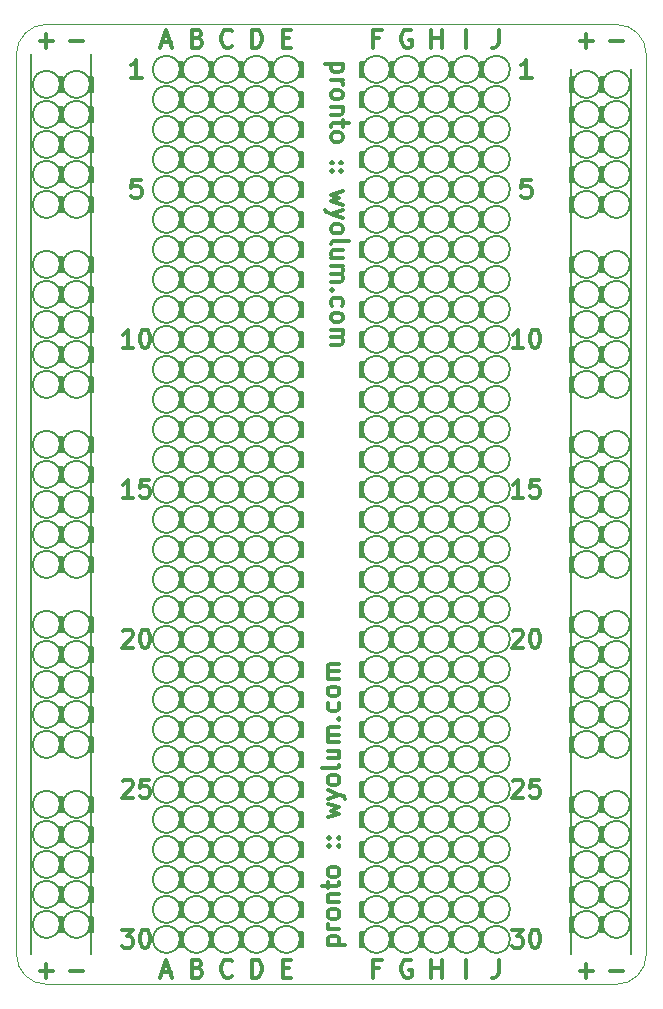
<source format=gto>
G04 #@! TF.FileFunction,Legend,Top*
%FSLAX46Y46*%
G04 Gerber Fmt 4.6, Leading zero omitted, Abs format (unit mm)*
G04 Created by KiCad (PCBNEW 0.201504131001+5595~22~ubuntu14.10.1-product) date Tue Apr 14 18:26:33 2015*
%MOMM*%
G01*
G04 APERTURE LIST*
%ADD10C,0.100000*%
%ADD11C,0.300000*%
%ADD12C,0.304800*%
%ADD13C,0.200000*%
%ADD14C,0.150000*%
%ADD15C,2.032000*%
G04 APERTURE END LIST*
D10*
D11*
X119066429Y-42717143D02*
X117566429Y-42717143D01*
X118995000Y-42717143D02*
X119066429Y-42860000D01*
X119066429Y-43145714D01*
X118995000Y-43288571D01*
X118923571Y-43360000D01*
X118780714Y-43431429D01*
X118352143Y-43431429D01*
X118209286Y-43360000D01*
X118137857Y-43288571D01*
X118066429Y-43145714D01*
X118066429Y-42860000D01*
X118137857Y-42717143D01*
X118066429Y-44074286D02*
X119066429Y-44074286D01*
X118780714Y-44074286D02*
X118923571Y-44145714D01*
X118995000Y-44217143D01*
X119066429Y-44360000D01*
X119066429Y-44502857D01*
X118066429Y-45217143D02*
X118137857Y-45074285D01*
X118209286Y-45002857D01*
X118352143Y-44931428D01*
X118780714Y-44931428D01*
X118923571Y-45002857D01*
X118995000Y-45074285D01*
X119066429Y-45217143D01*
X119066429Y-45431428D01*
X118995000Y-45574285D01*
X118923571Y-45645714D01*
X118780714Y-45717143D01*
X118352143Y-45717143D01*
X118209286Y-45645714D01*
X118137857Y-45574285D01*
X118066429Y-45431428D01*
X118066429Y-45217143D01*
X119066429Y-46360000D02*
X118066429Y-46360000D01*
X118923571Y-46360000D02*
X118995000Y-46431428D01*
X119066429Y-46574286D01*
X119066429Y-46788571D01*
X118995000Y-46931428D01*
X118852143Y-47002857D01*
X118066429Y-47002857D01*
X119066429Y-47502857D02*
X119066429Y-48074286D01*
X119566429Y-47717143D02*
X118280714Y-47717143D01*
X118137857Y-47788571D01*
X118066429Y-47931429D01*
X118066429Y-48074286D01*
X118066429Y-48788572D02*
X118137857Y-48645714D01*
X118209286Y-48574286D01*
X118352143Y-48502857D01*
X118780714Y-48502857D01*
X118923571Y-48574286D01*
X118995000Y-48645714D01*
X119066429Y-48788572D01*
X119066429Y-49002857D01*
X118995000Y-49145714D01*
X118923571Y-49217143D01*
X118780714Y-49288572D01*
X118352143Y-49288572D01*
X118209286Y-49217143D01*
X118137857Y-49145714D01*
X118066429Y-49002857D01*
X118066429Y-48788572D01*
X118209286Y-51074286D02*
X118137857Y-51145714D01*
X118066429Y-51074286D01*
X118137857Y-51002857D01*
X118209286Y-51074286D01*
X118066429Y-51074286D01*
X118995000Y-51074286D02*
X118923571Y-51145714D01*
X118852143Y-51074286D01*
X118923571Y-51002857D01*
X118995000Y-51074286D01*
X118852143Y-51074286D01*
X118209286Y-51788572D02*
X118137857Y-51860000D01*
X118066429Y-51788572D01*
X118137857Y-51717143D01*
X118209286Y-51788572D01*
X118066429Y-51788572D01*
X118995000Y-51788572D02*
X118923571Y-51860000D01*
X118852143Y-51788572D01*
X118923571Y-51717143D01*
X118995000Y-51788572D01*
X118852143Y-51788572D01*
X119066429Y-53502858D02*
X118066429Y-53788572D01*
X118780714Y-54074286D01*
X118066429Y-54360001D01*
X119066429Y-54645715D01*
X119066429Y-55074287D02*
X118066429Y-55431430D01*
X119066429Y-55788572D02*
X118066429Y-55431430D01*
X117709286Y-55288572D01*
X117637857Y-55217144D01*
X117566429Y-55074287D01*
X118066429Y-56574287D02*
X118137857Y-56431429D01*
X118209286Y-56360001D01*
X118352143Y-56288572D01*
X118780714Y-56288572D01*
X118923571Y-56360001D01*
X118995000Y-56431429D01*
X119066429Y-56574287D01*
X119066429Y-56788572D01*
X118995000Y-56931429D01*
X118923571Y-57002858D01*
X118780714Y-57074287D01*
X118352143Y-57074287D01*
X118209286Y-57002858D01*
X118137857Y-56931429D01*
X118066429Y-56788572D01*
X118066429Y-56574287D01*
X118066429Y-57931430D02*
X118137857Y-57788572D01*
X118280714Y-57717144D01*
X119566429Y-57717144D01*
X119066429Y-59145715D02*
X118066429Y-59145715D01*
X119066429Y-58502858D02*
X118280714Y-58502858D01*
X118137857Y-58574286D01*
X118066429Y-58717144D01*
X118066429Y-58931429D01*
X118137857Y-59074286D01*
X118209286Y-59145715D01*
X118066429Y-59860001D02*
X119066429Y-59860001D01*
X118923571Y-59860001D02*
X118995000Y-59931429D01*
X119066429Y-60074287D01*
X119066429Y-60288572D01*
X118995000Y-60431429D01*
X118852143Y-60502858D01*
X118066429Y-60502858D01*
X118852143Y-60502858D02*
X118995000Y-60574287D01*
X119066429Y-60717144D01*
X119066429Y-60931429D01*
X118995000Y-61074287D01*
X118852143Y-61145715D01*
X118066429Y-61145715D01*
X118209286Y-61860001D02*
X118137857Y-61931429D01*
X118066429Y-61860001D01*
X118137857Y-61788572D01*
X118209286Y-61860001D01*
X118066429Y-61860001D01*
X118137857Y-63217144D02*
X118066429Y-63074287D01*
X118066429Y-62788573D01*
X118137857Y-62645715D01*
X118209286Y-62574287D01*
X118352143Y-62502858D01*
X118780714Y-62502858D01*
X118923571Y-62574287D01*
X118995000Y-62645715D01*
X119066429Y-62788573D01*
X119066429Y-63074287D01*
X118995000Y-63217144D01*
X118066429Y-64074287D02*
X118137857Y-63931429D01*
X118209286Y-63860001D01*
X118352143Y-63788572D01*
X118780714Y-63788572D01*
X118923571Y-63860001D01*
X118995000Y-63931429D01*
X119066429Y-64074287D01*
X119066429Y-64288572D01*
X118995000Y-64431429D01*
X118923571Y-64502858D01*
X118780714Y-64574287D01*
X118352143Y-64574287D01*
X118209286Y-64502858D01*
X118137857Y-64431429D01*
X118066429Y-64288572D01*
X118066429Y-64074287D01*
X118066429Y-65217144D02*
X119066429Y-65217144D01*
X118923571Y-65217144D02*
X118995000Y-65288572D01*
X119066429Y-65431430D01*
X119066429Y-65645715D01*
X118995000Y-65788572D01*
X118852143Y-65860001D01*
X118066429Y-65860001D01*
X118852143Y-65860001D02*
X118995000Y-65931430D01*
X119066429Y-66074287D01*
X119066429Y-66288572D01*
X118995000Y-66431430D01*
X118852143Y-66502858D01*
X118066429Y-66502858D01*
X117788571Y-117302857D02*
X119288571Y-117302857D01*
X117860000Y-117302857D02*
X117788571Y-117160000D01*
X117788571Y-116874286D01*
X117860000Y-116731429D01*
X117931429Y-116660000D01*
X118074286Y-116588571D01*
X118502857Y-116588571D01*
X118645714Y-116660000D01*
X118717143Y-116731429D01*
X118788571Y-116874286D01*
X118788571Y-117160000D01*
X118717143Y-117302857D01*
X118788571Y-115945714D02*
X117788571Y-115945714D01*
X118074286Y-115945714D02*
X117931429Y-115874286D01*
X117860000Y-115802857D01*
X117788571Y-115660000D01*
X117788571Y-115517143D01*
X118788571Y-114802857D02*
X118717143Y-114945715D01*
X118645714Y-115017143D01*
X118502857Y-115088572D01*
X118074286Y-115088572D01*
X117931429Y-115017143D01*
X117860000Y-114945715D01*
X117788571Y-114802857D01*
X117788571Y-114588572D01*
X117860000Y-114445715D01*
X117931429Y-114374286D01*
X118074286Y-114302857D01*
X118502857Y-114302857D01*
X118645714Y-114374286D01*
X118717143Y-114445715D01*
X118788571Y-114588572D01*
X118788571Y-114802857D01*
X117788571Y-113660000D02*
X118788571Y-113660000D01*
X117931429Y-113660000D02*
X117860000Y-113588572D01*
X117788571Y-113445714D01*
X117788571Y-113231429D01*
X117860000Y-113088572D01*
X118002857Y-113017143D01*
X118788571Y-113017143D01*
X117788571Y-112517143D02*
X117788571Y-111945714D01*
X117288571Y-112302857D02*
X118574286Y-112302857D01*
X118717143Y-112231429D01*
X118788571Y-112088571D01*
X118788571Y-111945714D01*
X118788571Y-111231428D02*
X118717143Y-111374286D01*
X118645714Y-111445714D01*
X118502857Y-111517143D01*
X118074286Y-111517143D01*
X117931429Y-111445714D01*
X117860000Y-111374286D01*
X117788571Y-111231428D01*
X117788571Y-111017143D01*
X117860000Y-110874286D01*
X117931429Y-110802857D01*
X118074286Y-110731428D01*
X118502857Y-110731428D01*
X118645714Y-110802857D01*
X118717143Y-110874286D01*
X118788571Y-111017143D01*
X118788571Y-111231428D01*
X118645714Y-108945714D02*
X118717143Y-108874286D01*
X118788571Y-108945714D01*
X118717143Y-109017143D01*
X118645714Y-108945714D01*
X118788571Y-108945714D01*
X117860000Y-108945714D02*
X117931429Y-108874286D01*
X118002857Y-108945714D01*
X117931429Y-109017143D01*
X117860000Y-108945714D01*
X118002857Y-108945714D01*
X118645714Y-108231428D02*
X118717143Y-108160000D01*
X118788571Y-108231428D01*
X118717143Y-108302857D01*
X118645714Y-108231428D01*
X118788571Y-108231428D01*
X117860000Y-108231428D02*
X117931429Y-108160000D01*
X118002857Y-108231428D01*
X117931429Y-108302857D01*
X117860000Y-108231428D01*
X118002857Y-108231428D01*
X117788571Y-106517142D02*
X118788571Y-106231428D01*
X118074286Y-105945714D01*
X118788571Y-105659999D01*
X117788571Y-105374285D01*
X117788571Y-104945713D02*
X118788571Y-104588570D01*
X117788571Y-104231428D02*
X118788571Y-104588570D01*
X119145714Y-104731428D01*
X119217143Y-104802856D01*
X119288571Y-104945713D01*
X118788571Y-103445713D02*
X118717143Y-103588571D01*
X118645714Y-103659999D01*
X118502857Y-103731428D01*
X118074286Y-103731428D01*
X117931429Y-103659999D01*
X117860000Y-103588571D01*
X117788571Y-103445713D01*
X117788571Y-103231428D01*
X117860000Y-103088571D01*
X117931429Y-103017142D01*
X118074286Y-102945713D01*
X118502857Y-102945713D01*
X118645714Y-103017142D01*
X118717143Y-103088571D01*
X118788571Y-103231428D01*
X118788571Y-103445713D01*
X118788571Y-102088570D02*
X118717143Y-102231428D01*
X118574286Y-102302856D01*
X117288571Y-102302856D01*
X117788571Y-100874285D02*
X118788571Y-100874285D01*
X117788571Y-101517142D02*
X118574286Y-101517142D01*
X118717143Y-101445714D01*
X118788571Y-101302856D01*
X118788571Y-101088571D01*
X118717143Y-100945714D01*
X118645714Y-100874285D01*
X118788571Y-100159999D02*
X117788571Y-100159999D01*
X117931429Y-100159999D02*
X117860000Y-100088571D01*
X117788571Y-99945713D01*
X117788571Y-99731428D01*
X117860000Y-99588571D01*
X118002857Y-99517142D01*
X118788571Y-99517142D01*
X118002857Y-99517142D02*
X117860000Y-99445713D01*
X117788571Y-99302856D01*
X117788571Y-99088571D01*
X117860000Y-98945713D01*
X118002857Y-98874285D01*
X118788571Y-98874285D01*
X118645714Y-98159999D02*
X118717143Y-98088571D01*
X118788571Y-98159999D01*
X118717143Y-98231428D01*
X118645714Y-98159999D01*
X118788571Y-98159999D01*
X118717143Y-96802856D02*
X118788571Y-96945713D01*
X118788571Y-97231427D01*
X118717143Y-97374285D01*
X118645714Y-97445713D01*
X118502857Y-97517142D01*
X118074286Y-97517142D01*
X117931429Y-97445713D01*
X117860000Y-97374285D01*
X117788571Y-97231427D01*
X117788571Y-96945713D01*
X117860000Y-96802856D01*
X118788571Y-95945713D02*
X118717143Y-96088571D01*
X118645714Y-96159999D01*
X118502857Y-96231428D01*
X118074286Y-96231428D01*
X117931429Y-96159999D01*
X117860000Y-96088571D01*
X117788571Y-95945713D01*
X117788571Y-95731428D01*
X117860000Y-95588571D01*
X117931429Y-95517142D01*
X118074286Y-95445713D01*
X118502857Y-95445713D01*
X118645714Y-95517142D01*
X118717143Y-95588571D01*
X118788571Y-95731428D01*
X118788571Y-95945713D01*
X118788571Y-94802856D02*
X117788571Y-94802856D01*
X117931429Y-94802856D02*
X117860000Y-94731428D01*
X117788571Y-94588570D01*
X117788571Y-94374285D01*
X117860000Y-94231428D01*
X118002857Y-94159999D01*
X118788571Y-94159999D01*
X118002857Y-94159999D02*
X117860000Y-94088570D01*
X117788571Y-93945713D01*
X117788571Y-93731428D01*
X117860000Y-93588570D01*
X118002857Y-93517142D01*
X118788571Y-93517142D01*
D12*
X100366285Y-116005429D02*
X101309714Y-116005429D01*
X100801714Y-116586000D01*
X101019428Y-116586000D01*
X101164571Y-116658571D01*
X101237142Y-116731143D01*
X101309714Y-116876286D01*
X101309714Y-117239143D01*
X101237142Y-117384286D01*
X101164571Y-117456857D01*
X101019428Y-117529429D01*
X100584000Y-117529429D01*
X100438857Y-117456857D01*
X100366285Y-117384286D01*
X102253143Y-116005429D02*
X102398286Y-116005429D01*
X102543429Y-116078000D01*
X102616000Y-116150571D01*
X102688571Y-116295714D01*
X102761143Y-116586000D01*
X102761143Y-116948857D01*
X102688571Y-117239143D01*
X102616000Y-117384286D01*
X102543429Y-117456857D01*
X102398286Y-117529429D01*
X102253143Y-117529429D01*
X102108000Y-117456857D01*
X102035429Y-117384286D01*
X101962857Y-117239143D01*
X101890286Y-116948857D01*
X101890286Y-116586000D01*
X101962857Y-116295714D01*
X102035429Y-116150571D01*
X102108000Y-116078000D01*
X102253143Y-116005429D01*
X100438857Y-103450571D02*
X100511428Y-103378000D01*
X100656571Y-103305429D01*
X101019428Y-103305429D01*
X101164571Y-103378000D01*
X101237142Y-103450571D01*
X101309714Y-103595714D01*
X101309714Y-103740857D01*
X101237142Y-103958571D01*
X100366285Y-104829429D01*
X101309714Y-104829429D01*
X102688571Y-103305429D02*
X101962857Y-103305429D01*
X101890286Y-104031143D01*
X101962857Y-103958571D01*
X102108000Y-103886000D01*
X102470857Y-103886000D01*
X102616000Y-103958571D01*
X102688571Y-104031143D01*
X102761143Y-104176286D01*
X102761143Y-104539143D01*
X102688571Y-104684286D01*
X102616000Y-104756857D01*
X102470857Y-104829429D01*
X102108000Y-104829429D01*
X101962857Y-104756857D01*
X101890286Y-104684286D01*
X100438857Y-90750571D02*
X100511428Y-90678000D01*
X100656571Y-90605429D01*
X101019428Y-90605429D01*
X101164571Y-90678000D01*
X101237142Y-90750571D01*
X101309714Y-90895714D01*
X101309714Y-91040857D01*
X101237142Y-91258571D01*
X100366285Y-92129429D01*
X101309714Y-92129429D01*
X102253143Y-90605429D02*
X102398286Y-90605429D01*
X102543429Y-90678000D01*
X102616000Y-90750571D01*
X102688571Y-90895714D01*
X102761143Y-91186000D01*
X102761143Y-91548857D01*
X102688571Y-91839143D01*
X102616000Y-91984286D01*
X102543429Y-92056857D01*
X102398286Y-92129429D01*
X102253143Y-92129429D01*
X102108000Y-92056857D01*
X102035429Y-91984286D01*
X101962857Y-91839143D01*
X101890286Y-91548857D01*
X101890286Y-91186000D01*
X101962857Y-90895714D01*
X102035429Y-90750571D01*
X102108000Y-90678000D01*
X102253143Y-90605429D01*
X101309714Y-79429429D02*
X100438857Y-79429429D01*
X100874285Y-79429429D02*
X100874285Y-77905429D01*
X100729142Y-78123143D01*
X100584000Y-78268286D01*
X100438857Y-78340857D01*
X102688571Y-77905429D02*
X101962857Y-77905429D01*
X101890286Y-78631143D01*
X101962857Y-78558571D01*
X102108000Y-78486000D01*
X102470857Y-78486000D01*
X102616000Y-78558571D01*
X102688571Y-78631143D01*
X102761143Y-78776286D01*
X102761143Y-79139143D01*
X102688571Y-79284286D01*
X102616000Y-79356857D01*
X102470857Y-79429429D01*
X102108000Y-79429429D01*
X101962857Y-79356857D01*
X101890286Y-79284286D01*
X101309714Y-66729429D02*
X100438857Y-66729429D01*
X100874285Y-66729429D02*
X100874285Y-65205429D01*
X100729142Y-65423143D01*
X100584000Y-65568286D01*
X100438857Y-65640857D01*
X102253143Y-65205429D02*
X102398286Y-65205429D01*
X102543429Y-65278000D01*
X102616000Y-65350571D01*
X102688571Y-65495714D01*
X102761143Y-65786000D01*
X102761143Y-66148857D01*
X102688571Y-66439143D01*
X102616000Y-66584286D01*
X102543429Y-66656857D01*
X102398286Y-66729429D01*
X102253143Y-66729429D01*
X102108000Y-66656857D01*
X102035429Y-66584286D01*
X101962857Y-66439143D01*
X101890286Y-66148857D01*
X101890286Y-65786000D01*
X101962857Y-65495714D01*
X102035429Y-65350571D01*
X102108000Y-65278000D01*
X102253143Y-65205429D01*
D10*
X91440000Y-118110000D02*
G75*
G03X93980000Y-120650000I2540000J0D01*
G01*
X142240000Y-120650000D02*
G75*
G03X144780000Y-118110000I0J2540000D01*
G01*
X144780000Y-41910000D02*
G75*
G03X142240000Y-39370000I-2540000J0D01*
G01*
X93980000Y-39370000D02*
G75*
G03X91440000Y-41910000I0J-2540000D01*
G01*
X91440000Y-118110000D02*
X91440000Y-41910000D01*
X142240000Y-120650000D02*
X93980000Y-120650000D01*
X144780000Y-41910000D02*
X144780000Y-118110000D01*
X93980000Y-39370000D02*
X142240000Y-39370000D01*
D13*
X143510000Y-118110000D02*
X143510000Y-43180000D01*
X138430000Y-43180000D02*
X138430000Y-118110000D01*
X97790000Y-118110000D02*
X97790000Y-41910000D01*
X92710000Y-41910000D02*
X92710000Y-118110000D01*
D12*
X135055429Y-43869429D02*
X134184572Y-43869429D01*
X134620000Y-43869429D02*
X134620000Y-42345429D01*
X134474857Y-42563143D01*
X134329715Y-42708286D01*
X134184572Y-42780857D01*
X134982857Y-52505429D02*
X134257143Y-52505429D01*
X134184572Y-53231143D01*
X134257143Y-53158571D01*
X134402286Y-53086000D01*
X134765143Y-53086000D01*
X134910286Y-53158571D01*
X134982857Y-53231143D01*
X135055429Y-53376286D01*
X135055429Y-53739143D01*
X134982857Y-53884286D01*
X134910286Y-53956857D01*
X134765143Y-54029429D01*
X134402286Y-54029429D01*
X134257143Y-53956857D01*
X134184572Y-53884286D01*
X134329714Y-66729429D02*
X133458857Y-66729429D01*
X133894285Y-66729429D02*
X133894285Y-65205429D01*
X133749142Y-65423143D01*
X133604000Y-65568286D01*
X133458857Y-65640857D01*
X135273143Y-65205429D02*
X135418286Y-65205429D01*
X135563429Y-65278000D01*
X135636000Y-65350571D01*
X135708571Y-65495714D01*
X135781143Y-65786000D01*
X135781143Y-66148857D01*
X135708571Y-66439143D01*
X135636000Y-66584286D01*
X135563429Y-66656857D01*
X135418286Y-66729429D01*
X135273143Y-66729429D01*
X135128000Y-66656857D01*
X135055429Y-66584286D01*
X134982857Y-66439143D01*
X134910286Y-66148857D01*
X134910286Y-65786000D01*
X134982857Y-65495714D01*
X135055429Y-65350571D01*
X135128000Y-65278000D01*
X135273143Y-65205429D01*
X134329714Y-79429429D02*
X133458857Y-79429429D01*
X133894285Y-79429429D02*
X133894285Y-77905429D01*
X133749142Y-78123143D01*
X133604000Y-78268286D01*
X133458857Y-78340857D01*
X135708571Y-77905429D02*
X134982857Y-77905429D01*
X134910286Y-78631143D01*
X134982857Y-78558571D01*
X135128000Y-78486000D01*
X135490857Y-78486000D01*
X135636000Y-78558571D01*
X135708571Y-78631143D01*
X135781143Y-78776286D01*
X135781143Y-79139143D01*
X135708571Y-79284286D01*
X135636000Y-79356857D01*
X135490857Y-79429429D01*
X135128000Y-79429429D01*
X134982857Y-79356857D01*
X134910286Y-79284286D01*
X133458857Y-90750571D02*
X133531428Y-90678000D01*
X133676571Y-90605429D01*
X134039428Y-90605429D01*
X134184571Y-90678000D01*
X134257142Y-90750571D01*
X134329714Y-90895714D01*
X134329714Y-91040857D01*
X134257142Y-91258571D01*
X133386285Y-92129429D01*
X134329714Y-92129429D01*
X135273143Y-90605429D02*
X135418286Y-90605429D01*
X135563429Y-90678000D01*
X135636000Y-90750571D01*
X135708571Y-90895714D01*
X135781143Y-91186000D01*
X135781143Y-91548857D01*
X135708571Y-91839143D01*
X135636000Y-91984286D01*
X135563429Y-92056857D01*
X135418286Y-92129429D01*
X135273143Y-92129429D01*
X135128000Y-92056857D01*
X135055429Y-91984286D01*
X134982857Y-91839143D01*
X134910286Y-91548857D01*
X134910286Y-91186000D01*
X134982857Y-90895714D01*
X135055429Y-90750571D01*
X135128000Y-90678000D01*
X135273143Y-90605429D01*
X133458857Y-103450571D02*
X133531428Y-103378000D01*
X133676571Y-103305429D01*
X134039428Y-103305429D01*
X134184571Y-103378000D01*
X134257142Y-103450571D01*
X134329714Y-103595714D01*
X134329714Y-103740857D01*
X134257142Y-103958571D01*
X133386285Y-104829429D01*
X134329714Y-104829429D01*
X135708571Y-103305429D02*
X134982857Y-103305429D01*
X134910286Y-104031143D01*
X134982857Y-103958571D01*
X135128000Y-103886000D01*
X135490857Y-103886000D01*
X135636000Y-103958571D01*
X135708571Y-104031143D01*
X135781143Y-104176286D01*
X135781143Y-104539143D01*
X135708571Y-104684286D01*
X135636000Y-104756857D01*
X135490857Y-104829429D01*
X135128000Y-104829429D01*
X134982857Y-104756857D01*
X134910286Y-104684286D01*
X133386285Y-116005429D02*
X134329714Y-116005429D01*
X133821714Y-116586000D01*
X134039428Y-116586000D01*
X134184571Y-116658571D01*
X134257142Y-116731143D01*
X134329714Y-116876286D01*
X134329714Y-117239143D01*
X134257142Y-117384286D01*
X134184571Y-117456857D01*
X134039428Y-117529429D01*
X133604000Y-117529429D01*
X133458857Y-117456857D01*
X133386285Y-117384286D01*
X135273143Y-116005429D02*
X135418286Y-116005429D01*
X135563429Y-116078000D01*
X135636000Y-116150571D01*
X135708571Y-116295714D01*
X135781143Y-116586000D01*
X135781143Y-116948857D01*
X135708571Y-117239143D01*
X135636000Y-117384286D01*
X135563429Y-117456857D01*
X135418286Y-117529429D01*
X135273143Y-117529429D01*
X135128000Y-117456857D01*
X135055429Y-117384286D01*
X134982857Y-117239143D01*
X134910286Y-116948857D01*
X134910286Y-116586000D01*
X134982857Y-116295714D01*
X135055429Y-116150571D01*
X135128000Y-116078000D01*
X135273143Y-116005429D01*
X101962857Y-52505429D02*
X101237143Y-52505429D01*
X101164572Y-53231143D01*
X101237143Y-53158571D01*
X101382286Y-53086000D01*
X101745143Y-53086000D01*
X101890286Y-53158571D01*
X101962857Y-53231143D01*
X102035429Y-53376286D01*
X102035429Y-53739143D01*
X101962857Y-53884286D01*
X101890286Y-53956857D01*
X101745143Y-54029429D01*
X101382286Y-54029429D01*
X101237143Y-53956857D01*
X101164572Y-53884286D01*
X102035429Y-43869429D02*
X101164572Y-43869429D01*
X101600000Y-43869429D02*
X101600000Y-42345429D01*
X101454857Y-42563143D01*
X101309715Y-42708286D01*
X101164572Y-42780857D01*
X103777143Y-40894000D02*
X104502857Y-40894000D01*
X103632000Y-41329429D02*
X104140000Y-39805429D01*
X104648000Y-41329429D01*
X106788857Y-40531143D02*
X107006571Y-40603714D01*
X107079143Y-40676286D01*
X107151714Y-40821429D01*
X107151714Y-41039143D01*
X107079143Y-41184286D01*
X107006571Y-41256857D01*
X106861429Y-41329429D01*
X106280857Y-41329429D01*
X106280857Y-39805429D01*
X106788857Y-39805429D01*
X106934000Y-39878000D01*
X107006571Y-39950571D01*
X107079143Y-40095714D01*
X107079143Y-40240857D01*
X107006571Y-40386000D01*
X106934000Y-40458571D01*
X106788857Y-40531143D01*
X106280857Y-40531143D01*
X109691714Y-41184286D02*
X109619143Y-41256857D01*
X109401429Y-41329429D01*
X109256286Y-41329429D01*
X109038571Y-41256857D01*
X108893429Y-41111714D01*
X108820857Y-40966571D01*
X108748286Y-40676286D01*
X108748286Y-40458571D01*
X108820857Y-40168286D01*
X108893429Y-40023143D01*
X109038571Y-39878000D01*
X109256286Y-39805429D01*
X109401429Y-39805429D01*
X109619143Y-39878000D01*
X109691714Y-39950571D01*
X111360857Y-41329429D02*
X111360857Y-39805429D01*
X111723714Y-39805429D01*
X111941429Y-39878000D01*
X112086571Y-40023143D01*
X112159143Y-40168286D01*
X112231714Y-40458571D01*
X112231714Y-40676286D01*
X112159143Y-40966571D01*
X112086571Y-41111714D01*
X111941429Y-41256857D01*
X111723714Y-41329429D01*
X111360857Y-41329429D01*
X113973429Y-40531143D02*
X114481429Y-40531143D01*
X114699143Y-41329429D02*
X113973429Y-41329429D01*
X113973429Y-39805429D01*
X114699143Y-39805429D01*
X122137714Y-40531143D02*
X121629714Y-40531143D01*
X121629714Y-41329429D02*
X121629714Y-39805429D01*
X122355428Y-39805429D01*
X124859143Y-39878000D02*
X124714000Y-39805429D01*
X124496286Y-39805429D01*
X124278571Y-39878000D01*
X124133429Y-40023143D01*
X124060857Y-40168286D01*
X123988286Y-40458571D01*
X123988286Y-40676286D01*
X124060857Y-40966571D01*
X124133429Y-41111714D01*
X124278571Y-41256857D01*
X124496286Y-41329429D01*
X124641429Y-41329429D01*
X124859143Y-41256857D01*
X124931714Y-41184286D01*
X124931714Y-40676286D01*
X124641429Y-40676286D01*
X126564572Y-41329429D02*
X126564572Y-39805429D01*
X126564572Y-40531143D02*
X127435429Y-40531143D01*
X127435429Y-41329429D02*
X127435429Y-39805429D01*
X129540000Y-41329429D02*
X129540000Y-39805429D01*
X132297715Y-39805429D02*
X132297715Y-40894000D01*
X132225143Y-41111714D01*
X132080000Y-41256857D01*
X131862286Y-41329429D01*
X131717143Y-41329429D01*
X139119429Y-40748857D02*
X140280572Y-40748857D01*
X139700001Y-41329429D02*
X139700001Y-40168286D01*
X141659429Y-40748857D02*
X142820572Y-40748857D01*
X95939429Y-40748857D02*
X97100572Y-40748857D01*
X93399429Y-40748857D02*
X94560572Y-40748857D01*
X93980001Y-41329429D02*
X93980001Y-40168286D01*
X93399429Y-119488857D02*
X94560572Y-119488857D01*
X93980001Y-120069429D02*
X93980001Y-118908286D01*
X95939429Y-119488857D02*
X97100572Y-119488857D01*
X141659429Y-119488857D02*
X142820572Y-119488857D01*
X139119429Y-119488857D02*
X140280572Y-119488857D01*
X139700001Y-120069429D02*
X139700001Y-118908286D01*
X132297715Y-118545429D02*
X132297715Y-119634000D01*
X132225143Y-119851714D01*
X132080000Y-119996857D01*
X131862286Y-120069429D01*
X131717143Y-120069429D01*
X129540000Y-120069429D02*
X129540000Y-118545429D01*
X126564572Y-120069429D02*
X126564572Y-118545429D01*
X126564572Y-119271143D02*
X127435429Y-119271143D01*
X127435429Y-120069429D02*
X127435429Y-118545429D01*
X124859143Y-118618000D02*
X124714000Y-118545429D01*
X124496286Y-118545429D01*
X124278571Y-118618000D01*
X124133429Y-118763143D01*
X124060857Y-118908286D01*
X123988286Y-119198571D01*
X123988286Y-119416286D01*
X124060857Y-119706571D01*
X124133429Y-119851714D01*
X124278571Y-119996857D01*
X124496286Y-120069429D01*
X124641429Y-120069429D01*
X124859143Y-119996857D01*
X124931714Y-119924286D01*
X124931714Y-119416286D01*
X124641429Y-119416286D01*
X122137714Y-119271143D02*
X121629714Y-119271143D01*
X121629714Y-120069429D02*
X121629714Y-118545429D01*
X122355428Y-118545429D01*
X113973429Y-119271143D02*
X114481429Y-119271143D01*
X114699143Y-120069429D02*
X113973429Y-120069429D01*
X113973429Y-118545429D01*
X114699143Y-118545429D01*
X111360857Y-120069429D02*
X111360857Y-118545429D01*
X111723714Y-118545429D01*
X111941429Y-118618000D01*
X112086571Y-118763143D01*
X112159143Y-118908286D01*
X112231714Y-119198571D01*
X112231714Y-119416286D01*
X112159143Y-119706571D01*
X112086571Y-119851714D01*
X111941429Y-119996857D01*
X111723714Y-120069429D01*
X111360857Y-120069429D01*
X109691714Y-119924286D02*
X109619143Y-119996857D01*
X109401429Y-120069429D01*
X109256286Y-120069429D01*
X109038571Y-119996857D01*
X108893429Y-119851714D01*
X108820857Y-119706571D01*
X108748286Y-119416286D01*
X108748286Y-119198571D01*
X108820857Y-118908286D01*
X108893429Y-118763143D01*
X109038571Y-118618000D01*
X109256286Y-118545429D01*
X109401429Y-118545429D01*
X109619143Y-118618000D01*
X109691714Y-118690571D01*
X106788857Y-119271143D02*
X107006571Y-119343714D01*
X107079143Y-119416286D01*
X107151714Y-119561429D01*
X107151714Y-119779143D01*
X107079143Y-119924286D01*
X107006571Y-119996857D01*
X106861429Y-120069429D01*
X106280857Y-120069429D01*
X106280857Y-118545429D01*
X106788857Y-118545429D01*
X106934000Y-118618000D01*
X107006571Y-118690571D01*
X107079143Y-118835714D01*
X107079143Y-118980857D01*
X107006571Y-119126000D01*
X106934000Y-119198571D01*
X106788857Y-119271143D01*
X106280857Y-119271143D01*
X103777143Y-119634000D02*
X104502857Y-119634000D01*
X103632000Y-120069429D02*
X104140000Y-118545429D01*
X104648000Y-120069429D01*
D14*
X120650000Y-111125000D02*
X120523000Y-111125000D01*
X120523000Y-111125000D02*
X120523000Y-112395000D01*
X120523000Y-112395000D02*
X120650000Y-112395000D01*
X120777000Y-112395000D02*
X120777000Y-111125000D01*
X120904000Y-111125000D02*
X120650000Y-111125000D01*
X120650000Y-111125000D02*
X120650000Y-112395000D01*
X120650000Y-112395000D02*
X120904000Y-112395000D01*
X123063000Y-111760000D02*
G75*
G03X123063000Y-111760000I-1143000J0D01*
G01*
X123190000Y-111125000D02*
X123063000Y-111125000D01*
X123063000Y-111125000D02*
X123063000Y-112395000D01*
X123063000Y-112395000D02*
X123190000Y-112395000D01*
X123317000Y-112395000D02*
X123317000Y-111125000D01*
X123444000Y-111125000D02*
X123190000Y-111125000D01*
X123190000Y-111125000D02*
X123190000Y-112395000D01*
X123190000Y-112395000D02*
X123444000Y-112395000D01*
X125603000Y-111760000D02*
G75*
G03X125603000Y-111760000I-1143000J0D01*
G01*
X125730000Y-111125000D02*
X125603000Y-111125000D01*
X125603000Y-111125000D02*
X125603000Y-112395000D01*
X125603000Y-112395000D02*
X125730000Y-112395000D01*
X125857000Y-112395000D02*
X125857000Y-111125000D01*
X125984000Y-111125000D02*
X125730000Y-111125000D01*
X125730000Y-111125000D02*
X125730000Y-112395000D01*
X125730000Y-112395000D02*
X125984000Y-112395000D01*
X128143000Y-111760000D02*
G75*
G03X128143000Y-111760000I-1143000J0D01*
G01*
X130810000Y-111125000D02*
X130683000Y-111125000D01*
X130683000Y-111125000D02*
X130683000Y-112395000D01*
X130683000Y-112395000D02*
X130810000Y-112395000D01*
X130937000Y-112395000D02*
X130937000Y-111125000D01*
X131064000Y-111125000D02*
X130810000Y-111125000D01*
X130810000Y-111125000D02*
X130810000Y-112395000D01*
X130810000Y-112395000D02*
X131064000Y-112395000D01*
X133223000Y-111760000D02*
G75*
G03X133223000Y-111760000I-1143000J0D01*
G01*
X128270000Y-111125000D02*
X128143000Y-111125000D01*
X128143000Y-111125000D02*
X128143000Y-112395000D01*
X128143000Y-112395000D02*
X128270000Y-112395000D01*
X128397000Y-112395000D02*
X128397000Y-111125000D01*
X128524000Y-111125000D02*
X128270000Y-111125000D01*
X128270000Y-111125000D02*
X128270000Y-112395000D01*
X128270000Y-112395000D02*
X128524000Y-112395000D01*
X130683000Y-111760000D02*
G75*
G03X130683000Y-111760000I-1143000J0D01*
G01*
X120650000Y-113665000D02*
X120523000Y-113665000D01*
X120523000Y-113665000D02*
X120523000Y-114935000D01*
X120523000Y-114935000D02*
X120650000Y-114935000D01*
X120777000Y-114935000D02*
X120777000Y-113665000D01*
X120904000Y-113665000D02*
X120650000Y-113665000D01*
X120650000Y-113665000D02*
X120650000Y-114935000D01*
X120650000Y-114935000D02*
X120904000Y-114935000D01*
X123063000Y-114300000D02*
G75*
G03X123063000Y-114300000I-1143000J0D01*
G01*
X123190000Y-113665000D02*
X123063000Y-113665000D01*
X123063000Y-113665000D02*
X123063000Y-114935000D01*
X123063000Y-114935000D02*
X123190000Y-114935000D01*
X123317000Y-114935000D02*
X123317000Y-113665000D01*
X123444000Y-113665000D02*
X123190000Y-113665000D01*
X123190000Y-113665000D02*
X123190000Y-114935000D01*
X123190000Y-114935000D02*
X123444000Y-114935000D01*
X125603000Y-114300000D02*
G75*
G03X125603000Y-114300000I-1143000J0D01*
G01*
X125730000Y-113665000D02*
X125603000Y-113665000D01*
X125603000Y-113665000D02*
X125603000Y-114935000D01*
X125603000Y-114935000D02*
X125730000Y-114935000D01*
X125857000Y-114935000D02*
X125857000Y-113665000D01*
X125984000Y-113665000D02*
X125730000Y-113665000D01*
X125730000Y-113665000D02*
X125730000Y-114935000D01*
X125730000Y-114935000D02*
X125984000Y-114935000D01*
X128143000Y-114300000D02*
G75*
G03X128143000Y-114300000I-1143000J0D01*
G01*
X130810000Y-113665000D02*
X130683000Y-113665000D01*
X130683000Y-113665000D02*
X130683000Y-114935000D01*
X130683000Y-114935000D02*
X130810000Y-114935000D01*
X130937000Y-114935000D02*
X130937000Y-113665000D01*
X131064000Y-113665000D02*
X130810000Y-113665000D01*
X130810000Y-113665000D02*
X130810000Y-114935000D01*
X130810000Y-114935000D02*
X131064000Y-114935000D01*
X133223000Y-114300000D02*
G75*
G03X133223000Y-114300000I-1143000J0D01*
G01*
X128270000Y-113665000D02*
X128143000Y-113665000D01*
X128143000Y-113665000D02*
X128143000Y-114935000D01*
X128143000Y-114935000D02*
X128270000Y-114935000D01*
X128397000Y-114935000D02*
X128397000Y-113665000D01*
X128524000Y-113665000D02*
X128270000Y-113665000D01*
X128270000Y-113665000D02*
X128270000Y-114935000D01*
X128270000Y-114935000D02*
X128524000Y-114935000D01*
X130683000Y-114300000D02*
G75*
G03X130683000Y-114300000I-1143000J0D01*
G01*
X128270000Y-116205000D02*
X128143000Y-116205000D01*
X128143000Y-116205000D02*
X128143000Y-117475000D01*
X128143000Y-117475000D02*
X128270000Y-117475000D01*
X128397000Y-117475000D02*
X128397000Y-116205000D01*
X128524000Y-116205000D02*
X128270000Y-116205000D01*
X128270000Y-116205000D02*
X128270000Y-117475000D01*
X128270000Y-117475000D02*
X128524000Y-117475000D01*
X130683000Y-116840000D02*
G75*
G03X130683000Y-116840000I-1143000J0D01*
G01*
X130810000Y-116205000D02*
X130683000Y-116205000D01*
X130683000Y-116205000D02*
X130683000Y-117475000D01*
X130683000Y-117475000D02*
X130810000Y-117475000D01*
X130937000Y-117475000D02*
X130937000Y-116205000D01*
X131064000Y-116205000D02*
X130810000Y-116205000D01*
X130810000Y-116205000D02*
X130810000Y-117475000D01*
X130810000Y-117475000D02*
X131064000Y-117475000D01*
X133223000Y-116840000D02*
G75*
G03X133223000Y-116840000I-1143000J0D01*
G01*
X125730000Y-116205000D02*
X125603000Y-116205000D01*
X125603000Y-116205000D02*
X125603000Y-117475000D01*
X125603000Y-117475000D02*
X125730000Y-117475000D01*
X125857000Y-117475000D02*
X125857000Y-116205000D01*
X125984000Y-116205000D02*
X125730000Y-116205000D01*
X125730000Y-116205000D02*
X125730000Y-117475000D01*
X125730000Y-117475000D02*
X125984000Y-117475000D01*
X128143000Y-116840000D02*
G75*
G03X128143000Y-116840000I-1143000J0D01*
G01*
X123190000Y-116205000D02*
X123063000Y-116205000D01*
X123063000Y-116205000D02*
X123063000Y-117475000D01*
X123063000Y-117475000D02*
X123190000Y-117475000D01*
X123317000Y-117475000D02*
X123317000Y-116205000D01*
X123444000Y-116205000D02*
X123190000Y-116205000D01*
X123190000Y-116205000D02*
X123190000Y-117475000D01*
X123190000Y-117475000D02*
X123444000Y-117475000D01*
X125603000Y-116840000D02*
G75*
G03X125603000Y-116840000I-1143000J0D01*
G01*
X120650000Y-116205000D02*
X120523000Y-116205000D01*
X120523000Y-116205000D02*
X120523000Y-117475000D01*
X120523000Y-117475000D02*
X120650000Y-117475000D01*
X120777000Y-117475000D02*
X120777000Y-116205000D01*
X120904000Y-116205000D02*
X120650000Y-116205000D01*
X120650000Y-116205000D02*
X120650000Y-117475000D01*
X120650000Y-117475000D02*
X120904000Y-117475000D01*
X123063000Y-116840000D02*
G75*
G03X123063000Y-116840000I-1143000J0D01*
G01*
X128270000Y-98425000D02*
X128143000Y-98425000D01*
X128143000Y-98425000D02*
X128143000Y-99695000D01*
X128143000Y-99695000D02*
X128270000Y-99695000D01*
X128397000Y-99695000D02*
X128397000Y-98425000D01*
X128524000Y-98425000D02*
X128270000Y-98425000D01*
X128270000Y-98425000D02*
X128270000Y-99695000D01*
X128270000Y-99695000D02*
X128524000Y-99695000D01*
X130683000Y-99060000D02*
G75*
G03X130683000Y-99060000I-1143000J0D01*
G01*
X130810000Y-98425000D02*
X130683000Y-98425000D01*
X130683000Y-98425000D02*
X130683000Y-99695000D01*
X130683000Y-99695000D02*
X130810000Y-99695000D01*
X130937000Y-99695000D02*
X130937000Y-98425000D01*
X131064000Y-98425000D02*
X130810000Y-98425000D01*
X130810000Y-98425000D02*
X130810000Y-99695000D01*
X130810000Y-99695000D02*
X131064000Y-99695000D01*
X133223000Y-99060000D02*
G75*
G03X133223000Y-99060000I-1143000J0D01*
G01*
X125730000Y-98425000D02*
X125603000Y-98425000D01*
X125603000Y-98425000D02*
X125603000Y-99695000D01*
X125603000Y-99695000D02*
X125730000Y-99695000D01*
X125857000Y-99695000D02*
X125857000Y-98425000D01*
X125984000Y-98425000D02*
X125730000Y-98425000D01*
X125730000Y-98425000D02*
X125730000Y-99695000D01*
X125730000Y-99695000D02*
X125984000Y-99695000D01*
X128143000Y-99060000D02*
G75*
G03X128143000Y-99060000I-1143000J0D01*
G01*
X123190000Y-98425000D02*
X123063000Y-98425000D01*
X123063000Y-98425000D02*
X123063000Y-99695000D01*
X123063000Y-99695000D02*
X123190000Y-99695000D01*
X123317000Y-99695000D02*
X123317000Y-98425000D01*
X123444000Y-98425000D02*
X123190000Y-98425000D01*
X123190000Y-98425000D02*
X123190000Y-99695000D01*
X123190000Y-99695000D02*
X123444000Y-99695000D01*
X125603000Y-99060000D02*
G75*
G03X125603000Y-99060000I-1143000J0D01*
G01*
X120650000Y-98425000D02*
X120523000Y-98425000D01*
X120523000Y-98425000D02*
X120523000Y-99695000D01*
X120523000Y-99695000D02*
X120650000Y-99695000D01*
X120777000Y-99695000D02*
X120777000Y-98425000D01*
X120904000Y-98425000D02*
X120650000Y-98425000D01*
X120650000Y-98425000D02*
X120650000Y-99695000D01*
X120650000Y-99695000D02*
X120904000Y-99695000D01*
X123063000Y-99060000D02*
G75*
G03X123063000Y-99060000I-1143000J0D01*
G01*
X120650000Y-108585000D02*
X120523000Y-108585000D01*
X120523000Y-108585000D02*
X120523000Y-109855000D01*
X120523000Y-109855000D02*
X120650000Y-109855000D01*
X120777000Y-109855000D02*
X120777000Y-108585000D01*
X120904000Y-108585000D02*
X120650000Y-108585000D01*
X120650000Y-108585000D02*
X120650000Y-109855000D01*
X120650000Y-109855000D02*
X120904000Y-109855000D01*
X123063000Y-109220000D02*
G75*
G03X123063000Y-109220000I-1143000J0D01*
G01*
X123190000Y-108585000D02*
X123063000Y-108585000D01*
X123063000Y-108585000D02*
X123063000Y-109855000D01*
X123063000Y-109855000D02*
X123190000Y-109855000D01*
X123317000Y-109855000D02*
X123317000Y-108585000D01*
X123444000Y-108585000D02*
X123190000Y-108585000D01*
X123190000Y-108585000D02*
X123190000Y-109855000D01*
X123190000Y-109855000D02*
X123444000Y-109855000D01*
X125603000Y-109220000D02*
G75*
G03X125603000Y-109220000I-1143000J0D01*
G01*
X125730000Y-108585000D02*
X125603000Y-108585000D01*
X125603000Y-108585000D02*
X125603000Y-109855000D01*
X125603000Y-109855000D02*
X125730000Y-109855000D01*
X125857000Y-109855000D02*
X125857000Y-108585000D01*
X125984000Y-108585000D02*
X125730000Y-108585000D01*
X125730000Y-108585000D02*
X125730000Y-109855000D01*
X125730000Y-109855000D02*
X125984000Y-109855000D01*
X128143000Y-109220000D02*
G75*
G03X128143000Y-109220000I-1143000J0D01*
G01*
X130810000Y-108585000D02*
X130683000Y-108585000D01*
X130683000Y-108585000D02*
X130683000Y-109855000D01*
X130683000Y-109855000D02*
X130810000Y-109855000D01*
X130937000Y-109855000D02*
X130937000Y-108585000D01*
X131064000Y-108585000D02*
X130810000Y-108585000D01*
X130810000Y-108585000D02*
X130810000Y-109855000D01*
X130810000Y-109855000D02*
X131064000Y-109855000D01*
X133223000Y-109220000D02*
G75*
G03X133223000Y-109220000I-1143000J0D01*
G01*
X128270000Y-108585000D02*
X128143000Y-108585000D01*
X128143000Y-108585000D02*
X128143000Y-109855000D01*
X128143000Y-109855000D02*
X128270000Y-109855000D01*
X128397000Y-109855000D02*
X128397000Y-108585000D01*
X128524000Y-108585000D02*
X128270000Y-108585000D01*
X128270000Y-108585000D02*
X128270000Y-109855000D01*
X128270000Y-109855000D02*
X128524000Y-109855000D01*
X130683000Y-109220000D02*
G75*
G03X130683000Y-109220000I-1143000J0D01*
G01*
X128270000Y-106045000D02*
X128143000Y-106045000D01*
X128143000Y-106045000D02*
X128143000Y-107315000D01*
X128143000Y-107315000D02*
X128270000Y-107315000D01*
X128397000Y-107315000D02*
X128397000Y-106045000D01*
X128524000Y-106045000D02*
X128270000Y-106045000D01*
X128270000Y-106045000D02*
X128270000Y-107315000D01*
X128270000Y-107315000D02*
X128524000Y-107315000D01*
X130683000Y-106680000D02*
G75*
G03X130683000Y-106680000I-1143000J0D01*
G01*
X130810000Y-106045000D02*
X130683000Y-106045000D01*
X130683000Y-106045000D02*
X130683000Y-107315000D01*
X130683000Y-107315000D02*
X130810000Y-107315000D01*
X130937000Y-107315000D02*
X130937000Y-106045000D01*
X131064000Y-106045000D02*
X130810000Y-106045000D01*
X130810000Y-106045000D02*
X130810000Y-107315000D01*
X130810000Y-107315000D02*
X131064000Y-107315000D01*
X133223000Y-106680000D02*
G75*
G03X133223000Y-106680000I-1143000J0D01*
G01*
X125730000Y-106045000D02*
X125603000Y-106045000D01*
X125603000Y-106045000D02*
X125603000Y-107315000D01*
X125603000Y-107315000D02*
X125730000Y-107315000D01*
X125857000Y-107315000D02*
X125857000Y-106045000D01*
X125984000Y-106045000D02*
X125730000Y-106045000D01*
X125730000Y-106045000D02*
X125730000Y-107315000D01*
X125730000Y-107315000D02*
X125984000Y-107315000D01*
X128143000Y-106680000D02*
G75*
G03X128143000Y-106680000I-1143000J0D01*
G01*
X123190000Y-106045000D02*
X123063000Y-106045000D01*
X123063000Y-106045000D02*
X123063000Y-107315000D01*
X123063000Y-107315000D02*
X123190000Y-107315000D01*
X123317000Y-107315000D02*
X123317000Y-106045000D01*
X123444000Y-106045000D02*
X123190000Y-106045000D01*
X123190000Y-106045000D02*
X123190000Y-107315000D01*
X123190000Y-107315000D02*
X123444000Y-107315000D01*
X125603000Y-106680000D02*
G75*
G03X125603000Y-106680000I-1143000J0D01*
G01*
X120650000Y-106045000D02*
X120523000Y-106045000D01*
X120523000Y-106045000D02*
X120523000Y-107315000D01*
X120523000Y-107315000D02*
X120650000Y-107315000D01*
X120777000Y-107315000D02*
X120777000Y-106045000D01*
X120904000Y-106045000D02*
X120650000Y-106045000D01*
X120650000Y-106045000D02*
X120650000Y-107315000D01*
X120650000Y-107315000D02*
X120904000Y-107315000D01*
X123063000Y-106680000D02*
G75*
G03X123063000Y-106680000I-1143000J0D01*
G01*
X120650000Y-100965000D02*
X120523000Y-100965000D01*
X120523000Y-100965000D02*
X120523000Y-102235000D01*
X120523000Y-102235000D02*
X120650000Y-102235000D01*
X120777000Y-102235000D02*
X120777000Y-100965000D01*
X120904000Y-100965000D02*
X120650000Y-100965000D01*
X120650000Y-100965000D02*
X120650000Y-102235000D01*
X120650000Y-102235000D02*
X120904000Y-102235000D01*
X123063000Y-101600000D02*
G75*
G03X123063000Y-101600000I-1143000J0D01*
G01*
X123190000Y-100965000D02*
X123063000Y-100965000D01*
X123063000Y-100965000D02*
X123063000Y-102235000D01*
X123063000Y-102235000D02*
X123190000Y-102235000D01*
X123317000Y-102235000D02*
X123317000Y-100965000D01*
X123444000Y-100965000D02*
X123190000Y-100965000D01*
X123190000Y-100965000D02*
X123190000Y-102235000D01*
X123190000Y-102235000D02*
X123444000Y-102235000D01*
X125603000Y-101600000D02*
G75*
G03X125603000Y-101600000I-1143000J0D01*
G01*
X125730000Y-100965000D02*
X125603000Y-100965000D01*
X125603000Y-100965000D02*
X125603000Y-102235000D01*
X125603000Y-102235000D02*
X125730000Y-102235000D01*
X125857000Y-102235000D02*
X125857000Y-100965000D01*
X125984000Y-100965000D02*
X125730000Y-100965000D01*
X125730000Y-100965000D02*
X125730000Y-102235000D01*
X125730000Y-102235000D02*
X125984000Y-102235000D01*
X128143000Y-101600000D02*
G75*
G03X128143000Y-101600000I-1143000J0D01*
G01*
X130810000Y-100965000D02*
X130683000Y-100965000D01*
X130683000Y-100965000D02*
X130683000Y-102235000D01*
X130683000Y-102235000D02*
X130810000Y-102235000D01*
X130937000Y-102235000D02*
X130937000Y-100965000D01*
X131064000Y-100965000D02*
X130810000Y-100965000D01*
X130810000Y-100965000D02*
X130810000Y-102235000D01*
X130810000Y-102235000D02*
X131064000Y-102235000D01*
X133223000Y-101600000D02*
G75*
G03X133223000Y-101600000I-1143000J0D01*
G01*
X128270000Y-100965000D02*
X128143000Y-100965000D01*
X128143000Y-100965000D02*
X128143000Y-102235000D01*
X128143000Y-102235000D02*
X128270000Y-102235000D01*
X128397000Y-102235000D02*
X128397000Y-100965000D01*
X128524000Y-100965000D02*
X128270000Y-100965000D01*
X128270000Y-100965000D02*
X128270000Y-102235000D01*
X128270000Y-102235000D02*
X128524000Y-102235000D01*
X130683000Y-101600000D02*
G75*
G03X130683000Y-101600000I-1143000J0D01*
G01*
X128270000Y-103505000D02*
X128143000Y-103505000D01*
X128143000Y-103505000D02*
X128143000Y-104775000D01*
X128143000Y-104775000D02*
X128270000Y-104775000D01*
X128397000Y-104775000D02*
X128397000Y-103505000D01*
X128524000Y-103505000D02*
X128270000Y-103505000D01*
X128270000Y-103505000D02*
X128270000Y-104775000D01*
X128270000Y-104775000D02*
X128524000Y-104775000D01*
X130683000Y-104140000D02*
G75*
G03X130683000Y-104140000I-1143000J0D01*
G01*
X130810000Y-103505000D02*
X130683000Y-103505000D01*
X130683000Y-103505000D02*
X130683000Y-104775000D01*
X130683000Y-104775000D02*
X130810000Y-104775000D01*
X130937000Y-104775000D02*
X130937000Y-103505000D01*
X131064000Y-103505000D02*
X130810000Y-103505000D01*
X130810000Y-103505000D02*
X130810000Y-104775000D01*
X130810000Y-104775000D02*
X131064000Y-104775000D01*
X133223000Y-104140000D02*
G75*
G03X133223000Y-104140000I-1143000J0D01*
G01*
X125730000Y-103505000D02*
X125603000Y-103505000D01*
X125603000Y-103505000D02*
X125603000Y-104775000D01*
X125603000Y-104775000D02*
X125730000Y-104775000D01*
X125857000Y-104775000D02*
X125857000Y-103505000D01*
X125984000Y-103505000D02*
X125730000Y-103505000D01*
X125730000Y-103505000D02*
X125730000Y-104775000D01*
X125730000Y-104775000D02*
X125984000Y-104775000D01*
X128143000Y-104140000D02*
G75*
G03X128143000Y-104140000I-1143000J0D01*
G01*
X123190000Y-103505000D02*
X123063000Y-103505000D01*
X123063000Y-103505000D02*
X123063000Y-104775000D01*
X123063000Y-104775000D02*
X123190000Y-104775000D01*
X123317000Y-104775000D02*
X123317000Y-103505000D01*
X123444000Y-103505000D02*
X123190000Y-103505000D01*
X123190000Y-103505000D02*
X123190000Y-104775000D01*
X123190000Y-104775000D02*
X123444000Y-104775000D01*
X125603000Y-104140000D02*
G75*
G03X125603000Y-104140000I-1143000J0D01*
G01*
X120650000Y-103505000D02*
X120523000Y-103505000D01*
X120523000Y-103505000D02*
X120523000Y-104775000D01*
X120523000Y-104775000D02*
X120650000Y-104775000D01*
X120777000Y-104775000D02*
X120777000Y-103505000D01*
X120904000Y-103505000D02*
X120650000Y-103505000D01*
X120650000Y-103505000D02*
X120650000Y-104775000D01*
X120650000Y-104775000D02*
X120904000Y-104775000D01*
X123063000Y-104140000D02*
G75*
G03X123063000Y-104140000I-1143000J0D01*
G01*
X120650000Y-90805000D02*
X120523000Y-90805000D01*
X120523000Y-90805000D02*
X120523000Y-92075000D01*
X120523000Y-92075000D02*
X120650000Y-92075000D01*
X120777000Y-92075000D02*
X120777000Y-90805000D01*
X120904000Y-90805000D02*
X120650000Y-90805000D01*
X120650000Y-90805000D02*
X120650000Y-92075000D01*
X120650000Y-92075000D02*
X120904000Y-92075000D01*
X123063000Y-91440000D02*
G75*
G03X123063000Y-91440000I-1143000J0D01*
G01*
X123190000Y-90805000D02*
X123063000Y-90805000D01*
X123063000Y-90805000D02*
X123063000Y-92075000D01*
X123063000Y-92075000D02*
X123190000Y-92075000D01*
X123317000Y-92075000D02*
X123317000Y-90805000D01*
X123444000Y-90805000D02*
X123190000Y-90805000D01*
X123190000Y-90805000D02*
X123190000Y-92075000D01*
X123190000Y-92075000D02*
X123444000Y-92075000D01*
X125603000Y-91440000D02*
G75*
G03X125603000Y-91440000I-1143000J0D01*
G01*
X125730000Y-90805000D02*
X125603000Y-90805000D01*
X125603000Y-90805000D02*
X125603000Y-92075000D01*
X125603000Y-92075000D02*
X125730000Y-92075000D01*
X125857000Y-92075000D02*
X125857000Y-90805000D01*
X125984000Y-90805000D02*
X125730000Y-90805000D01*
X125730000Y-90805000D02*
X125730000Y-92075000D01*
X125730000Y-92075000D02*
X125984000Y-92075000D01*
X128143000Y-91440000D02*
G75*
G03X128143000Y-91440000I-1143000J0D01*
G01*
X130810000Y-90805000D02*
X130683000Y-90805000D01*
X130683000Y-90805000D02*
X130683000Y-92075000D01*
X130683000Y-92075000D02*
X130810000Y-92075000D01*
X130937000Y-92075000D02*
X130937000Y-90805000D01*
X131064000Y-90805000D02*
X130810000Y-90805000D01*
X130810000Y-90805000D02*
X130810000Y-92075000D01*
X130810000Y-92075000D02*
X131064000Y-92075000D01*
X133223000Y-91440000D02*
G75*
G03X133223000Y-91440000I-1143000J0D01*
G01*
X128270000Y-90805000D02*
X128143000Y-90805000D01*
X128143000Y-90805000D02*
X128143000Y-92075000D01*
X128143000Y-92075000D02*
X128270000Y-92075000D01*
X128397000Y-92075000D02*
X128397000Y-90805000D01*
X128524000Y-90805000D02*
X128270000Y-90805000D01*
X128270000Y-90805000D02*
X128270000Y-92075000D01*
X128270000Y-92075000D02*
X128524000Y-92075000D01*
X130683000Y-91440000D02*
G75*
G03X130683000Y-91440000I-1143000J0D01*
G01*
X128270000Y-88265000D02*
X128143000Y-88265000D01*
X128143000Y-88265000D02*
X128143000Y-89535000D01*
X128143000Y-89535000D02*
X128270000Y-89535000D01*
X128397000Y-89535000D02*
X128397000Y-88265000D01*
X128524000Y-88265000D02*
X128270000Y-88265000D01*
X128270000Y-88265000D02*
X128270000Y-89535000D01*
X128270000Y-89535000D02*
X128524000Y-89535000D01*
X130683000Y-88900000D02*
G75*
G03X130683000Y-88900000I-1143000J0D01*
G01*
X130810000Y-88265000D02*
X130683000Y-88265000D01*
X130683000Y-88265000D02*
X130683000Y-89535000D01*
X130683000Y-89535000D02*
X130810000Y-89535000D01*
X130937000Y-89535000D02*
X130937000Y-88265000D01*
X131064000Y-88265000D02*
X130810000Y-88265000D01*
X130810000Y-88265000D02*
X130810000Y-89535000D01*
X130810000Y-89535000D02*
X131064000Y-89535000D01*
X133223000Y-88900000D02*
G75*
G03X133223000Y-88900000I-1143000J0D01*
G01*
X125730000Y-88265000D02*
X125603000Y-88265000D01*
X125603000Y-88265000D02*
X125603000Y-89535000D01*
X125603000Y-89535000D02*
X125730000Y-89535000D01*
X125857000Y-89535000D02*
X125857000Y-88265000D01*
X125984000Y-88265000D02*
X125730000Y-88265000D01*
X125730000Y-88265000D02*
X125730000Y-89535000D01*
X125730000Y-89535000D02*
X125984000Y-89535000D01*
X128143000Y-88900000D02*
G75*
G03X128143000Y-88900000I-1143000J0D01*
G01*
X123190000Y-88265000D02*
X123063000Y-88265000D01*
X123063000Y-88265000D02*
X123063000Y-89535000D01*
X123063000Y-89535000D02*
X123190000Y-89535000D01*
X123317000Y-89535000D02*
X123317000Y-88265000D01*
X123444000Y-88265000D02*
X123190000Y-88265000D01*
X123190000Y-88265000D02*
X123190000Y-89535000D01*
X123190000Y-89535000D02*
X123444000Y-89535000D01*
X125603000Y-88900000D02*
G75*
G03X125603000Y-88900000I-1143000J0D01*
G01*
X120650000Y-88265000D02*
X120523000Y-88265000D01*
X120523000Y-88265000D02*
X120523000Y-89535000D01*
X120523000Y-89535000D02*
X120650000Y-89535000D01*
X120777000Y-89535000D02*
X120777000Y-88265000D01*
X120904000Y-88265000D02*
X120650000Y-88265000D01*
X120650000Y-88265000D02*
X120650000Y-89535000D01*
X120650000Y-89535000D02*
X120904000Y-89535000D01*
X123063000Y-88900000D02*
G75*
G03X123063000Y-88900000I-1143000J0D01*
G01*
X120650000Y-93345000D02*
X120523000Y-93345000D01*
X120523000Y-93345000D02*
X120523000Y-94615000D01*
X120523000Y-94615000D02*
X120650000Y-94615000D01*
X120777000Y-94615000D02*
X120777000Y-93345000D01*
X120904000Y-93345000D02*
X120650000Y-93345000D01*
X120650000Y-93345000D02*
X120650000Y-94615000D01*
X120650000Y-94615000D02*
X120904000Y-94615000D01*
X123063000Y-93980000D02*
G75*
G03X123063000Y-93980000I-1143000J0D01*
G01*
X123190000Y-93345000D02*
X123063000Y-93345000D01*
X123063000Y-93345000D02*
X123063000Y-94615000D01*
X123063000Y-94615000D02*
X123190000Y-94615000D01*
X123317000Y-94615000D02*
X123317000Y-93345000D01*
X123444000Y-93345000D02*
X123190000Y-93345000D01*
X123190000Y-93345000D02*
X123190000Y-94615000D01*
X123190000Y-94615000D02*
X123444000Y-94615000D01*
X125603000Y-93980000D02*
G75*
G03X125603000Y-93980000I-1143000J0D01*
G01*
X125730000Y-93345000D02*
X125603000Y-93345000D01*
X125603000Y-93345000D02*
X125603000Y-94615000D01*
X125603000Y-94615000D02*
X125730000Y-94615000D01*
X125857000Y-94615000D02*
X125857000Y-93345000D01*
X125984000Y-93345000D02*
X125730000Y-93345000D01*
X125730000Y-93345000D02*
X125730000Y-94615000D01*
X125730000Y-94615000D02*
X125984000Y-94615000D01*
X128143000Y-93980000D02*
G75*
G03X128143000Y-93980000I-1143000J0D01*
G01*
X130810000Y-93345000D02*
X130683000Y-93345000D01*
X130683000Y-93345000D02*
X130683000Y-94615000D01*
X130683000Y-94615000D02*
X130810000Y-94615000D01*
X130937000Y-94615000D02*
X130937000Y-93345000D01*
X131064000Y-93345000D02*
X130810000Y-93345000D01*
X130810000Y-93345000D02*
X130810000Y-94615000D01*
X130810000Y-94615000D02*
X131064000Y-94615000D01*
X133223000Y-93980000D02*
G75*
G03X133223000Y-93980000I-1143000J0D01*
G01*
X128270000Y-93345000D02*
X128143000Y-93345000D01*
X128143000Y-93345000D02*
X128143000Y-94615000D01*
X128143000Y-94615000D02*
X128270000Y-94615000D01*
X128397000Y-94615000D02*
X128397000Y-93345000D01*
X128524000Y-93345000D02*
X128270000Y-93345000D01*
X128270000Y-93345000D02*
X128270000Y-94615000D01*
X128270000Y-94615000D02*
X128524000Y-94615000D01*
X130683000Y-93980000D02*
G75*
G03X130683000Y-93980000I-1143000J0D01*
G01*
X128270000Y-95885000D02*
X128143000Y-95885000D01*
X128143000Y-95885000D02*
X128143000Y-97155000D01*
X128143000Y-97155000D02*
X128270000Y-97155000D01*
X128397000Y-97155000D02*
X128397000Y-95885000D01*
X128524000Y-95885000D02*
X128270000Y-95885000D01*
X128270000Y-95885000D02*
X128270000Y-97155000D01*
X128270000Y-97155000D02*
X128524000Y-97155000D01*
X130683000Y-96520000D02*
G75*
G03X130683000Y-96520000I-1143000J0D01*
G01*
X130810000Y-95885000D02*
X130683000Y-95885000D01*
X130683000Y-95885000D02*
X130683000Y-97155000D01*
X130683000Y-97155000D02*
X130810000Y-97155000D01*
X130937000Y-97155000D02*
X130937000Y-95885000D01*
X131064000Y-95885000D02*
X130810000Y-95885000D01*
X130810000Y-95885000D02*
X130810000Y-97155000D01*
X130810000Y-97155000D02*
X131064000Y-97155000D01*
X133223000Y-96520000D02*
G75*
G03X133223000Y-96520000I-1143000J0D01*
G01*
X125730000Y-95885000D02*
X125603000Y-95885000D01*
X125603000Y-95885000D02*
X125603000Y-97155000D01*
X125603000Y-97155000D02*
X125730000Y-97155000D01*
X125857000Y-97155000D02*
X125857000Y-95885000D01*
X125984000Y-95885000D02*
X125730000Y-95885000D01*
X125730000Y-95885000D02*
X125730000Y-97155000D01*
X125730000Y-97155000D02*
X125984000Y-97155000D01*
X128143000Y-96520000D02*
G75*
G03X128143000Y-96520000I-1143000J0D01*
G01*
X123190000Y-95885000D02*
X123063000Y-95885000D01*
X123063000Y-95885000D02*
X123063000Y-97155000D01*
X123063000Y-97155000D02*
X123190000Y-97155000D01*
X123317000Y-97155000D02*
X123317000Y-95885000D01*
X123444000Y-95885000D02*
X123190000Y-95885000D01*
X123190000Y-95885000D02*
X123190000Y-97155000D01*
X123190000Y-97155000D02*
X123444000Y-97155000D01*
X125603000Y-96520000D02*
G75*
G03X125603000Y-96520000I-1143000J0D01*
G01*
X120650000Y-95885000D02*
X120523000Y-95885000D01*
X120523000Y-95885000D02*
X120523000Y-97155000D01*
X120523000Y-97155000D02*
X120650000Y-97155000D01*
X120777000Y-97155000D02*
X120777000Y-95885000D01*
X120904000Y-95885000D02*
X120650000Y-95885000D01*
X120650000Y-95885000D02*
X120650000Y-97155000D01*
X120650000Y-97155000D02*
X120904000Y-97155000D01*
X123063000Y-96520000D02*
G75*
G03X123063000Y-96520000I-1143000J0D01*
G01*
X120650000Y-85725000D02*
X120523000Y-85725000D01*
X120523000Y-85725000D02*
X120523000Y-86995000D01*
X120523000Y-86995000D02*
X120650000Y-86995000D01*
X120777000Y-86995000D02*
X120777000Y-85725000D01*
X120904000Y-85725000D02*
X120650000Y-85725000D01*
X120650000Y-85725000D02*
X120650000Y-86995000D01*
X120650000Y-86995000D02*
X120904000Y-86995000D01*
X123063000Y-86360000D02*
G75*
G03X123063000Y-86360000I-1143000J0D01*
G01*
X123190000Y-85725000D02*
X123063000Y-85725000D01*
X123063000Y-85725000D02*
X123063000Y-86995000D01*
X123063000Y-86995000D02*
X123190000Y-86995000D01*
X123317000Y-86995000D02*
X123317000Y-85725000D01*
X123444000Y-85725000D02*
X123190000Y-85725000D01*
X123190000Y-85725000D02*
X123190000Y-86995000D01*
X123190000Y-86995000D02*
X123444000Y-86995000D01*
X125603000Y-86360000D02*
G75*
G03X125603000Y-86360000I-1143000J0D01*
G01*
X125730000Y-85725000D02*
X125603000Y-85725000D01*
X125603000Y-85725000D02*
X125603000Y-86995000D01*
X125603000Y-86995000D02*
X125730000Y-86995000D01*
X125857000Y-86995000D02*
X125857000Y-85725000D01*
X125984000Y-85725000D02*
X125730000Y-85725000D01*
X125730000Y-85725000D02*
X125730000Y-86995000D01*
X125730000Y-86995000D02*
X125984000Y-86995000D01*
X128143000Y-86360000D02*
G75*
G03X128143000Y-86360000I-1143000J0D01*
G01*
X130810000Y-85725000D02*
X130683000Y-85725000D01*
X130683000Y-85725000D02*
X130683000Y-86995000D01*
X130683000Y-86995000D02*
X130810000Y-86995000D01*
X130937000Y-86995000D02*
X130937000Y-85725000D01*
X131064000Y-85725000D02*
X130810000Y-85725000D01*
X130810000Y-85725000D02*
X130810000Y-86995000D01*
X130810000Y-86995000D02*
X131064000Y-86995000D01*
X133223000Y-86360000D02*
G75*
G03X133223000Y-86360000I-1143000J0D01*
G01*
X128270000Y-85725000D02*
X128143000Y-85725000D01*
X128143000Y-85725000D02*
X128143000Y-86995000D01*
X128143000Y-86995000D02*
X128270000Y-86995000D01*
X128397000Y-86995000D02*
X128397000Y-85725000D01*
X128524000Y-85725000D02*
X128270000Y-85725000D01*
X128270000Y-85725000D02*
X128270000Y-86995000D01*
X128270000Y-86995000D02*
X128524000Y-86995000D01*
X130683000Y-86360000D02*
G75*
G03X130683000Y-86360000I-1143000J0D01*
G01*
X128270000Y-83185000D02*
X128143000Y-83185000D01*
X128143000Y-83185000D02*
X128143000Y-84455000D01*
X128143000Y-84455000D02*
X128270000Y-84455000D01*
X128397000Y-84455000D02*
X128397000Y-83185000D01*
X128524000Y-83185000D02*
X128270000Y-83185000D01*
X128270000Y-83185000D02*
X128270000Y-84455000D01*
X128270000Y-84455000D02*
X128524000Y-84455000D01*
X130683000Y-83820000D02*
G75*
G03X130683000Y-83820000I-1143000J0D01*
G01*
X130810000Y-83185000D02*
X130683000Y-83185000D01*
X130683000Y-83185000D02*
X130683000Y-84455000D01*
X130683000Y-84455000D02*
X130810000Y-84455000D01*
X130937000Y-84455000D02*
X130937000Y-83185000D01*
X131064000Y-83185000D02*
X130810000Y-83185000D01*
X130810000Y-83185000D02*
X130810000Y-84455000D01*
X130810000Y-84455000D02*
X131064000Y-84455000D01*
X133223000Y-83820000D02*
G75*
G03X133223000Y-83820000I-1143000J0D01*
G01*
X125730000Y-83185000D02*
X125603000Y-83185000D01*
X125603000Y-83185000D02*
X125603000Y-84455000D01*
X125603000Y-84455000D02*
X125730000Y-84455000D01*
X125857000Y-84455000D02*
X125857000Y-83185000D01*
X125984000Y-83185000D02*
X125730000Y-83185000D01*
X125730000Y-83185000D02*
X125730000Y-84455000D01*
X125730000Y-84455000D02*
X125984000Y-84455000D01*
X128143000Y-83820000D02*
G75*
G03X128143000Y-83820000I-1143000J0D01*
G01*
X123190000Y-83185000D02*
X123063000Y-83185000D01*
X123063000Y-83185000D02*
X123063000Y-84455000D01*
X123063000Y-84455000D02*
X123190000Y-84455000D01*
X123317000Y-84455000D02*
X123317000Y-83185000D01*
X123444000Y-83185000D02*
X123190000Y-83185000D01*
X123190000Y-83185000D02*
X123190000Y-84455000D01*
X123190000Y-84455000D02*
X123444000Y-84455000D01*
X125603000Y-83820000D02*
G75*
G03X125603000Y-83820000I-1143000J0D01*
G01*
X120650000Y-83185000D02*
X120523000Y-83185000D01*
X120523000Y-83185000D02*
X120523000Y-84455000D01*
X120523000Y-84455000D02*
X120650000Y-84455000D01*
X120777000Y-84455000D02*
X120777000Y-83185000D01*
X120904000Y-83185000D02*
X120650000Y-83185000D01*
X120650000Y-83185000D02*
X120650000Y-84455000D01*
X120650000Y-84455000D02*
X120904000Y-84455000D01*
X123063000Y-83820000D02*
G75*
G03X123063000Y-83820000I-1143000J0D01*
G01*
X120650000Y-65405000D02*
X120523000Y-65405000D01*
X120523000Y-65405000D02*
X120523000Y-66675000D01*
X120523000Y-66675000D02*
X120650000Y-66675000D01*
X120777000Y-66675000D02*
X120777000Y-65405000D01*
X120904000Y-65405000D02*
X120650000Y-65405000D01*
X120650000Y-65405000D02*
X120650000Y-66675000D01*
X120650000Y-66675000D02*
X120904000Y-66675000D01*
X123063000Y-66040000D02*
G75*
G03X123063000Y-66040000I-1143000J0D01*
G01*
X123190000Y-65405000D02*
X123063000Y-65405000D01*
X123063000Y-65405000D02*
X123063000Y-66675000D01*
X123063000Y-66675000D02*
X123190000Y-66675000D01*
X123317000Y-66675000D02*
X123317000Y-65405000D01*
X123444000Y-65405000D02*
X123190000Y-65405000D01*
X123190000Y-65405000D02*
X123190000Y-66675000D01*
X123190000Y-66675000D02*
X123444000Y-66675000D01*
X125603000Y-66040000D02*
G75*
G03X125603000Y-66040000I-1143000J0D01*
G01*
X125730000Y-65405000D02*
X125603000Y-65405000D01*
X125603000Y-65405000D02*
X125603000Y-66675000D01*
X125603000Y-66675000D02*
X125730000Y-66675000D01*
X125857000Y-66675000D02*
X125857000Y-65405000D01*
X125984000Y-65405000D02*
X125730000Y-65405000D01*
X125730000Y-65405000D02*
X125730000Y-66675000D01*
X125730000Y-66675000D02*
X125984000Y-66675000D01*
X128143000Y-66040000D02*
G75*
G03X128143000Y-66040000I-1143000J0D01*
G01*
X130810000Y-65405000D02*
X130683000Y-65405000D01*
X130683000Y-65405000D02*
X130683000Y-66675000D01*
X130683000Y-66675000D02*
X130810000Y-66675000D01*
X130937000Y-66675000D02*
X130937000Y-65405000D01*
X131064000Y-65405000D02*
X130810000Y-65405000D01*
X130810000Y-65405000D02*
X130810000Y-66675000D01*
X130810000Y-66675000D02*
X131064000Y-66675000D01*
X133223000Y-66040000D02*
G75*
G03X133223000Y-66040000I-1143000J0D01*
G01*
X128270000Y-65405000D02*
X128143000Y-65405000D01*
X128143000Y-65405000D02*
X128143000Y-66675000D01*
X128143000Y-66675000D02*
X128270000Y-66675000D01*
X128397000Y-66675000D02*
X128397000Y-65405000D01*
X128524000Y-65405000D02*
X128270000Y-65405000D01*
X128270000Y-65405000D02*
X128270000Y-66675000D01*
X128270000Y-66675000D02*
X128524000Y-66675000D01*
X130683000Y-66040000D02*
G75*
G03X130683000Y-66040000I-1143000J0D01*
G01*
X128270000Y-62865000D02*
X128143000Y-62865000D01*
X128143000Y-62865000D02*
X128143000Y-64135000D01*
X128143000Y-64135000D02*
X128270000Y-64135000D01*
X128397000Y-64135000D02*
X128397000Y-62865000D01*
X128524000Y-62865000D02*
X128270000Y-62865000D01*
X128270000Y-62865000D02*
X128270000Y-64135000D01*
X128270000Y-64135000D02*
X128524000Y-64135000D01*
X130683000Y-63500000D02*
G75*
G03X130683000Y-63500000I-1143000J0D01*
G01*
X130810000Y-62865000D02*
X130683000Y-62865000D01*
X130683000Y-62865000D02*
X130683000Y-64135000D01*
X130683000Y-64135000D02*
X130810000Y-64135000D01*
X130937000Y-64135000D02*
X130937000Y-62865000D01*
X131064000Y-62865000D02*
X130810000Y-62865000D01*
X130810000Y-62865000D02*
X130810000Y-64135000D01*
X130810000Y-64135000D02*
X131064000Y-64135000D01*
X133223000Y-63500000D02*
G75*
G03X133223000Y-63500000I-1143000J0D01*
G01*
X125730000Y-62865000D02*
X125603000Y-62865000D01*
X125603000Y-62865000D02*
X125603000Y-64135000D01*
X125603000Y-64135000D02*
X125730000Y-64135000D01*
X125857000Y-64135000D02*
X125857000Y-62865000D01*
X125984000Y-62865000D02*
X125730000Y-62865000D01*
X125730000Y-62865000D02*
X125730000Y-64135000D01*
X125730000Y-64135000D02*
X125984000Y-64135000D01*
X128143000Y-63500000D02*
G75*
G03X128143000Y-63500000I-1143000J0D01*
G01*
X123190000Y-62865000D02*
X123063000Y-62865000D01*
X123063000Y-62865000D02*
X123063000Y-64135000D01*
X123063000Y-64135000D02*
X123190000Y-64135000D01*
X123317000Y-64135000D02*
X123317000Y-62865000D01*
X123444000Y-62865000D02*
X123190000Y-62865000D01*
X123190000Y-62865000D02*
X123190000Y-64135000D01*
X123190000Y-64135000D02*
X123444000Y-64135000D01*
X125603000Y-63500000D02*
G75*
G03X125603000Y-63500000I-1143000J0D01*
G01*
X120650000Y-62865000D02*
X120523000Y-62865000D01*
X120523000Y-62865000D02*
X120523000Y-64135000D01*
X120523000Y-64135000D02*
X120650000Y-64135000D01*
X120777000Y-64135000D02*
X120777000Y-62865000D01*
X120904000Y-62865000D02*
X120650000Y-62865000D01*
X120650000Y-62865000D02*
X120650000Y-64135000D01*
X120650000Y-64135000D02*
X120904000Y-64135000D01*
X123063000Y-63500000D02*
G75*
G03X123063000Y-63500000I-1143000J0D01*
G01*
X120650000Y-67945000D02*
X120523000Y-67945000D01*
X120523000Y-67945000D02*
X120523000Y-69215000D01*
X120523000Y-69215000D02*
X120650000Y-69215000D01*
X120777000Y-69215000D02*
X120777000Y-67945000D01*
X120904000Y-67945000D02*
X120650000Y-67945000D01*
X120650000Y-67945000D02*
X120650000Y-69215000D01*
X120650000Y-69215000D02*
X120904000Y-69215000D01*
X123063000Y-68580000D02*
G75*
G03X123063000Y-68580000I-1143000J0D01*
G01*
X123190000Y-67945000D02*
X123063000Y-67945000D01*
X123063000Y-67945000D02*
X123063000Y-69215000D01*
X123063000Y-69215000D02*
X123190000Y-69215000D01*
X123317000Y-69215000D02*
X123317000Y-67945000D01*
X123444000Y-67945000D02*
X123190000Y-67945000D01*
X123190000Y-67945000D02*
X123190000Y-69215000D01*
X123190000Y-69215000D02*
X123444000Y-69215000D01*
X125603000Y-68580000D02*
G75*
G03X125603000Y-68580000I-1143000J0D01*
G01*
X125730000Y-67945000D02*
X125603000Y-67945000D01*
X125603000Y-67945000D02*
X125603000Y-69215000D01*
X125603000Y-69215000D02*
X125730000Y-69215000D01*
X125857000Y-69215000D02*
X125857000Y-67945000D01*
X125984000Y-67945000D02*
X125730000Y-67945000D01*
X125730000Y-67945000D02*
X125730000Y-69215000D01*
X125730000Y-69215000D02*
X125984000Y-69215000D01*
X128143000Y-68580000D02*
G75*
G03X128143000Y-68580000I-1143000J0D01*
G01*
X130810000Y-67945000D02*
X130683000Y-67945000D01*
X130683000Y-67945000D02*
X130683000Y-69215000D01*
X130683000Y-69215000D02*
X130810000Y-69215000D01*
X130937000Y-69215000D02*
X130937000Y-67945000D01*
X131064000Y-67945000D02*
X130810000Y-67945000D01*
X130810000Y-67945000D02*
X130810000Y-69215000D01*
X130810000Y-69215000D02*
X131064000Y-69215000D01*
X133223000Y-68580000D02*
G75*
G03X133223000Y-68580000I-1143000J0D01*
G01*
X128270000Y-67945000D02*
X128143000Y-67945000D01*
X128143000Y-67945000D02*
X128143000Y-69215000D01*
X128143000Y-69215000D02*
X128270000Y-69215000D01*
X128397000Y-69215000D02*
X128397000Y-67945000D01*
X128524000Y-67945000D02*
X128270000Y-67945000D01*
X128270000Y-67945000D02*
X128270000Y-69215000D01*
X128270000Y-69215000D02*
X128524000Y-69215000D01*
X130683000Y-68580000D02*
G75*
G03X130683000Y-68580000I-1143000J0D01*
G01*
X128270000Y-70485000D02*
X128143000Y-70485000D01*
X128143000Y-70485000D02*
X128143000Y-71755000D01*
X128143000Y-71755000D02*
X128270000Y-71755000D01*
X128397000Y-71755000D02*
X128397000Y-70485000D01*
X128524000Y-70485000D02*
X128270000Y-70485000D01*
X128270000Y-70485000D02*
X128270000Y-71755000D01*
X128270000Y-71755000D02*
X128524000Y-71755000D01*
X130683000Y-71120000D02*
G75*
G03X130683000Y-71120000I-1143000J0D01*
G01*
X130810000Y-70485000D02*
X130683000Y-70485000D01*
X130683000Y-70485000D02*
X130683000Y-71755000D01*
X130683000Y-71755000D02*
X130810000Y-71755000D01*
X130937000Y-71755000D02*
X130937000Y-70485000D01*
X131064000Y-70485000D02*
X130810000Y-70485000D01*
X130810000Y-70485000D02*
X130810000Y-71755000D01*
X130810000Y-71755000D02*
X131064000Y-71755000D01*
X133223000Y-71120000D02*
G75*
G03X133223000Y-71120000I-1143000J0D01*
G01*
X125730000Y-70485000D02*
X125603000Y-70485000D01*
X125603000Y-70485000D02*
X125603000Y-71755000D01*
X125603000Y-71755000D02*
X125730000Y-71755000D01*
X125857000Y-71755000D02*
X125857000Y-70485000D01*
X125984000Y-70485000D02*
X125730000Y-70485000D01*
X125730000Y-70485000D02*
X125730000Y-71755000D01*
X125730000Y-71755000D02*
X125984000Y-71755000D01*
X128143000Y-71120000D02*
G75*
G03X128143000Y-71120000I-1143000J0D01*
G01*
X123190000Y-70485000D02*
X123063000Y-70485000D01*
X123063000Y-70485000D02*
X123063000Y-71755000D01*
X123063000Y-71755000D02*
X123190000Y-71755000D01*
X123317000Y-71755000D02*
X123317000Y-70485000D01*
X123444000Y-70485000D02*
X123190000Y-70485000D01*
X123190000Y-70485000D02*
X123190000Y-71755000D01*
X123190000Y-71755000D02*
X123444000Y-71755000D01*
X125603000Y-71120000D02*
G75*
G03X125603000Y-71120000I-1143000J0D01*
G01*
X120650000Y-70485000D02*
X120523000Y-70485000D01*
X120523000Y-70485000D02*
X120523000Y-71755000D01*
X120523000Y-71755000D02*
X120650000Y-71755000D01*
X120777000Y-71755000D02*
X120777000Y-70485000D01*
X120904000Y-70485000D02*
X120650000Y-70485000D01*
X120650000Y-70485000D02*
X120650000Y-71755000D01*
X120650000Y-71755000D02*
X120904000Y-71755000D01*
X123063000Y-71120000D02*
G75*
G03X123063000Y-71120000I-1143000J0D01*
G01*
X120650000Y-80645000D02*
X120523000Y-80645000D01*
X120523000Y-80645000D02*
X120523000Y-81915000D01*
X120523000Y-81915000D02*
X120650000Y-81915000D01*
X120777000Y-81915000D02*
X120777000Y-80645000D01*
X120904000Y-80645000D02*
X120650000Y-80645000D01*
X120650000Y-80645000D02*
X120650000Y-81915000D01*
X120650000Y-81915000D02*
X120904000Y-81915000D01*
X123063000Y-81280000D02*
G75*
G03X123063000Y-81280000I-1143000J0D01*
G01*
X123190000Y-80645000D02*
X123063000Y-80645000D01*
X123063000Y-80645000D02*
X123063000Y-81915000D01*
X123063000Y-81915000D02*
X123190000Y-81915000D01*
X123317000Y-81915000D02*
X123317000Y-80645000D01*
X123444000Y-80645000D02*
X123190000Y-80645000D01*
X123190000Y-80645000D02*
X123190000Y-81915000D01*
X123190000Y-81915000D02*
X123444000Y-81915000D01*
X125603000Y-81280000D02*
G75*
G03X125603000Y-81280000I-1143000J0D01*
G01*
X125730000Y-80645000D02*
X125603000Y-80645000D01*
X125603000Y-80645000D02*
X125603000Y-81915000D01*
X125603000Y-81915000D02*
X125730000Y-81915000D01*
X125857000Y-81915000D02*
X125857000Y-80645000D01*
X125984000Y-80645000D02*
X125730000Y-80645000D01*
X125730000Y-80645000D02*
X125730000Y-81915000D01*
X125730000Y-81915000D02*
X125984000Y-81915000D01*
X128143000Y-81280000D02*
G75*
G03X128143000Y-81280000I-1143000J0D01*
G01*
X130810000Y-80645000D02*
X130683000Y-80645000D01*
X130683000Y-80645000D02*
X130683000Y-81915000D01*
X130683000Y-81915000D02*
X130810000Y-81915000D01*
X130937000Y-81915000D02*
X130937000Y-80645000D01*
X131064000Y-80645000D02*
X130810000Y-80645000D01*
X130810000Y-80645000D02*
X130810000Y-81915000D01*
X130810000Y-81915000D02*
X131064000Y-81915000D01*
X133223000Y-81280000D02*
G75*
G03X133223000Y-81280000I-1143000J0D01*
G01*
X128270000Y-80645000D02*
X128143000Y-80645000D01*
X128143000Y-80645000D02*
X128143000Y-81915000D01*
X128143000Y-81915000D02*
X128270000Y-81915000D01*
X128397000Y-81915000D02*
X128397000Y-80645000D01*
X128524000Y-80645000D02*
X128270000Y-80645000D01*
X128270000Y-80645000D02*
X128270000Y-81915000D01*
X128270000Y-81915000D02*
X128524000Y-81915000D01*
X130683000Y-81280000D02*
G75*
G03X130683000Y-81280000I-1143000J0D01*
G01*
X128270000Y-78105000D02*
X128143000Y-78105000D01*
X128143000Y-78105000D02*
X128143000Y-79375000D01*
X128143000Y-79375000D02*
X128270000Y-79375000D01*
X128397000Y-79375000D02*
X128397000Y-78105000D01*
X128524000Y-78105000D02*
X128270000Y-78105000D01*
X128270000Y-78105000D02*
X128270000Y-79375000D01*
X128270000Y-79375000D02*
X128524000Y-79375000D01*
X130683000Y-78740000D02*
G75*
G03X130683000Y-78740000I-1143000J0D01*
G01*
X130810000Y-78105000D02*
X130683000Y-78105000D01*
X130683000Y-78105000D02*
X130683000Y-79375000D01*
X130683000Y-79375000D02*
X130810000Y-79375000D01*
X130937000Y-79375000D02*
X130937000Y-78105000D01*
X131064000Y-78105000D02*
X130810000Y-78105000D01*
X130810000Y-78105000D02*
X130810000Y-79375000D01*
X130810000Y-79375000D02*
X131064000Y-79375000D01*
X133223000Y-78740000D02*
G75*
G03X133223000Y-78740000I-1143000J0D01*
G01*
X125730000Y-78105000D02*
X125603000Y-78105000D01*
X125603000Y-78105000D02*
X125603000Y-79375000D01*
X125603000Y-79375000D02*
X125730000Y-79375000D01*
X125857000Y-79375000D02*
X125857000Y-78105000D01*
X125984000Y-78105000D02*
X125730000Y-78105000D01*
X125730000Y-78105000D02*
X125730000Y-79375000D01*
X125730000Y-79375000D02*
X125984000Y-79375000D01*
X128143000Y-78740000D02*
G75*
G03X128143000Y-78740000I-1143000J0D01*
G01*
X123190000Y-78105000D02*
X123063000Y-78105000D01*
X123063000Y-78105000D02*
X123063000Y-79375000D01*
X123063000Y-79375000D02*
X123190000Y-79375000D01*
X123317000Y-79375000D02*
X123317000Y-78105000D01*
X123444000Y-78105000D02*
X123190000Y-78105000D01*
X123190000Y-78105000D02*
X123190000Y-79375000D01*
X123190000Y-79375000D02*
X123444000Y-79375000D01*
X125603000Y-78740000D02*
G75*
G03X125603000Y-78740000I-1143000J0D01*
G01*
X120650000Y-78105000D02*
X120523000Y-78105000D01*
X120523000Y-78105000D02*
X120523000Y-79375000D01*
X120523000Y-79375000D02*
X120650000Y-79375000D01*
X120777000Y-79375000D02*
X120777000Y-78105000D01*
X120904000Y-78105000D02*
X120650000Y-78105000D01*
X120650000Y-78105000D02*
X120650000Y-79375000D01*
X120650000Y-79375000D02*
X120904000Y-79375000D01*
X123063000Y-78740000D02*
G75*
G03X123063000Y-78740000I-1143000J0D01*
G01*
X120650000Y-73025000D02*
X120523000Y-73025000D01*
X120523000Y-73025000D02*
X120523000Y-74295000D01*
X120523000Y-74295000D02*
X120650000Y-74295000D01*
X120777000Y-74295000D02*
X120777000Y-73025000D01*
X120904000Y-73025000D02*
X120650000Y-73025000D01*
X120650000Y-73025000D02*
X120650000Y-74295000D01*
X120650000Y-74295000D02*
X120904000Y-74295000D01*
X123063000Y-73660000D02*
G75*
G03X123063000Y-73660000I-1143000J0D01*
G01*
X123190000Y-73025000D02*
X123063000Y-73025000D01*
X123063000Y-73025000D02*
X123063000Y-74295000D01*
X123063000Y-74295000D02*
X123190000Y-74295000D01*
X123317000Y-74295000D02*
X123317000Y-73025000D01*
X123444000Y-73025000D02*
X123190000Y-73025000D01*
X123190000Y-73025000D02*
X123190000Y-74295000D01*
X123190000Y-74295000D02*
X123444000Y-74295000D01*
X125603000Y-73660000D02*
G75*
G03X125603000Y-73660000I-1143000J0D01*
G01*
X125730000Y-73025000D02*
X125603000Y-73025000D01*
X125603000Y-73025000D02*
X125603000Y-74295000D01*
X125603000Y-74295000D02*
X125730000Y-74295000D01*
X125857000Y-74295000D02*
X125857000Y-73025000D01*
X125984000Y-73025000D02*
X125730000Y-73025000D01*
X125730000Y-73025000D02*
X125730000Y-74295000D01*
X125730000Y-74295000D02*
X125984000Y-74295000D01*
X128143000Y-73660000D02*
G75*
G03X128143000Y-73660000I-1143000J0D01*
G01*
X130810000Y-73025000D02*
X130683000Y-73025000D01*
X130683000Y-73025000D02*
X130683000Y-74295000D01*
X130683000Y-74295000D02*
X130810000Y-74295000D01*
X130937000Y-74295000D02*
X130937000Y-73025000D01*
X131064000Y-73025000D02*
X130810000Y-73025000D01*
X130810000Y-73025000D02*
X130810000Y-74295000D01*
X130810000Y-74295000D02*
X131064000Y-74295000D01*
X133223000Y-73660000D02*
G75*
G03X133223000Y-73660000I-1143000J0D01*
G01*
X128270000Y-73025000D02*
X128143000Y-73025000D01*
X128143000Y-73025000D02*
X128143000Y-74295000D01*
X128143000Y-74295000D02*
X128270000Y-74295000D01*
X128397000Y-74295000D02*
X128397000Y-73025000D01*
X128524000Y-73025000D02*
X128270000Y-73025000D01*
X128270000Y-73025000D02*
X128270000Y-74295000D01*
X128270000Y-74295000D02*
X128524000Y-74295000D01*
X130683000Y-73660000D02*
G75*
G03X130683000Y-73660000I-1143000J0D01*
G01*
X128270000Y-75565000D02*
X128143000Y-75565000D01*
X128143000Y-75565000D02*
X128143000Y-76835000D01*
X128143000Y-76835000D02*
X128270000Y-76835000D01*
X128397000Y-76835000D02*
X128397000Y-75565000D01*
X128524000Y-75565000D02*
X128270000Y-75565000D01*
X128270000Y-75565000D02*
X128270000Y-76835000D01*
X128270000Y-76835000D02*
X128524000Y-76835000D01*
X130683000Y-76200000D02*
G75*
G03X130683000Y-76200000I-1143000J0D01*
G01*
X130810000Y-75565000D02*
X130683000Y-75565000D01*
X130683000Y-75565000D02*
X130683000Y-76835000D01*
X130683000Y-76835000D02*
X130810000Y-76835000D01*
X130937000Y-76835000D02*
X130937000Y-75565000D01*
X131064000Y-75565000D02*
X130810000Y-75565000D01*
X130810000Y-75565000D02*
X130810000Y-76835000D01*
X130810000Y-76835000D02*
X131064000Y-76835000D01*
X133223000Y-76200000D02*
G75*
G03X133223000Y-76200000I-1143000J0D01*
G01*
X125730000Y-75565000D02*
X125603000Y-75565000D01*
X125603000Y-75565000D02*
X125603000Y-76835000D01*
X125603000Y-76835000D02*
X125730000Y-76835000D01*
X125857000Y-76835000D02*
X125857000Y-75565000D01*
X125984000Y-75565000D02*
X125730000Y-75565000D01*
X125730000Y-75565000D02*
X125730000Y-76835000D01*
X125730000Y-76835000D02*
X125984000Y-76835000D01*
X128143000Y-76200000D02*
G75*
G03X128143000Y-76200000I-1143000J0D01*
G01*
X123190000Y-75565000D02*
X123063000Y-75565000D01*
X123063000Y-75565000D02*
X123063000Y-76835000D01*
X123063000Y-76835000D02*
X123190000Y-76835000D01*
X123317000Y-76835000D02*
X123317000Y-75565000D01*
X123444000Y-75565000D02*
X123190000Y-75565000D01*
X123190000Y-75565000D02*
X123190000Y-76835000D01*
X123190000Y-76835000D02*
X123444000Y-76835000D01*
X125603000Y-76200000D02*
G75*
G03X125603000Y-76200000I-1143000J0D01*
G01*
X120650000Y-75565000D02*
X120523000Y-75565000D01*
X120523000Y-75565000D02*
X120523000Y-76835000D01*
X120523000Y-76835000D02*
X120650000Y-76835000D01*
X120777000Y-76835000D02*
X120777000Y-75565000D01*
X120904000Y-75565000D02*
X120650000Y-75565000D01*
X120650000Y-75565000D02*
X120650000Y-76835000D01*
X120650000Y-76835000D02*
X120904000Y-76835000D01*
X123063000Y-76200000D02*
G75*
G03X123063000Y-76200000I-1143000J0D01*
G01*
X120650000Y-55245000D02*
X120523000Y-55245000D01*
X120523000Y-55245000D02*
X120523000Y-56515000D01*
X120523000Y-56515000D02*
X120650000Y-56515000D01*
X120777000Y-56515000D02*
X120777000Y-55245000D01*
X120904000Y-55245000D02*
X120650000Y-55245000D01*
X120650000Y-55245000D02*
X120650000Y-56515000D01*
X120650000Y-56515000D02*
X120904000Y-56515000D01*
X123063000Y-55880000D02*
G75*
G03X123063000Y-55880000I-1143000J0D01*
G01*
X123190000Y-55245000D02*
X123063000Y-55245000D01*
X123063000Y-55245000D02*
X123063000Y-56515000D01*
X123063000Y-56515000D02*
X123190000Y-56515000D01*
X123317000Y-56515000D02*
X123317000Y-55245000D01*
X123444000Y-55245000D02*
X123190000Y-55245000D01*
X123190000Y-55245000D02*
X123190000Y-56515000D01*
X123190000Y-56515000D02*
X123444000Y-56515000D01*
X125603000Y-55880000D02*
G75*
G03X125603000Y-55880000I-1143000J0D01*
G01*
X125730000Y-55245000D02*
X125603000Y-55245000D01*
X125603000Y-55245000D02*
X125603000Y-56515000D01*
X125603000Y-56515000D02*
X125730000Y-56515000D01*
X125857000Y-56515000D02*
X125857000Y-55245000D01*
X125984000Y-55245000D02*
X125730000Y-55245000D01*
X125730000Y-55245000D02*
X125730000Y-56515000D01*
X125730000Y-56515000D02*
X125984000Y-56515000D01*
X128143000Y-55880000D02*
G75*
G03X128143000Y-55880000I-1143000J0D01*
G01*
X130810000Y-55245000D02*
X130683000Y-55245000D01*
X130683000Y-55245000D02*
X130683000Y-56515000D01*
X130683000Y-56515000D02*
X130810000Y-56515000D01*
X130937000Y-56515000D02*
X130937000Y-55245000D01*
X131064000Y-55245000D02*
X130810000Y-55245000D01*
X130810000Y-55245000D02*
X130810000Y-56515000D01*
X130810000Y-56515000D02*
X131064000Y-56515000D01*
X133223000Y-55880000D02*
G75*
G03X133223000Y-55880000I-1143000J0D01*
G01*
X128270000Y-55245000D02*
X128143000Y-55245000D01*
X128143000Y-55245000D02*
X128143000Y-56515000D01*
X128143000Y-56515000D02*
X128270000Y-56515000D01*
X128397000Y-56515000D02*
X128397000Y-55245000D01*
X128524000Y-55245000D02*
X128270000Y-55245000D01*
X128270000Y-55245000D02*
X128270000Y-56515000D01*
X128270000Y-56515000D02*
X128524000Y-56515000D01*
X130683000Y-55880000D02*
G75*
G03X130683000Y-55880000I-1143000J0D01*
G01*
X128270000Y-52705000D02*
X128143000Y-52705000D01*
X128143000Y-52705000D02*
X128143000Y-53975000D01*
X128143000Y-53975000D02*
X128270000Y-53975000D01*
X128397000Y-53975000D02*
X128397000Y-52705000D01*
X128524000Y-52705000D02*
X128270000Y-52705000D01*
X128270000Y-52705000D02*
X128270000Y-53975000D01*
X128270000Y-53975000D02*
X128524000Y-53975000D01*
X130683000Y-53340000D02*
G75*
G03X130683000Y-53340000I-1143000J0D01*
G01*
X130810000Y-52705000D02*
X130683000Y-52705000D01*
X130683000Y-52705000D02*
X130683000Y-53975000D01*
X130683000Y-53975000D02*
X130810000Y-53975000D01*
X130937000Y-53975000D02*
X130937000Y-52705000D01*
X131064000Y-52705000D02*
X130810000Y-52705000D01*
X130810000Y-52705000D02*
X130810000Y-53975000D01*
X130810000Y-53975000D02*
X131064000Y-53975000D01*
X133223000Y-53340000D02*
G75*
G03X133223000Y-53340000I-1143000J0D01*
G01*
X125730000Y-52705000D02*
X125603000Y-52705000D01*
X125603000Y-52705000D02*
X125603000Y-53975000D01*
X125603000Y-53975000D02*
X125730000Y-53975000D01*
X125857000Y-53975000D02*
X125857000Y-52705000D01*
X125984000Y-52705000D02*
X125730000Y-52705000D01*
X125730000Y-52705000D02*
X125730000Y-53975000D01*
X125730000Y-53975000D02*
X125984000Y-53975000D01*
X128143000Y-53340000D02*
G75*
G03X128143000Y-53340000I-1143000J0D01*
G01*
X123190000Y-52705000D02*
X123063000Y-52705000D01*
X123063000Y-52705000D02*
X123063000Y-53975000D01*
X123063000Y-53975000D02*
X123190000Y-53975000D01*
X123317000Y-53975000D02*
X123317000Y-52705000D01*
X123444000Y-52705000D02*
X123190000Y-52705000D01*
X123190000Y-52705000D02*
X123190000Y-53975000D01*
X123190000Y-53975000D02*
X123444000Y-53975000D01*
X125603000Y-53340000D02*
G75*
G03X125603000Y-53340000I-1143000J0D01*
G01*
X120650000Y-52705000D02*
X120523000Y-52705000D01*
X120523000Y-52705000D02*
X120523000Y-53975000D01*
X120523000Y-53975000D02*
X120650000Y-53975000D01*
X120777000Y-53975000D02*
X120777000Y-52705000D01*
X120904000Y-52705000D02*
X120650000Y-52705000D01*
X120650000Y-52705000D02*
X120650000Y-53975000D01*
X120650000Y-53975000D02*
X120904000Y-53975000D01*
X123063000Y-53340000D02*
G75*
G03X123063000Y-53340000I-1143000J0D01*
G01*
X120650000Y-57785000D02*
X120523000Y-57785000D01*
X120523000Y-57785000D02*
X120523000Y-59055000D01*
X120523000Y-59055000D02*
X120650000Y-59055000D01*
X120777000Y-59055000D02*
X120777000Y-57785000D01*
X120904000Y-57785000D02*
X120650000Y-57785000D01*
X120650000Y-57785000D02*
X120650000Y-59055000D01*
X120650000Y-59055000D02*
X120904000Y-59055000D01*
X123063000Y-58420000D02*
G75*
G03X123063000Y-58420000I-1143000J0D01*
G01*
X123190000Y-57785000D02*
X123063000Y-57785000D01*
X123063000Y-57785000D02*
X123063000Y-59055000D01*
X123063000Y-59055000D02*
X123190000Y-59055000D01*
X123317000Y-59055000D02*
X123317000Y-57785000D01*
X123444000Y-57785000D02*
X123190000Y-57785000D01*
X123190000Y-57785000D02*
X123190000Y-59055000D01*
X123190000Y-59055000D02*
X123444000Y-59055000D01*
X125603000Y-58420000D02*
G75*
G03X125603000Y-58420000I-1143000J0D01*
G01*
X125730000Y-57785000D02*
X125603000Y-57785000D01*
X125603000Y-57785000D02*
X125603000Y-59055000D01*
X125603000Y-59055000D02*
X125730000Y-59055000D01*
X125857000Y-59055000D02*
X125857000Y-57785000D01*
X125984000Y-57785000D02*
X125730000Y-57785000D01*
X125730000Y-57785000D02*
X125730000Y-59055000D01*
X125730000Y-59055000D02*
X125984000Y-59055000D01*
X128143000Y-58420000D02*
G75*
G03X128143000Y-58420000I-1143000J0D01*
G01*
X130810000Y-57785000D02*
X130683000Y-57785000D01*
X130683000Y-57785000D02*
X130683000Y-59055000D01*
X130683000Y-59055000D02*
X130810000Y-59055000D01*
X130937000Y-59055000D02*
X130937000Y-57785000D01*
X131064000Y-57785000D02*
X130810000Y-57785000D01*
X130810000Y-57785000D02*
X130810000Y-59055000D01*
X130810000Y-59055000D02*
X131064000Y-59055000D01*
X133223000Y-58420000D02*
G75*
G03X133223000Y-58420000I-1143000J0D01*
G01*
X128270000Y-57785000D02*
X128143000Y-57785000D01*
X128143000Y-57785000D02*
X128143000Y-59055000D01*
X128143000Y-59055000D02*
X128270000Y-59055000D01*
X128397000Y-59055000D02*
X128397000Y-57785000D01*
X128524000Y-57785000D02*
X128270000Y-57785000D01*
X128270000Y-57785000D02*
X128270000Y-59055000D01*
X128270000Y-59055000D02*
X128524000Y-59055000D01*
X130683000Y-58420000D02*
G75*
G03X130683000Y-58420000I-1143000J0D01*
G01*
X128270000Y-60325000D02*
X128143000Y-60325000D01*
X128143000Y-60325000D02*
X128143000Y-61595000D01*
X128143000Y-61595000D02*
X128270000Y-61595000D01*
X128397000Y-61595000D02*
X128397000Y-60325000D01*
X128524000Y-60325000D02*
X128270000Y-60325000D01*
X128270000Y-60325000D02*
X128270000Y-61595000D01*
X128270000Y-61595000D02*
X128524000Y-61595000D01*
X130683000Y-60960000D02*
G75*
G03X130683000Y-60960000I-1143000J0D01*
G01*
X130810000Y-60325000D02*
X130683000Y-60325000D01*
X130683000Y-60325000D02*
X130683000Y-61595000D01*
X130683000Y-61595000D02*
X130810000Y-61595000D01*
X130937000Y-61595000D02*
X130937000Y-60325000D01*
X131064000Y-60325000D02*
X130810000Y-60325000D01*
X130810000Y-60325000D02*
X130810000Y-61595000D01*
X130810000Y-61595000D02*
X131064000Y-61595000D01*
X133223000Y-60960000D02*
G75*
G03X133223000Y-60960000I-1143000J0D01*
G01*
X125730000Y-60325000D02*
X125603000Y-60325000D01*
X125603000Y-60325000D02*
X125603000Y-61595000D01*
X125603000Y-61595000D02*
X125730000Y-61595000D01*
X125857000Y-61595000D02*
X125857000Y-60325000D01*
X125984000Y-60325000D02*
X125730000Y-60325000D01*
X125730000Y-60325000D02*
X125730000Y-61595000D01*
X125730000Y-61595000D02*
X125984000Y-61595000D01*
X128143000Y-60960000D02*
G75*
G03X128143000Y-60960000I-1143000J0D01*
G01*
X123190000Y-60325000D02*
X123063000Y-60325000D01*
X123063000Y-60325000D02*
X123063000Y-61595000D01*
X123063000Y-61595000D02*
X123190000Y-61595000D01*
X123317000Y-61595000D02*
X123317000Y-60325000D01*
X123444000Y-60325000D02*
X123190000Y-60325000D01*
X123190000Y-60325000D02*
X123190000Y-61595000D01*
X123190000Y-61595000D02*
X123444000Y-61595000D01*
X125603000Y-60960000D02*
G75*
G03X125603000Y-60960000I-1143000J0D01*
G01*
X120650000Y-60325000D02*
X120523000Y-60325000D01*
X120523000Y-60325000D02*
X120523000Y-61595000D01*
X120523000Y-61595000D02*
X120650000Y-61595000D01*
X120777000Y-61595000D02*
X120777000Y-60325000D01*
X120904000Y-60325000D02*
X120650000Y-60325000D01*
X120650000Y-60325000D02*
X120650000Y-61595000D01*
X120650000Y-61595000D02*
X120904000Y-61595000D01*
X123063000Y-60960000D02*
G75*
G03X123063000Y-60960000I-1143000J0D01*
G01*
X120650000Y-50165000D02*
X120523000Y-50165000D01*
X120523000Y-50165000D02*
X120523000Y-51435000D01*
X120523000Y-51435000D02*
X120650000Y-51435000D01*
X120777000Y-51435000D02*
X120777000Y-50165000D01*
X120904000Y-50165000D02*
X120650000Y-50165000D01*
X120650000Y-50165000D02*
X120650000Y-51435000D01*
X120650000Y-51435000D02*
X120904000Y-51435000D01*
X123063000Y-50800000D02*
G75*
G03X123063000Y-50800000I-1143000J0D01*
G01*
X123190000Y-50165000D02*
X123063000Y-50165000D01*
X123063000Y-50165000D02*
X123063000Y-51435000D01*
X123063000Y-51435000D02*
X123190000Y-51435000D01*
X123317000Y-51435000D02*
X123317000Y-50165000D01*
X123444000Y-50165000D02*
X123190000Y-50165000D01*
X123190000Y-50165000D02*
X123190000Y-51435000D01*
X123190000Y-51435000D02*
X123444000Y-51435000D01*
X125603000Y-50800000D02*
G75*
G03X125603000Y-50800000I-1143000J0D01*
G01*
X125730000Y-50165000D02*
X125603000Y-50165000D01*
X125603000Y-50165000D02*
X125603000Y-51435000D01*
X125603000Y-51435000D02*
X125730000Y-51435000D01*
X125857000Y-51435000D02*
X125857000Y-50165000D01*
X125984000Y-50165000D02*
X125730000Y-50165000D01*
X125730000Y-50165000D02*
X125730000Y-51435000D01*
X125730000Y-51435000D02*
X125984000Y-51435000D01*
X128143000Y-50800000D02*
G75*
G03X128143000Y-50800000I-1143000J0D01*
G01*
X130810000Y-50165000D02*
X130683000Y-50165000D01*
X130683000Y-50165000D02*
X130683000Y-51435000D01*
X130683000Y-51435000D02*
X130810000Y-51435000D01*
X130937000Y-51435000D02*
X130937000Y-50165000D01*
X131064000Y-50165000D02*
X130810000Y-50165000D01*
X130810000Y-50165000D02*
X130810000Y-51435000D01*
X130810000Y-51435000D02*
X131064000Y-51435000D01*
X133223000Y-50800000D02*
G75*
G03X133223000Y-50800000I-1143000J0D01*
G01*
X128270000Y-50165000D02*
X128143000Y-50165000D01*
X128143000Y-50165000D02*
X128143000Y-51435000D01*
X128143000Y-51435000D02*
X128270000Y-51435000D01*
X128397000Y-51435000D02*
X128397000Y-50165000D01*
X128524000Y-50165000D02*
X128270000Y-50165000D01*
X128270000Y-50165000D02*
X128270000Y-51435000D01*
X128270000Y-51435000D02*
X128524000Y-51435000D01*
X130683000Y-50800000D02*
G75*
G03X130683000Y-50800000I-1143000J0D01*
G01*
X128270000Y-47625000D02*
X128143000Y-47625000D01*
X128143000Y-47625000D02*
X128143000Y-48895000D01*
X128143000Y-48895000D02*
X128270000Y-48895000D01*
X128397000Y-48895000D02*
X128397000Y-47625000D01*
X128524000Y-47625000D02*
X128270000Y-47625000D01*
X128270000Y-47625000D02*
X128270000Y-48895000D01*
X128270000Y-48895000D02*
X128524000Y-48895000D01*
X130683000Y-48260000D02*
G75*
G03X130683000Y-48260000I-1143000J0D01*
G01*
X130810000Y-47625000D02*
X130683000Y-47625000D01*
X130683000Y-47625000D02*
X130683000Y-48895000D01*
X130683000Y-48895000D02*
X130810000Y-48895000D01*
X130937000Y-48895000D02*
X130937000Y-47625000D01*
X131064000Y-47625000D02*
X130810000Y-47625000D01*
X130810000Y-47625000D02*
X130810000Y-48895000D01*
X130810000Y-48895000D02*
X131064000Y-48895000D01*
X133223000Y-48260000D02*
G75*
G03X133223000Y-48260000I-1143000J0D01*
G01*
X125730000Y-47625000D02*
X125603000Y-47625000D01*
X125603000Y-47625000D02*
X125603000Y-48895000D01*
X125603000Y-48895000D02*
X125730000Y-48895000D01*
X125857000Y-48895000D02*
X125857000Y-47625000D01*
X125984000Y-47625000D02*
X125730000Y-47625000D01*
X125730000Y-47625000D02*
X125730000Y-48895000D01*
X125730000Y-48895000D02*
X125984000Y-48895000D01*
X128143000Y-48260000D02*
G75*
G03X128143000Y-48260000I-1143000J0D01*
G01*
X123190000Y-47625000D02*
X123063000Y-47625000D01*
X123063000Y-47625000D02*
X123063000Y-48895000D01*
X123063000Y-48895000D02*
X123190000Y-48895000D01*
X123317000Y-48895000D02*
X123317000Y-47625000D01*
X123444000Y-47625000D02*
X123190000Y-47625000D01*
X123190000Y-47625000D02*
X123190000Y-48895000D01*
X123190000Y-48895000D02*
X123444000Y-48895000D01*
X125603000Y-48260000D02*
G75*
G03X125603000Y-48260000I-1143000J0D01*
G01*
X120650000Y-47625000D02*
X120523000Y-47625000D01*
X120523000Y-47625000D02*
X120523000Y-48895000D01*
X120523000Y-48895000D02*
X120650000Y-48895000D01*
X120777000Y-48895000D02*
X120777000Y-47625000D01*
X120904000Y-47625000D02*
X120650000Y-47625000D01*
X120650000Y-47625000D02*
X120650000Y-48895000D01*
X120650000Y-48895000D02*
X120904000Y-48895000D01*
X123063000Y-48260000D02*
G75*
G03X123063000Y-48260000I-1143000J0D01*
G01*
X120650000Y-42545000D02*
X120523000Y-42545000D01*
X120523000Y-42545000D02*
X120523000Y-43815000D01*
X120523000Y-43815000D02*
X120650000Y-43815000D01*
X120777000Y-43815000D02*
X120777000Y-42545000D01*
X120904000Y-42545000D02*
X120650000Y-42545000D01*
X120650000Y-42545000D02*
X120650000Y-43815000D01*
X120650000Y-43815000D02*
X120904000Y-43815000D01*
X123063000Y-43180000D02*
G75*
G03X123063000Y-43180000I-1143000J0D01*
G01*
X123190000Y-42545000D02*
X123063000Y-42545000D01*
X123063000Y-42545000D02*
X123063000Y-43815000D01*
X123063000Y-43815000D02*
X123190000Y-43815000D01*
X123317000Y-43815000D02*
X123317000Y-42545000D01*
X123444000Y-42545000D02*
X123190000Y-42545000D01*
X123190000Y-42545000D02*
X123190000Y-43815000D01*
X123190000Y-43815000D02*
X123444000Y-43815000D01*
X125603000Y-43180000D02*
G75*
G03X125603000Y-43180000I-1143000J0D01*
G01*
X125730000Y-42545000D02*
X125603000Y-42545000D01*
X125603000Y-42545000D02*
X125603000Y-43815000D01*
X125603000Y-43815000D02*
X125730000Y-43815000D01*
X125857000Y-43815000D02*
X125857000Y-42545000D01*
X125984000Y-42545000D02*
X125730000Y-42545000D01*
X125730000Y-42545000D02*
X125730000Y-43815000D01*
X125730000Y-43815000D02*
X125984000Y-43815000D01*
X128143000Y-43180000D02*
G75*
G03X128143000Y-43180000I-1143000J0D01*
G01*
X130810000Y-42545000D02*
X130683000Y-42545000D01*
X130683000Y-42545000D02*
X130683000Y-43815000D01*
X130683000Y-43815000D02*
X130810000Y-43815000D01*
X130937000Y-43815000D02*
X130937000Y-42545000D01*
X131064000Y-42545000D02*
X130810000Y-42545000D01*
X130810000Y-42545000D02*
X130810000Y-43815000D01*
X130810000Y-43815000D02*
X131064000Y-43815000D01*
X133223000Y-43180000D02*
G75*
G03X133223000Y-43180000I-1143000J0D01*
G01*
X128270000Y-42545000D02*
X128143000Y-42545000D01*
X128143000Y-42545000D02*
X128143000Y-43815000D01*
X128143000Y-43815000D02*
X128270000Y-43815000D01*
X128397000Y-43815000D02*
X128397000Y-42545000D01*
X128524000Y-42545000D02*
X128270000Y-42545000D01*
X128270000Y-42545000D02*
X128270000Y-43815000D01*
X128270000Y-43815000D02*
X128524000Y-43815000D01*
X130683000Y-43180000D02*
G75*
G03X130683000Y-43180000I-1143000J0D01*
G01*
X128270000Y-45085000D02*
X128143000Y-45085000D01*
X128143000Y-45085000D02*
X128143000Y-46355000D01*
X128143000Y-46355000D02*
X128270000Y-46355000D01*
X128397000Y-46355000D02*
X128397000Y-45085000D01*
X128524000Y-45085000D02*
X128270000Y-45085000D01*
X128270000Y-45085000D02*
X128270000Y-46355000D01*
X128270000Y-46355000D02*
X128524000Y-46355000D01*
X130683000Y-45720000D02*
G75*
G03X130683000Y-45720000I-1143000J0D01*
G01*
X130810000Y-45085000D02*
X130683000Y-45085000D01*
X130683000Y-45085000D02*
X130683000Y-46355000D01*
X130683000Y-46355000D02*
X130810000Y-46355000D01*
X130937000Y-46355000D02*
X130937000Y-45085000D01*
X131064000Y-45085000D02*
X130810000Y-45085000D01*
X130810000Y-45085000D02*
X130810000Y-46355000D01*
X130810000Y-46355000D02*
X131064000Y-46355000D01*
X133223000Y-45720000D02*
G75*
G03X133223000Y-45720000I-1143000J0D01*
G01*
X125730000Y-45085000D02*
X125603000Y-45085000D01*
X125603000Y-45085000D02*
X125603000Y-46355000D01*
X125603000Y-46355000D02*
X125730000Y-46355000D01*
X125857000Y-46355000D02*
X125857000Y-45085000D01*
X125984000Y-45085000D02*
X125730000Y-45085000D01*
X125730000Y-45085000D02*
X125730000Y-46355000D01*
X125730000Y-46355000D02*
X125984000Y-46355000D01*
X128143000Y-45720000D02*
G75*
G03X128143000Y-45720000I-1143000J0D01*
G01*
X123190000Y-45085000D02*
X123063000Y-45085000D01*
X123063000Y-45085000D02*
X123063000Y-46355000D01*
X123063000Y-46355000D02*
X123190000Y-46355000D01*
X123317000Y-46355000D02*
X123317000Y-45085000D01*
X123444000Y-45085000D02*
X123190000Y-45085000D01*
X123190000Y-45085000D02*
X123190000Y-46355000D01*
X123190000Y-46355000D02*
X123444000Y-46355000D01*
X125603000Y-45720000D02*
G75*
G03X125603000Y-45720000I-1143000J0D01*
G01*
X120650000Y-45085000D02*
X120523000Y-45085000D01*
X120523000Y-45085000D02*
X120523000Y-46355000D01*
X120523000Y-46355000D02*
X120650000Y-46355000D01*
X120777000Y-46355000D02*
X120777000Y-45085000D01*
X120904000Y-45085000D02*
X120650000Y-45085000D01*
X120650000Y-45085000D02*
X120650000Y-46355000D01*
X120650000Y-46355000D02*
X120904000Y-46355000D01*
X123063000Y-45720000D02*
G75*
G03X123063000Y-45720000I-1143000J0D01*
G01*
X115570000Y-84455000D02*
X115697000Y-84455000D01*
X115697000Y-84455000D02*
X115697000Y-83185000D01*
X115697000Y-83185000D02*
X115570000Y-83185000D01*
X115443000Y-83185000D02*
X115443000Y-84455000D01*
X115316000Y-84455000D02*
X115570000Y-84455000D01*
X115570000Y-84455000D02*
X115570000Y-83185000D01*
X115570000Y-83185000D02*
X115316000Y-83185000D01*
X115443000Y-83820000D02*
G75*
G03X115443000Y-83820000I-1143000J0D01*
G01*
X113030000Y-84455000D02*
X113157000Y-84455000D01*
X113157000Y-84455000D02*
X113157000Y-83185000D01*
X113157000Y-83185000D02*
X113030000Y-83185000D01*
X112903000Y-83185000D02*
X112903000Y-84455000D01*
X112776000Y-84455000D02*
X113030000Y-84455000D01*
X113030000Y-84455000D02*
X113030000Y-83185000D01*
X113030000Y-83185000D02*
X112776000Y-83185000D01*
X112903000Y-83820000D02*
G75*
G03X112903000Y-83820000I-1143000J0D01*
G01*
X110490000Y-84455000D02*
X110617000Y-84455000D01*
X110617000Y-84455000D02*
X110617000Y-83185000D01*
X110617000Y-83185000D02*
X110490000Y-83185000D01*
X110363000Y-83185000D02*
X110363000Y-84455000D01*
X110236000Y-84455000D02*
X110490000Y-84455000D01*
X110490000Y-84455000D02*
X110490000Y-83185000D01*
X110490000Y-83185000D02*
X110236000Y-83185000D01*
X110363000Y-83820000D02*
G75*
G03X110363000Y-83820000I-1143000J0D01*
G01*
X105410000Y-84455000D02*
X105537000Y-84455000D01*
X105537000Y-84455000D02*
X105537000Y-83185000D01*
X105537000Y-83185000D02*
X105410000Y-83185000D01*
X105283000Y-83185000D02*
X105283000Y-84455000D01*
X105156000Y-84455000D02*
X105410000Y-84455000D01*
X105410000Y-84455000D02*
X105410000Y-83185000D01*
X105410000Y-83185000D02*
X105156000Y-83185000D01*
X105283000Y-83820000D02*
G75*
G03X105283000Y-83820000I-1143000J0D01*
G01*
X107950000Y-84455000D02*
X108077000Y-84455000D01*
X108077000Y-84455000D02*
X108077000Y-83185000D01*
X108077000Y-83185000D02*
X107950000Y-83185000D01*
X107823000Y-83185000D02*
X107823000Y-84455000D01*
X107696000Y-84455000D02*
X107950000Y-84455000D01*
X107950000Y-84455000D02*
X107950000Y-83185000D01*
X107950000Y-83185000D02*
X107696000Y-83185000D01*
X107823000Y-83820000D02*
G75*
G03X107823000Y-83820000I-1143000J0D01*
G01*
X107950000Y-86995000D02*
X108077000Y-86995000D01*
X108077000Y-86995000D02*
X108077000Y-85725000D01*
X108077000Y-85725000D02*
X107950000Y-85725000D01*
X107823000Y-85725000D02*
X107823000Y-86995000D01*
X107696000Y-86995000D02*
X107950000Y-86995000D01*
X107950000Y-86995000D02*
X107950000Y-85725000D01*
X107950000Y-85725000D02*
X107696000Y-85725000D01*
X107823000Y-86360000D02*
G75*
G03X107823000Y-86360000I-1143000J0D01*
G01*
X105410000Y-86995000D02*
X105537000Y-86995000D01*
X105537000Y-86995000D02*
X105537000Y-85725000D01*
X105537000Y-85725000D02*
X105410000Y-85725000D01*
X105283000Y-85725000D02*
X105283000Y-86995000D01*
X105156000Y-86995000D02*
X105410000Y-86995000D01*
X105410000Y-86995000D02*
X105410000Y-85725000D01*
X105410000Y-85725000D02*
X105156000Y-85725000D01*
X105283000Y-86360000D02*
G75*
G03X105283000Y-86360000I-1143000J0D01*
G01*
X110490000Y-86995000D02*
X110617000Y-86995000D01*
X110617000Y-86995000D02*
X110617000Y-85725000D01*
X110617000Y-85725000D02*
X110490000Y-85725000D01*
X110363000Y-85725000D02*
X110363000Y-86995000D01*
X110236000Y-86995000D02*
X110490000Y-86995000D01*
X110490000Y-86995000D02*
X110490000Y-85725000D01*
X110490000Y-85725000D02*
X110236000Y-85725000D01*
X110363000Y-86360000D02*
G75*
G03X110363000Y-86360000I-1143000J0D01*
G01*
X113030000Y-86995000D02*
X113157000Y-86995000D01*
X113157000Y-86995000D02*
X113157000Y-85725000D01*
X113157000Y-85725000D02*
X113030000Y-85725000D01*
X112903000Y-85725000D02*
X112903000Y-86995000D01*
X112776000Y-86995000D02*
X113030000Y-86995000D01*
X113030000Y-86995000D02*
X113030000Y-85725000D01*
X113030000Y-85725000D02*
X112776000Y-85725000D01*
X112903000Y-86360000D02*
G75*
G03X112903000Y-86360000I-1143000J0D01*
G01*
X115570000Y-86995000D02*
X115697000Y-86995000D01*
X115697000Y-86995000D02*
X115697000Y-85725000D01*
X115697000Y-85725000D02*
X115570000Y-85725000D01*
X115443000Y-85725000D02*
X115443000Y-86995000D01*
X115316000Y-86995000D02*
X115570000Y-86995000D01*
X115570000Y-86995000D02*
X115570000Y-85725000D01*
X115570000Y-85725000D02*
X115316000Y-85725000D01*
X115443000Y-86360000D02*
G75*
G03X115443000Y-86360000I-1143000J0D01*
G01*
X115570000Y-92075000D02*
X115697000Y-92075000D01*
X115697000Y-92075000D02*
X115697000Y-90805000D01*
X115697000Y-90805000D02*
X115570000Y-90805000D01*
X115443000Y-90805000D02*
X115443000Y-92075000D01*
X115316000Y-92075000D02*
X115570000Y-92075000D01*
X115570000Y-92075000D02*
X115570000Y-90805000D01*
X115570000Y-90805000D02*
X115316000Y-90805000D01*
X115443000Y-91440000D02*
G75*
G03X115443000Y-91440000I-1143000J0D01*
G01*
X113030000Y-92075000D02*
X113157000Y-92075000D01*
X113157000Y-92075000D02*
X113157000Y-90805000D01*
X113157000Y-90805000D02*
X113030000Y-90805000D01*
X112903000Y-90805000D02*
X112903000Y-92075000D01*
X112776000Y-92075000D02*
X113030000Y-92075000D01*
X113030000Y-92075000D02*
X113030000Y-90805000D01*
X113030000Y-90805000D02*
X112776000Y-90805000D01*
X112903000Y-91440000D02*
G75*
G03X112903000Y-91440000I-1143000J0D01*
G01*
X110490000Y-92075000D02*
X110617000Y-92075000D01*
X110617000Y-92075000D02*
X110617000Y-90805000D01*
X110617000Y-90805000D02*
X110490000Y-90805000D01*
X110363000Y-90805000D02*
X110363000Y-92075000D01*
X110236000Y-92075000D02*
X110490000Y-92075000D01*
X110490000Y-92075000D02*
X110490000Y-90805000D01*
X110490000Y-90805000D02*
X110236000Y-90805000D01*
X110363000Y-91440000D02*
G75*
G03X110363000Y-91440000I-1143000J0D01*
G01*
X105410000Y-92075000D02*
X105537000Y-92075000D01*
X105537000Y-92075000D02*
X105537000Y-90805000D01*
X105537000Y-90805000D02*
X105410000Y-90805000D01*
X105283000Y-90805000D02*
X105283000Y-92075000D01*
X105156000Y-92075000D02*
X105410000Y-92075000D01*
X105410000Y-92075000D02*
X105410000Y-90805000D01*
X105410000Y-90805000D02*
X105156000Y-90805000D01*
X105283000Y-91440000D02*
G75*
G03X105283000Y-91440000I-1143000J0D01*
G01*
X107950000Y-92075000D02*
X108077000Y-92075000D01*
X108077000Y-92075000D02*
X108077000Y-90805000D01*
X108077000Y-90805000D02*
X107950000Y-90805000D01*
X107823000Y-90805000D02*
X107823000Y-92075000D01*
X107696000Y-92075000D02*
X107950000Y-92075000D01*
X107950000Y-92075000D02*
X107950000Y-90805000D01*
X107950000Y-90805000D02*
X107696000Y-90805000D01*
X107823000Y-91440000D02*
G75*
G03X107823000Y-91440000I-1143000J0D01*
G01*
X107950000Y-89535000D02*
X108077000Y-89535000D01*
X108077000Y-89535000D02*
X108077000Y-88265000D01*
X108077000Y-88265000D02*
X107950000Y-88265000D01*
X107823000Y-88265000D02*
X107823000Y-89535000D01*
X107696000Y-89535000D02*
X107950000Y-89535000D01*
X107950000Y-89535000D02*
X107950000Y-88265000D01*
X107950000Y-88265000D02*
X107696000Y-88265000D01*
X107823000Y-88900000D02*
G75*
G03X107823000Y-88900000I-1143000J0D01*
G01*
X105410000Y-89535000D02*
X105537000Y-89535000D01*
X105537000Y-89535000D02*
X105537000Y-88265000D01*
X105537000Y-88265000D02*
X105410000Y-88265000D01*
X105283000Y-88265000D02*
X105283000Y-89535000D01*
X105156000Y-89535000D02*
X105410000Y-89535000D01*
X105410000Y-89535000D02*
X105410000Y-88265000D01*
X105410000Y-88265000D02*
X105156000Y-88265000D01*
X105283000Y-88900000D02*
G75*
G03X105283000Y-88900000I-1143000J0D01*
G01*
X110490000Y-89535000D02*
X110617000Y-89535000D01*
X110617000Y-89535000D02*
X110617000Y-88265000D01*
X110617000Y-88265000D02*
X110490000Y-88265000D01*
X110363000Y-88265000D02*
X110363000Y-89535000D01*
X110236000Y-89535000D02*
X110490000Y-89535000D01*
X110490000Y-89535000D02*
X110490000Y-88265000D01*
X110490000Y-88265000D02*
X110236000Y-88265000D01*
X110363000Y-88900000D02*
G75*
G03X110363000Y-88900000I-1143000J0D01*
G01*
X113030000Y-89535000D02*
X113157000Y-89535000D01*
X113157000Y-89535000D02*
X113157000Y-88265000D01*
X113157000Y-88265000D02*
X113030000Y-88265000D01*
X112903000Y-88265000D02*
X112903000Y-89535000D01*
X112776000Y-89535000D02*
X113030000Y-89535000D01*
X113030000Y-89535000D02*
X113030000Y-88265000D01*
X113030000Y-88265000D02*
X112776000Y-88265000D01*
X112903000Y-88900000D02*
G75*
G03X112903000Y-88900000I-1143000J0D01*
G01*
X115570000Y-89535000D02*
X115697000Y-89535000D01*
X115697000Y-89535000D02*
X115697000Y-88265000D01*
X115697000Y-88265000D02*
X115570000Y-88265000D01*
X115443000Y-88265000D02*
X115443000Y-89535000D01*
X115316000Y-89535000D02*
X115570000Y-89535000D01*
X115570000Y-89535000D02*
X115570000Y-88265000D01*
X115570000Y-88265000D02*
X115316000Y-88265000D01*
X115443000Y-88900000D02*
G75*
G03X115443000Y-88900000I-1143000J0D01*
G01*
X115570000Y-99695000D02*
X115697000Y-99695000D01*
X115697000Y-99695000D02*
X115697000Y-98425000D01*
X115697000Y-98425000D02*
X115570000Y-98425000D01*
X115443000Y-98425000D02*
X115443000Y-99695000D01*
X115316000Y-99695000D02*
X115570000Y-99695000D01*
X115570000Y-99695000D02*
X115570000Y-98425000D01*
X115570000Y-98425000D02*
X115316000Y-98425000D01*
X115443000Y-99060000D02*
G75*
G03X115443000Y-99060000I-1143000J0D01*
G01*
X113030000Y-99695000D02*
X113157000Y-99695000D01*
X113157000Y-99695000D02*
X113157000Y-98425000D01*
X113157000Y-98425000D02*
X113030000Y-98425000D01*
X112903000Y-98425000D02*
X112903000Y-99695000D01*
X112776000Y-99695000D02*
X113030000Y-99695000D01*
X113030000Y-99695000D02*
X113030000Y-98425000D01*
X113030000Y-98425000D02*
X112776000Y-98425000D01*
X112903000Y-99060000D02*
G75*
G03X112903000Y-99060000I-1143000J0D01*
G01*
X110490000Y-99695000D02*
X110617000Y-99695000D01*
X110617000Y-99695000D02*
X110617000Y-98425000D01*
X110617000Y-98425000D02*
X110490000Y-98425000D01*
X110363000Y-98425000D02*
X110363000Y-99695000D01*
X110236000Y-99695000D02*
X110490000Y-99695000D01*
X110490000Y-99695000D02*
X110490000Y-98425000D01*
X110490000Y-98425000D02*
X110236000Y-98425000D01*
X110363000Y-99060000D02*
G75*
G03X110363000Y-99060000I-1143000J0D01*
G01*
X105410000Y-99695000D02*
X105537000Y-99695000D01*
X105537000Y-99695000D02*
X105537000Y-98425000D01*
X105537000Y-98425000D02*
X105410000Y-98425000D01*
X105283000Y-98425000D02*
X105283000Y-99695000D01*
X105156000Y-99695000D02*
X105410000Y-99695000D01*
X105410000Y-99695000D02*
X105410000Y-98425000D01*
X105410000Y-98425000D02*
X105156000Y-98425000D01*
X105283000Y-99060000D02*
G75*
G03X105283000Y-99060000I-1143000J0D01*
G01*
X107950000Y-99695000D02*
X108077000Y-99695000D01*
X108077000Y-99695000D02*
X108077000Y-98425000D01*
X108077000Y-98425000D02*
X107950000Y-98425000D01*
X107823000Y-98425000D02*
X107823000Y-99695000D01*
X107696000Y-99695000D02*
X107950000Y-99695000D01*
X107950000Y-99695000D02*
X107950000Y-98425000D01*
X107950000Y-98425000D02*
X107696000Y-98425000D01*
X107823000Y-99060000D02*
G75*
G03X107823000Y-99060000I-1143000J0D01*
G01*
X107950000Y-102235000D02*
X108077000Y-102235000D01*
X108077000Y-102235000D02*
X108077000Y-100965000D01*
X108077000Y-100965000D02*
X107950000Y-100965000D01*
X107823000Y-100965000D02*
X107823000Y-102235000D01*
X107696000Y-102235000D02*
X107950000Y-102235000D01*
X107950000Y-102235000D02*
X107950000Y-100965000D01*
X107950000Y-100965000D02*
X107696000Y-100965000D01*
X107823000Y-101600000D02*
G75*
G03X107823000Y-101600000I-1143000J0D01*
G01*
X105410000Y-102235000D02*
X105537000Y-102235000D01*
X105537000Y-102235000D02*
X105537000Y-100965000D01*
X105537000Y-100965000D02*
X105410000Y-100965000D01*
X105283000Y-100965000D02*
X105283000Y-102235000D01*
X105156000Y-102235000D02*
X105410000Y-102235000D01*
X105410000Y-102235000D02*
X105410000Y-100965000D01*
X105410000Y-100965000D02*
X105156000Y-100965000D01*
X105283000Y-101600000D02*
G75*
G03X105283000Y-101600000I-1143000J0D01*
G01*
X110490000Y-102235000D02*
X110617000Y-102235000D01*
X110617000Y-102235000D02*
X110617000Y-100965000D01*
X110617000Y-100965000D02*
X110490000Y-100965000D01*
X110363000Y-100965000D02*
X110363000Y-102235000D01*
X110236000Y-102235000D02*
X110490000Y-102235000D01*
X110490000Y-102235000D02*
X110490000Y-100965000D01*
X110490000Y-100965000D02*
X110236000Y-100965000D01*
X110363000Y-101600000D02*
G75*
G03X110363000Y-101600000I-1143000J0D01*
G01*
X113030000Y-102235000D02*
X113157000Y-102235000D01*
X113157000Y-102235000D02*
X113157000Y-100965000D01*
X113157000Y-100965000D02*
X113030000Y-100965000D01*
X112903000Y-100965000D02*
X112903000Y-102235000D01*
X112776000Y-102235000D02*
X113030000Y-102235000D01*
X113030000Y-102235000D02*
X113030000Y-100965000D01*
X113030000Y-100965000D02*
X112776000Y-100965000D01*
X112903000Y-101600000D02*
G75*
G03X112903000Y-101600000I-1143000J0D01*
G01*
X115570000Y-102235000D02*
X115697000Y-102235000D01*
X115697000Y-102235000D02*
X115697000Y-100965000D01*
X115697000Y-100965000D02*
X115570000Y-100965000D01*
X115443000Y-100965000D02*
X115443000Y-102235000D01*
X115316000Y-102235000D02*
X115570000Y-102235000D01*
X115570000Y-102235000D02*
X115570000Y-100965000D01*
X115570000Y-100965000D02*
X115316000Y-100965000D01*
X115443000Y-101600000D02*
G75*
G03X115443000Y-101600000I-1143000J0D01*
G01*
X115570000Y-97155000D02*
X115697000Y-97155000D01*
X115697000Y-97155000D02*
X115697000Y-95885000D01*
X115697000Y-95885000D02*
X115570000Y-95885000D01*
X115443000Y-95885000D02*
X115443000Y-97155000D01*
X115316000Y-97155000D02*
X115570000Y-97155000D01*
X115570000Y-97155000D02*
X115570000Y-95885000D01*
X115570000Y-95885000D02*
X115316000Y-95885000D01*
X115443000Y-96520000D02*
G75*
G03X115443000Y-96520000I-1143000J0D01*
G01*
X113030000Y-97155000D02*
X113157000Y-97155000D01*
X113157000Y-97155000D02*
X113157000Y-95885000D01*
X113157000Y-95885000D02*
X113030000Y-95885000D01*
X112903000Y-95885000D02*
X112903000Y-97155000D01*
X112776000Y-97155000D02*
X113030000Y-97155000D01*
X113030000Y-97155000D02*
X113030000Y-95885000D01*
X113030000Y-95885000D02*
X112776000Y-95885000D01*
X112903000Y-96520000D02*
G75*
G03X112903000Y-96520000I-1143000J0D01*
G01*
X110490000Y-97155000D02*
X110617000Y-97155000D01*
X110617000Y-97155000D02*
X110617000Y-95885000D01*
X110617000Y-95885000D02*
X110490000Y-95885000D01*
X110363000Y-95885000D02*
X110363000Y-97155000D01*
X110236000Y-97155000D02*
X110490000Y-97155000D01*
X110490000Y-97155000D02*
X110490000Y-95885000D01*
X110490000Y-95885000D02*
X110236000Y-95885000D01*
X110363000Y-96520000D02*
G75*
G03X110363000Y-96520000I-1143000J0D01*
G01*
X105410000Y-97155000D02*
X105537000Y-97155000D01*
X105537000Y-97155000D02*
X105537000Y-95885000D01*
X105537000Y-95885000D02*
X105410000Y-95885000D01*
X105283000Y-95885000D02*
X105283000Y-97155000D01*
X105156000Y-97155000D02*
X105410000Y-97155000D01*
X105410000Y-97155000D02*
X105410000Y-95885000D01*
X105410000Y-95885000D02*
X105156000Y-95885000D01*
X105283000Y-96520000D02*
G75*
G03X105283000Y-96520000I-1143000J0D01*
G01*
X107950000Y-97155000D02*
X108077000Y-97155000D01*
X108077000Y-97155000D02*
X108077000Y-95885000D01*
X108077000Y-95885000D02*
X107950000Y-95885000D01*
X107823000Y-95885000D02*
X107823000Y-97155000D01*
X107696000Y-97155000D02*
X107950000Y-97155000D01*
X107950000Y-97155000D02*
X107950000Y-95885000D01*
X107950000Y-95885000D02*
X107696000Y-95885000D01*
X107823000Y-96520000D02*
G75*
G03X107823000Y-96520000I-1143000J0D01*
G01*
X107950000Y-94615000D02*
X108077000Y-94615000D01*
X108077000Y-94615000D02*
X108077000Y-93345000D01*
X108077000Y-93345000D02*
X107950000Y-93345000D01*
X107823000Y-93345000D02*
X107823000Y-94615000D01*
X107696000Y-94615000D02*
X107950000Y-94615000D01*
X107950000Y-94615000D02*
X107950000Y-93345000D01*
X107950000Y-93345000D02*
X107696000Y-93345000D01*
X107823000Y-93980000D02*
G75*
G03X107823000Y-93980000I-1143000J0D01*
G01*
X105410000Y-94615000D02*
X105537000Y-94615000D01*
X105537000Y-94615000D02*
X105537000Y-93345000D01*
X105537000Y-93345000D02*
X105410000Y-93345000D01*
X105283000Y-93345000D02*
X105283000Y-94615000D01*
X105156000Y-94615000D02*
X105410000Y-94615000D01*
X105410000Y-94615000D02*
X105410000Y-93345000D01*
X105410000Y-93345000D02*
X105156000Y-93345000D01*
X105283000Y-93980000D02*
G75*
G03X105283000Y-93980000I-1143000J0D01*
G01*
X110490000Y-94615000D02*
X110617000Y-94615000D01*
X110617000Y-94615000D02*
X110617000Y-93345000D01*
X110617000Y-93345000D02*
X110490000Y-93345000D01*
X110363000Y-93345000D02*
X110363000Y-94615000D01*
X110236000Y-94615000D02*
X110490000Y-94615000D01*
X110490000Y-94615000D02*
X110490000Y-93345000D01*
X110490000Y-93345000D02*
X110236000Y-93345000D01*
X110363000Y-93980000D02*
G75*
G03X110363000Y-93980000I-1143000J0D01*
G01*
X113030000Y-94615000D02*
X113157000Y-94615000D01*
X113157000Y-94615000D02*
X113157000Y-93345000D01*
X113157000Y-93345000D02*
X113030000Y-93345000D01*
X112903000Y-93345000D02*
X112903000Y-94615000D01*
X112776000Y-94615000D02*
X113030000Y-94615000D01*
X113030000Y-94615000D02*
X113030000Y-93345000D01*
X113030000Y-93345000D02*
X112776000Y-93345000D01*
X112903000Y-93980000D02*
G75*
G03X112903000Y-93980000I-1143000J0D01*
G01*
X115570000Y-94615000D02*
X115697000Y-94615000D01*
X115697000Y-94615000D02*
X115697000Y-93345000D01*
X115697000Y-93345000D02*
X115570000Y-93345000D01*
X115443000Y-93345000D02*
X115443000Y-94615000D01*
X115316000Y-94615000D02*
X115570000Y-94615000D01*
X115570000Y-94615000D02*
X115570000Y-93345000D01*
X115570000Y-93345000D02*
X115316000Y-93345000D01*
X115443000Y-93980000D02*
G75*
G03X115443000Y-93980000I-1143000J0D01*
G01*
X115570000Y-114935000D02*
X115697000Y-114935000D01*
X115697000Y-114935000D02*
X115697000Y-113665000D01*
X115697000Y-113665000D02*
X115570000Y-113665000D01*
X115443000Y-113665000D02*
X115443000Y-114935000D01*
X115316000Y-114935000D02*
X115570000Y-114935000D01*
X115570000Y-114935000D02*
X115570000Y-113665000D01*
X115570000Y-113665000D02*
X115316000Y-113665000D01*
X115443000Y-114300000D02*
G75*
G03X115443000Y-114300000I-1143000J0D01*
G01*
X113030000Y-114935000D02*
X113157000Y-114935000D01*
X113157000Y-114935000D02*
X113157000Y-113665000D01*
X113157000Y-113665000D02*
X113030000Y-113665000D01*
X112903000Y-113665000D02*
X112903000Y-114935000D01*
X112776000Y-114935000D02*
X113030000Y-114935000D01*
X113030000Y-114935000D02*
X113030000Y-113665000D01*
X113030000Y-113665000D02*
X112776000Y-113665000D01*
X112903000Y-114300000D02*
G75*
G03X112903000Y-114300000I-1143000J0D01*
G01*
X110490000Y-114935000D02*
X110617000Y-114935000D01*
X110617000Y-114935000D02*
X110617000Y-113665000D01*
X110617000Y-113665000D02*
X110490000Y-113665000D01*
X110363000Y-113665000D02*
X110363000Y-114935000D01*
X110236000Y-114935000D02*
X110490000Y-114935000D01*
X110490000Y-114935000D02*
X110490000Y-113665000D01*
X110490000Y-113665000D02*
X110236000Y-113665000D01*
X110363000Y-114300000D02*
G75*
G03X110363000Y-114300000I-1143000J0D01*
G01*
X105410000Y-114935000D02*
X105537000Y-114935000D01*
X105537000Y-114935000D02*
X105537000Y-113665000D01*
X105537000Y-113665000D02*
X105410000Y-113665000D01*
X105283000Y-113665000D02*
X105283000Y-114935000D01*
X105156000Y-114935000D02*
X105410000Y-114935000D01*
X105410000Y-114935000D02*
X105410000Y-113665000D01*
X105410000Y-113665000D02*
X105156000Y-113665000D01*
X105283000Y-114300000D02*
G75*
G03X105283000Y-114300000I-1143000J0D01*
G01*
X107950000Y-114935000D02*
X108077000Y-114935000D01*
X108077000Y-114935000D02*
X108077000Y-113665000D01*
X108077000Y-113665000D02*
X107950000Y-113665000D01*
X107823000Y-113665000D02*
X107823000Y-114935000D01*
X107696000Y-114935000D02*
X107950000Y-114935000D01*
X107950000Y-114935000D02*
X107950000Y-113665000D01*
X107950000Y-113665000D02*
X107696000Y-113665000D01*
X107823000Y-114300000D02*
G75*
G03X107823000Y-114300000I-1143000J0D01*
G01*
X107950000Y-117475000D02*
X108077000Y-117475000D01*
X108077000Y-117475000D02*
X108077000Y-116205000D01*
X108077000Y-116205000D02*
X107950000Y-116205000D01*
X107823000Y-116205000D02*
X107823000Y-117475000D01*
X107696000Y-117475000D02*
X107950000Y-117475000D01*
X107950000Y-117475000D02*
X107950000Y-116205000D01*
X107950000Y-116205000D02*
X107696000Y-116205000D01*
X107823000Y-116840000D02*
G75*
G03X107823000Y-116840000I-1143000J0D01*
G01*
X105410000Y-117475000D02*
X105537000Y-117475000D01*
X105537000Y-117475000D02*
X105537000Y-116205000D01*
X105537000Y-116205000D02*
X105410000Y-116205000D01*
X105283000Y-116205000D02*
X105283000Y-117475000D01*
X105156000Y-117475000D02*
X105410000Y-117475000D01*
X105410000Y-117475000D02*
X105410000Y-116205000D01*
X105410000Y-116205000D02*
X105156000Y-116205000D01*
X105283000Y-116840000D02*
G75*
G03X105283000Y-116840000I-1143000J0D01*
G01*
X110490000Y-117475000D02*
X110617000Y-117475000D01*
X110617000Y-117475000D02*
X110617000Y-116205000D01*
X110617000Y-116205000D02*
X110490000Y-116205000D01*
X110363000Y-116205000D02*
X110363000Y-117475000D01*
X110236000Y-117475000D02*
X110490000Y-117475000D01*
X110490000Y-117475000D02*
X110490000Y-116205000D01*
X110490000Y-116205000D02*
X110236000Y-116205000D01*
X110363000Y-116840000D02*
G75*
G03X110363000Y-116840000I-1143000J0D01*
G01*
X113030000Y-117475000D02*
X113157000Y-117475000D01*
X113157000Y-117475000D02*
X113157000Y-116205000D01*
X113157000Y-116205000D02*
X113030000Y-116205000D01*
X112903000Y-116205000D02*
X112903000Y-117475000D01*
X112776000Y-117475000D02*
X113030000Y-117475000D01*
X113030000Y-117475000D02*
X113030000Y-116205000D01*
X113030000Y-116205000D02*
X112776000Y-116205000D01*
X112903000Y-116840000D02*
G75*
G03X112903000Y-116840000I-1143000J0D01*
G01*
X115570000Y-117475000D02*
X115697000Y-117475000D01*
X115697000Y-117475000D02*
X115697000Y-116205000D01*
X115697000Y-116205000D02*
X115570000Y-116205000D01*
X115443000Y-116205000D02*
X115443000Y-117475000D01*
X115316000Y-117475000D02*
X115570000Y-117475000D01*
X115570000Y-117475000D02*
X115570000Y-116205000D01*
X115570000Y-116205000D02*
X115316000Y-116205000D01*
X115443000Y-116840000D02*
G75*
G03X115443000Y-116840000I-1143000J0D01*
G01*
X115570000Y-109855000D02*
X115697000Y-109855000D01*
X115697000Y-109855000D02*
X115697000Y-108585000D01*
X115697000Y-108585000D02*
X115570000Y-108585000D01*
X115443000Y-108585000D02*
X115443000Y-109855000D01*
X115316000Y-109855000D02*
X115570000Y-109855000D01*
X115570000Y-109855000D02*
X115570000Y-108585000D01*
X115570000Y-108585000D02*
X115316000Y-108585000D01*
X115443000Y-109220000D02*
G75*
G03X115443000Y-109220000I-1143000J0D01*
G01*
X113030000Y-109855000D02*
X113157000Y-109855000D01*
X113157000Y-109855000D02*
X113157000Y-108585000D01*
X113157000Y-108585000D02*
X113030000Y-108585000D01*
X112903000Y-108585000D02*
X112903000Y-109855000D01*
X112776000Y-109855000D02*
X113030000Y-109855000D01*
X113030000Y-109855000D02*
X113030000Y-108585000D01*
X113030000Y-108585000D02*
X112776000Y-108585000D01*
X112903000Y-109220000D02*
G75*
G03X112903000Y-109220000I-1143000J0D01*
G01*
X110490000Y-109855000D02*
X110617000Y-109855000D01*
X110617000Y-109855000D02*
X110617000Y-108585000D01*
X110617000Y-108585000D02*
X110490000Y-108585000D01*
X110363000Y-108585000D02*
X110363000Y-109855000D01*
X110236000Y-109855000D02*
X110490000Y-109855000D01*
X110490000Y-109855000D02*
X110490000Y-108585000D01*
X110490000Y-108585000D02*
X110236000Y-108585000D01*
X110363000Y-109220000D02*
G75*
G03X110363000Y-109220000I-1143000J0D01*
G01*
X105410000Y-109855000D02*
X105537000Y-109855000D01*
X105537000Y-109855000D02*
X105537000Y-108585000D01*
X105537000Y-108585000D02*
X105410000Y-108585000D01*
X105283000Y-108585000D02*
X105283000Y-109855000D01*
X105156000Y-109855000D02*
X105410000Y-109855000D01*
X105410000Y-109855000D02*
X105410000Y-108585000D01*
X105410000Y-108585000D02*
X105156000Y-108585000D01*
X105283000Y-109220000D02*
G75*
G03X105283000Y-109220000I-1143000J0D01*
G01*
X107950000Y-109855000D02*
X108077000Y-109855000D01*
X108077000Y-109855000D02*
X108077000Y-108585000D01*
X108077000Y-108585000D02*
X107950000Y-108585000D01*
X107823000Y-108585000D02*
X107823000Y-109855000D01*
X107696000Y-109855000D02*
X107950000Y-109855000D01*
X107950000Y-109855000D02*
X107950000Y-108585000D01*
X107950000Y-108585000D02*
X107696000Y-108585000D01*
X107823000Y-109220000D02*
G75*
G03X107823000Y-109220000I-1143000J0D01*
G01*
X107950000Y-112395000D02*
X108077000Y-112395000D01*
X108077000Y-112395000D02*
X108077000Y-111125000D01*
X108077000Y-111125000D02*
X107950000Y-111125000D01*
X107823000Y-111125000D02*
X107823000Y-112395000D01*
X107696000Y-112395000D02*
X107950000Y-112395000D01*
X107950000Y-112395000D02*
X107950000Y-111125000D01*
X107950000Y-111125000D02*
X107696000Y-111125000D01*
X107823000Y-111760000D02*
G75*
G03X107823000Y-111760000I-1143000J0D01*
G01*
X105410000Y-112395000D02*
X105537000Y-112395000D01*
X105537000Y-112395000D02*
X105537000Y-111125000D01*
X105537000Y-111125000D02*
X105410000Y-111125000D01*
X105283000Y-111125000D02*
X105283000Y-112395000D01*
X105156000Y-112395000D02*
X105410000Y-112395000D01*
X105410000Y-112395000D02*
X105410000Y-111125000D01*
X105410000Y-111125000D02*
X105156000Y-111125000D01*
X105283000Y-111760000D02*
G75*
G03X105283000Y-111760000I-1143000J0D01*
G01*
X110490000Y-112395000D02*
X110617000Y-112395000D01*
X110617000Y-112395000D02*
X110617000Y-111125000D01*
X110617000Y-111125000D02*
X110490000Y-111125000D01*
X110363000Y-111125000D02*
X110363000Y-112395000D01*
X110236000Y-112395000D02*
X110490000Y-112395000D01*
X110490000Y-112395000D02*
X110490000Y-111125000D01*
X110490000Y-111125000D02*
X110236000Y-111125000D01*
X110363000Y-111760000D02*
G75*
G03X110363000Y-111760000I-1143000J0D01*
G01*
X113030000Y-112395000D02*
X113157000Y-112395000D01*
X113157000Y-112395000D02*
X113157000Y-111125000D01*
X113157000Y-111125000D02*
X113030000Y-111125000D01*
X112903000Y-111125000D02*
X112903000Y-112395000D01*
X112776000Y-112395000D02*
X113030000Y-112395000D01*
X113030000Y-112395000D02*
X113030000Y-111125000D01*
X113030000Y-111125000D02*
X112776000Y-111125000D01*
X112903000Y-111760000D02*
G75*
G03X112903000Y-111760000I-1143000J0D01*
G01*
X115570000Y-112395000D02*
X115697000Y-112395000D01*
X115697000Y-112395000D02*
X115697000Y-111125000D01*
X115697000Y-111125000D02*
X115570000Y-111125000D01*
X115443000Y-111125000D02*
X115443000Y-112395000D01*
X115316000Y-112395000D02*
X115570000Y-112395000D01*
X115570000Y-112395000D02*
X115570000Y-111125000D01*
X115570000Y-111125000D02*
X115316000Y-111125000D01*
X115443000Y-111760000D02*
G75*
G03X115443000Y-111760000I-1143000J0D01*
G01*
X115570000Y-107315000D02*
X115697000Y-107315000D01*
X115697000Y-107315000D02*
X115697000Y-106045000D01*
X115697000Y-106045000D02*
X115570000Y-106045000D01*
X115443000Y-106045000D02*
X115443000Y-107315000D01*
X115316000Y-107315000D02*
X115570000Y-107315000D01*
X115570000Y-107315000D02*
X115570000Y-106045000D01*
X115570000Y-106045000D02*
X115316000Y-106045000D01*
X115443000Y-106680000D02*
G75*
G03X115443000Y-106680000I-1143000J0D01*
G01*
X113030000Y-107315000D02*
X113157000Y-107315000D01*
X113157000Y-107315000D02*
X113157000Y-106045000D01*
X113157000Y-106045000D02*
X113030000Y-106045000D01*
X112903000Y-106045000D02*
X112903000Y-107315000D01*
X112776000Y-107315000D02*
X113030000Y-107315000D01*
X113030000Y-107315000D02*
X113030000Y-106045000D01*
X113030000Y-106045000D02*
X112776000Y-106045000D01*
X112903000Y-106680000D02*
G75*
G03X112903000Y-106680000I-1143000J0D01*
G01*
X110490000Y-107315000D02*
X110617000Y-107315000D01*
X110617000Y-107315000D02*
X110617000Y-106045000D01*
X110617000Y-106045000D02*
X110490000Y-106045000D01*
X110363000Y-106045000D02*
X110363000Y-107315000D01*
X110236000Y-107315000D02*
X110490000Y-107315000D01*
X110490000Y-107315000D02*
X110490000Y-106045000D01*
X110490000Y-106045000D02*
X110236000Y-106045000D01*
X110363000Y-106680000D02*
G75*
G03X110363000Y-106680000I-1143000J0D01*
G01*
X105410000Y-107315000D02*
X105537000Y-107315000D01*
X105537000Y-107315000D02*
X105537000Y-106045000D01*
X105537000Y-106045000D02*
X105410000Y-106045000D01*
X105283000Y-106045000D02*
X105283000Y-107315000D01*
X105156000Y-107315000D02*
X105410000Y-107315000D01*
X105410000Y-107315000D02*
X105410000Y-106045000D01*
X105410000Y-106045000D02*
X105156000Y-106045000D01*
X105283000Y-106680000D02*
G75*
G03X105283000Y-106680000I-1143000J0D01*
G01*
X107950000Y-107315000D02*
X108077000Y-107315000D01*
X108077000Y-107315000D02*
X108077000Y-106045000D01*
X108077000Y-106045000D02*
X107950000Y-106045000D01*
X107823000Y-106045000D02*
X107823000Y-107315000D01*
X107696000Y-107315000D02*
X107950000Y-107315000D01*
X107950000Y-107315000D02*
X107950000Y-106045000D01*
X107950000Y-106045000D02*
X107696000Y-106045000D01*
X107823000Y-106680000D02*
G75*
G03X107823000Y-106680000I-1143000J0D01*
G01*
X107950000Y-104775000D02*
X108077000Y-104775000D01*
X108077000Y-104775000D02*
X108077000Y-103505000D01*
X108077000Y-103505000D02*
X107950000Y-103505000D01*
X107823000Y-103505000D02*
X107823000Y-104775000D01*
X107696000Y-104775000D02*
X107950000Y-104775000D01*
X107950000Y-104775000D02*
X107950000Y-103505000D01*
X107950000Y-103505000D02*
X107696000Y-103505000D01*
X107823000Y-104140000D02*
G75*
G03X107823000Y-104140000I-1143000J0D01*
G01*
X105410000Y-104775000D02*
X105537000Y-104775000D01*
X105537000Y-104775000D02*
X105537000Y-103505000D01*
X105537000Y-103505000D02*
X105410000Y-103505000D01*
X105283000Y-103505000D02*
X105283000Y-104775000D01*
X105156000Y-104775000D02*
X105410000Y-104775000D01*
X105410000Y-104775000D02*
X105410000Y-103505000D01*
X105410000Y-103505000D02*
X105156000Y-103505000D01*
X105283000Y-104140000D02*
G75*
G03X105283000Y-104140000I-1143000J0D01*
G01*
X110490000Y-104775000D02*
X110617000Y-104775000D01*
X110617000Y-104775000D02*
X110617000Y-103505000D01*
X110617000Y-103505000D02*
X110490000Y-103505000D01*
X110363000Y-103505000D02*
X110363000Y-104775000D01*
X110236000Y-104775000D02*
X110490000Y-104775000D01*
X110490000Y-104775000D02*
X110490000Y-103505000D01*
X110490000Y-103505000D02*
X110236000Y-103505000D01*
X110363000Y-104140000D02*
G75*
G03X110363000Y-104140000I-1143000J0D01*
G01*
X113030000Y-104775000D02*
X113157000Y-104775000D01*
X113157000Y-104775000D02*
X113157000Y-103505000D01*
X113157000Y-103505000D02*
X113030000Y-103505000D01*
X112903000Y-103505000D02*
X112903000Y-104775000D01*
X112776000Y-104775000D02*
X113030000Y-104775000D01*
X113030000Y-104775000D02*
X113030000Y-103505000D01*
X113030000Y-103505000D02*
X112776000Y-103505000D01*
X112903000Y-104140000D02*
G75*
G03X112903000Y-104140000I-1143000J0D01*
G01*
X115570000Y-104775000D02*
X115697000Y-104775000D01*
X115697000Y-104775000D02*
X115697000Y-103505000D01*
X115697000Y-103505000D02*
X115570000Y-103505000D01*
X115443000Y-103505000D02*
X115443000Y-104775000D01*
X115316000Y-104775000D02*
X115570000Y-104775000D01*
X115570000Y-104775000D02*
X115570000Y-103505000D01*
X115570000Y-103505000D02*
X115316000Y-103505000D01*
X115443000Y-104140000D02*
G75*
G03X115443000Y-104140000I-1143000J0D01*
G01*
X115570000Y-64135000D02*
X115697000Y-64135000D01*
X115697000Y-64135000D02*
X115697000Y-62865000D01*
X115697000Y-62865000D02*
X115570000Y-62865000D01*
X115443000Y-62865000D02*
X115443000Y-64135000D01*
X115316000Y-64135000D02*
X115570000Y-64135000D01*
X115570000Y-64135000D02*
X115570000Y-62865000D01*
X115570000Y-62865000D02*
X115316000Y-62865000D01*
X115443000Y-63500000D02*
G75*
G03X115443000Y-63500000I-1143000J0D01*
G01*
X113030000Y-64135000D02*
X113157000Y-64135000D01*
X113157000Y-64135000D02*
X113157000Y-62865000D01*
X113157000Y-62865000D02*
X113030000Y-62865000D01*
X112903000Y-62865000D02*
X112903000Y-64135000D01*
X112776000Y-64135000D02*
X113030000Y-64135000D01*
X113030000Y-64135000D02*
X113030000Y-62865000D01*
X113030000Y-62865000D02*
X112776000Y-62865000D01*
X112903000Y-63500000D02*
G75*
G03X112903000Y-63500000I-1143000J0D01*
G01*
X110490000Y-64135000D02*
X110617000Y-64135000D01*
X110617000Y-64135000D02*
X110617000Y-62865000D01*
X110617000Y-62865000D02*
X110490000Y-62865000D01*
X110363000Y-62865000D02*
X110363000Y-64135000D01*
X110236000Y-64135000D02*
X110490000Y-64135000D01*
X110490000Y-64135000D02*
X110490000Y-62865000D01*
X110490000Y-62865000D02*
X110236000Y-62865000D01*
X110363000Y-63500000D02*
G75*
G03X110363000Y-63500000I-1143000J0D01*
G01*
X105410000Y-64135000D02*
X105537000Y-64135000D01*
X105537000Y-64135000D02*
X105537000Y-62865000D01*
X105537000Y-62865000D02*
X105410000Y-62865000D01*
X105283000Y-62865000D02*
X105283000Y-64135000D01*
X105156000Y-64135000D02*
X105410000Y-64135000D01*
X105410000Y-64135000D02*
X105410000Y-62865000D01*
X105410000Y-62865000D02*
X105156000Y-62865000D01*
X105283000Y-63500000D02*
G75*
G03X105283000Y-63500000I-1143000J0D01*
G01*
X107950000Y-64135000D02*
X108077000Y-64135000D01*
X108077000Y-64135000D02*
X108077000Y-62865000D01*
X108077000Y-62865000D02*
X107950000Y-62865000D01*
X107823000Y-62865000D02*
X107823000Y-64135000D01*
X107696000Y-64135000D02*
X107950000Y-64135000D01*
X107950000Y-64135000D02*
X107950000Y-62865000D01*
X107950000Y-62865000D02*
X107696000Y-62865000D01*
X107823000Y-63500000D02*
G75*
G03X107823000Y-63500000I-1143000J0D01*
G01*
X107950000Y-66675000D02*
X108077000Y-66675000D01*
X108077000Y-66675000D02*
X108077000Y-65405000D01*
X108077000Y-65405000D02*
X107950000Y-65405000D01*
X107823000Y-65405000D02*
X107823000Y-66675000D01*
X107696000Y-66675000D02*
X107950000Y-66675000D01*
X107950000Y-66675000D02*
X107950000Y-65405000D01*
X107950000Y-65405000D02*
X107696000Y-65405000D01*
X107823000Y-66040000D02*
G75*
G03X107823000Y-66040000I-1143000J0D01*
G01*
X105410000Y-66675000D02*
X105537000Y-66675000D01*
X105537000Y-66675000D02*
X105537000Y-65405000D01*
X105537000Y-65405000D02*
X105410000Y-65405000D01*
X105283000Y-65405000D02*
X105283000Y-66675000D01*
X105156000Y-66675000D02*
X105410000Y-66675000D01*
X105410000Y-66675000D02*
X105410000Y-65405000D01*
X105410000Y-65405000D02*
X105156000Y-65405000D01*
X105283000Y-66040000D02*
G75*
G03X105283000Y-66040000I-1143000J0D01*
G01*
X110490000Y-66675000D02*
X110617000Y-66675000D01*
X110617000Y-66675000D02*
X110617000Y-65405000D01*
X110617000Y-65405000D02*
X110490000Y-65405000D01*
X110363000Y-65405000D02*
X110363000Y-66675000D01*
X110236000Y-66675000D02*
X110490000Y-66675000D01*
X110490000Y-66675000D02*
X110490000Y-65405000D01*
X110490000Y-65405000D02*
X110236000Y-65405000D01*
X110363000Y-66040000D02*
G75*
G03X110363000Y-66040000I-1143000J0D01*
G01*
X113030000Y-66675000D02*
X113157000Y-66675000D01*
X113157000Y-66675000D02*
X113157000Y-65405000D01*
X113157000Y-65405000D02*
X113030000Y-65405000D01*
X112903000Y-65405000D02*
X112903000Y-66675000D01*
X112776000Y-66675000D02*
X113030000Y-66675000D01*
X113030000Y-66675000D02*
X113030000Y-65405000D01*
X113030000Y-65405000D02*
X112776000Y-65405000D01*
X112903000Y-66040000D02*
G75*
G03X112903000Y-66040000I-1143000J0D01*
G01*
X115570000Y-66675000D02*
X115697000Y-66675000D01*
X115697000Y-66675000D02*
X115697000Y-65405000D01*
X115697000Y-65405000D02*
X115570000Y-65405000D01*
X115443000Y-65405000D02*
X115443000Y-66675000D01*
X115316000Y-66675000D02*
X115570000Y-66675000D01*
X115570000Y-66675000D02*
X115570000Y-65405000D01*
X115570000Y-65405000D02*
X115316000Y-65405000D01*
X115443000Y-66040000D02*
G75*
G03X115443000Y-66040000I-1143000J0D01*
G01*
X115570000Y-71755000D02*
X115697000Y-71755000D01*
X115697000Y-71755000D02*
X115697000Y-70485000D01*
X115697000Y-70485000D02*
X115570000Y-70485000D01*
X115443000Y-70485000D02*
X115443000Y-71755000D01*
X115316000Y-71755000D02*
X115570000Y-71755000D01*
X115570000Y-71755000D02*
X115570000Y-70485000D01*
X115570000Y-70485000D02*
X115316000Y-70485000D01*
X115443000Y-71120000D02*
G75*
G03X115443000Y-71120000I-1143000J0D01*
G01*
X113030000Y-71755000D02*
X113157000Y-71755000D01*
X113157000Y-71755000D02*
X113157000Y-70485000D01*
X113157000Y-70485000D02*
X113030000Y-70485000D01*
X112903000Y-70485000D02*
X112903000Y-71755000D01*
X112776000Y-71755000D02*
X113030000Y-71755000D01*
X113030000Y-71755000D02*
X113030000Y-70485000D01*
X113030000Y-70485000D02*
X112776000Y-70485000D01*
X112903000Y-71120000D02*
G75*
G03X112903000Y-71120000I-1143000J0D01*
G01*
X110490000Y-71755000D02*
X110617000Y-71755000D01*
X110617000Y-71755000D02*
X110617000Y-70485000D01*
X110617000Y-70485000D02*
X110490000Y-70485000D01*
X110363000Y-70485000D02*
X110363000Y-71755000D01*
X110236000Y-71755000D02*
X110490000Y-71755000D01*
X110490000Y-71755000D02*
X110490000Y-70485000D01*
X110490000Y-70485000D02*
X110236000Y-70485000D01*
X110363000Y-71120000D02*
G75*
G03X110363000Y-71120000I-1143000J0D01*
G01*
X105410000Y-71755000D02*
X105537000Y-71755000D01*
X105537000Y-71755000D02*
X105537000Y-70485000D01*
X105537000Y-70485000D02*
X105410000Y-70485000D01*
X105283000Y-70485000D02*
X105283000Y-71755000D01*
X105156000Y-71755000D02*
X105410000Y-71755000D01*
X105410000Y-71755000D02*
X105410000Y-70485000D01*
X105410000Y-70485000D02*
X105156000Y-70485000D01*
X105283000Y-71120000D02*
G75*
G03X105283000Y-71120000I-1143000J0D01*
G01*
X107950000Y-71755000D02*
X108077000Y-71755000D01*
X108077000Y-71755000D02*
X108077000Y-70485000D01*
X108077000Y-70485000D02*
X107950000Y-70485000D01*
X107823000Y-70485000D02*
X107823000Y-71755000D01*
X107696000Y-71755000D02*
X107950000Y-71755000D01*
X107950000Y-71755000D02*
X107950000Y-70485000D01*
X107950000Y-70485000D02*
X107696000Y-70485000D01*
X107823000Y-71120000D02*
G75*
G03X107823000Y-71120000I-1143000J0D01*
G01*
X107950000Y-69215000D02*
X108077000Y-69215000D01*
X108077000Y-69215000D02*
X108077000Y-67945000D01*
X108077000Y-67945000D02*
X107950000Y-67945000D01*
X107823000Y-67945000D02*
X107823000Y-69215000D01*
X107696000Y-69215000D02*
X107950000Y-69215000D01*
X107950000Y-69215000D02*
X107950000Y-67945000D01*
X107950000Y-67945000D02*
X107696000Y-67945000D01*
X107823000Y-68580000D02*
G75*
G03X107823000Y-68580000I-1143000J0D01*
G01*
X105410000Y-69215000D02*
X105537000Y-69215000D01*
X105537000Y-69215000D02*
X105537000Y-67945000D01*
X105537000Y-67945000D02*
X105410000Y-67945000D01*
X105283000Y-67945000D02*
X105283000Y-69215000D01*
X105156000Y-69215000D02*
X105410000Y-69215000D01*
X105410000Y-69215000D02*
X105410000Y-67945000D01*
X105410000Y-67945000D02*
X105156000Y-67945000D01*
X105283000Y-68580000D02*
G75*
G03X105283000Y-68580000I-1143000J0D01*
G01*
X110490000Y-69215000D02*
X110617000Y-69215000D01*
X110617000Y-69215000D02*
X110617000Y-67945000D01*
X110617000Y-67945000D02*
X110490000Y-67945000D01*
X110363000Y-67945000D02*
X110363000Y-69215000D01*
X110236000Y-69215000D02*
X110490000Y-69215000D01*
X110490000Y-69215000D02*
X110490000Y-67945000D01*
X110490000Y-67945000D02*
X110236000Y-67945000D01*
X110363000Y-68580000D02*
G75*
G03X110363000Y-68580000I-1143000J0D01*
G01*
X113030000Y-69215000D02*
X113157000Y-69215000D01*
X113157000Y-69215000D02*
X113157000Y-67945000D01*
X113157000Y-67945000D02*
X113030000Y-67945000D01*
X112903000Y-67945000D02*
X112903000Y-69215000D01*
X112776000Y-69215000D02*
X113030000Y-69215000D01*
X113030000Y-69215000D02*
X113030000Y-67945000D01*
X113030000Y-67945000D02*
X112776000Y-67945000D01*
X112903000Y-68580000D02*
G75*
G03X112903000Y-68580000I-1143000J0D01*
G01*
X115570000Y-69215000D02*
X115697000Y-69215000D01*
X115697000Y-69215000D02*
X115697000Y-67945000D01*
X115697000Y-67945000D02*
X115570000Y-67945000D01*
X115443000Y-67945000D02*
X115443000Y-69215000D01*
X115316000Y-69215000D02*
X115570000Y-69215000D01*
X115570000Y-69215000D02*
X115570000Y-67945000D01*
X115570000Y-67945000D02*
X115316000Y-67945000D01*
X115443000Y-68580000D02*
G75*
G03X115443000Y-68580000I-1143000J0D01*
G01*
X115570000Y-79375000D02*
X115697000Y-79375000D01*
X115697000Y-79375000D02*
X115697000Y-78105000D01*
X115697000Y-78105000D02*
X115570000Y-78105000D01*
X115443000Y-78105000D02*
X115443000Y-79375000D01*
X115316000Y-79375000D02*
X115570000Y-79375000D01*
X115570000Y-79375000D02*
X115570000Y-78105000D01*
X115570000Y-78105000D02*
X115316000Y-78105000D01*
X115443000Y-78740000D02*
G75*
G03X115443000Y-78740000I-1143000J0D01*
G01*
X113030000Y-79375000D02*
X113157000Y-79375000D01*
X113157000Y-79375000D02*
X113157000Y-78105000D01*
X113157000Y-78105000D02*
X113030000Y-78105000D01*
X112903000Y-78105000D02*
X112903000Y-79375000D01*
X112776000Y-79375000D02*
X113030000Y-79375000D01*
X113030000Y-79375000D02*
X113030000Y-78105000D01*
X113030000Y-78105000D02*
X112776000Y-78105000D01*
X112903000Y-78740000D02*
G75*
G03X112903000Y-78740000I-1143000J0D01*
G01*
X110490000Y-79375000D02*
X110617000Y-79375000D01*
X110617000Y-79375000D02*
X110617000Y-78105000D01*
X110617000Y-78105000D02*
X110490000Y-78105000D01*
X110363000Y-78105000D02*
X110363000Y-79375000D01*
X110236000Y-79375000D02*
X110490000Y-79375000D01*
X110490000Y-79375000D02*
X110490000Y-78105000D01*
X110490000Y-78105000D02*
X110236000Y-78105000D01*
X110363000Y-78740000D02*
G75*
G03X110363000Y-78740000I-1143000J0D01*
G01*
X105410000Y-79375000D02*
X105537000Y-79375000D01*
X105537000Y-79375000D02*
X105537000Y-78105000D01*
X105537000Y-78105000D02*
X105410000Y-78105000D01*
X105283000Y-78105000D02*
X105283000Y-79375000D01*
X105156000Y-79375000D02*
X105410000Y-79375000D01*
X105410000Y-79375000D02*
X105410000Y-78105000D01*
X105410000Y-78105000D02*
X105156000Y-78105000D01*
X105283000Y-78740000D02*
G75*
G03X105283000Y-78740000I-1143000J0D01*
G01*
X107950000Y-79375000D02*
X108077000Y-79375000D01*
X108077000Y-79375000D02*
X108077000Y-78105000D01*
X108077000Y-78105000D02*
X107950000Y-78105000D01*
X107823000Y-78105000D02*
X107823000Y-79375000D01*
X107696000Y-79375000D02*
X107950000Y-79375000D01*
X107950000Y-79375000D02*
X107950000Y-78105000D01*
X107950000Y-78105000D02*
X107696000Y-78105000D01*
X107823000Y-78740000D02*
G75*
G03X107823000Y-78740000I-1143000J0D01*
G01*
X107950000Y-81915000D02*
X108077000Y-81915000D01*
X108077000Y-81915000D02*
X108077000Y-80645000D01*
X108077000Y-80645000D02*
X107950000Y-80645000D01*
X107823000Y-80645000D02*
X107823000Y-81915000D01*
X107696000Y-81915000D02*
X107950000Y-81915000D01*
X107950000Y-81915000D02*
X107950000Y-80645000D01*
X107950000Y-80645000D02*
X107696000Y-80645000D01*
X107823000Y-81280000D02*
G75*
G03X107823000Y-81280000I-1143000J0D01*
G01*
X105410000Y-81915000D02*
X105537000Y-81915000D01*
X105537000Y-81915000D02*
X105537000Y-80645000D01*
X105537000Y-80645000D02*
X105410000Y-80645000D01*
X105283000Y-80645000D02*
X105283000Y-81915000D01*
X105156000Y-81915000D02*
X105410000Y-81915000D01*
X105410000Y-81915000D02*
X105410000Y-80645000D01*
X105410000Y-80645000D02*
X105156000Y-80645000D01*
X105283000Y-81280000D02*
G75*
G03X105283000Y-81280000I-1143000J0D01*
G01*
X110490000Y-81915000D02*
X110617000Y-81915000D01*
X110617000Y-81915000D02*
X110617000Y-80645000D01*
X110617000Y-80645000D02*
X110490000Y-80645000D01*
X110363000Y-80645000D02*
X110363000Y-81915000D01*
X110236000Y-81915000D02*
X110490000Y-81915000D01*
X110490000Y-81915000D02*
X110490000Y-80645000D01*
X110490000Y-80645000D02*
X110236000Y-80645000D01*
X110363000Y-81280000D02*
G75*
G03X110363000Y-81280000I-1143000J0D01*
G01*
X113030000Y-81915000D02*
X113157000Y-81915000D01*
X113157000Y-81915000D02*
X113157000Y-80645000D01*
X113157000Y-80645000D02*
X113030000Y-80645000D01*
X112903000Y-80645000D02*
X112903000Y-81915000D01*
X112776000Y-81915000D02*
X113030000Y-81915000D01*
X113030000Y-81915000D02*
X113030000Y-80645000D01*
X113030000Y-80645000D02*
X112776000Y-80645000D01*
X112903000Y-81280000D02*
G75*
G03X112903000Y-81280000I-1143000J0D01*
G01*
X115570000Y-81915000D02*
X115697000Y-81915000D01*
X115697000Y-81915000D02*
X115697000Y-80645000D01*
X115697000Y-80645000D02*
X115570000Y-80645000D01*
X115443000Y-80645000D02*
X115443000Y-81915000D01*
X115316000Y-81915000D02*
X115570000Y-81915000D01*
X115570000Y-81915000D02*
X115570000Y-80645000D01*
X115570000Y-80645000D02*
X115316000Y-80645000D01*
X115443000Y-81280000D02*
G75*
G03X115443000Y-81280000I-1143000J0D01*
G01*
X115570000Y-76835000D02*
X115697000Y-76835000D01*
X115697000Y-76835000D02*
X115697000Y-75565000D01*
X115697000Y-75565000D02*
X115570000Y-75565000D01*
X115443000Y-75565000D02*
X115443000Y-76835000D01*
X115316000Y-76835000D02*
X115570000Y-76835000D01*
X115570000Y-76835000D02*
X115570000Y-75565000D01*
X115570000Y-75565000D02*
X115316000Y-75565000D01*
X115443000Y-76200000D02*
G75*
G03X115443000Y-76200000I-1143000J0D01*
G01*
X113030000Y-76835000D02*
X113157000Y-76835000D01*
X113157000Y-76835000D02*
X113157000Y-75565000D01*
X113157000Y-75565000D02*
X113030000Y-75565000D01*
X112903000Y-75565000D02*
X112903000Y-76835000D01*
X112776000Y-76835000D02*
X113030000Y-76835000D01*
X113030000Y-76835000D02*
X113030000Y-75565000D01*
X113030000Y-75565000D02*
X112776000Y-75565000D01*
X112903000Y-76200000D02*
G75*
G03X112903000Y-76200000I-1143000J0D01*
G01*
X110490000Y-76835000D02*
X110617000Y-76835000D01*
X110617000Y-76835000D02*
X110617000Y-75565000D01*
X110617000Y-75565000D02*
X110490000Y-75565000D01*
X110363000Y-75565000D02*
X110363000Y-76835000D01*
X110236000Y-76835000D02*
X110490000Y-76835000D01*
X110490000Y-76835000D02*
X110490000Y-75565000D01*
X110490000Y-75565000D02*
X110236000Y-75565000D01*
X110363000Y-76200000D02*
G75*
G03X110363000Y-76200000I-1143000J0D01*
G01*
X105410000Y-76835000D02*
X105537000Y-76835000D01*
X105537000Y-76835000D02*
X105537000Y-75565000D01*
X105537000Y-75565000D02*
X105410000Y-75565000D01*
X105283000Y-75565000D02*
X105283000Y-76835000D01*
X105156000Y-76835000D02*
X105410000Y-76835000D01*
X105410000Y-76835000D02*
X105410000Y-75565000D01*
X105410000Y-75565000D02*
X105156000Y-75565000D01*
X105283000Y-76200000D02*
G75*
G03X105283000Y-76200000I-1143000J0D01*
G01*
X107950000Y-76835000D02*
X108077000Y-76835000D01*
X108077000Y-76835000D02*
X108077000Y-75565000D01*
X108077000Y-75565000D02*
X107950000Y-75565000D01*
X107823000Y-75565000D02*
X107823000Y-76835000D01*
X107696000Y-76835000D02*
X107950000Y-76835000D01*
X107950000Y-76835000D02*
X107950000Y-75565000D01*
X107950000Y-75565000D02*
X107696000Y-75565000D01*
X107823000Y-76200000D02*
G75*
G03X107823000Y-76200000I-1143000J0D01*
G01*
X107950000Y-74295000D02*
X108077000Y-74295000D01*
X108077000Y-74295000D02*
X108077000Y-73025000D01*
X108077000Y-73025000D02*
X107950000Y-73025000D01*
X107823000Y-73025000D02*
X107823000Y-74295000D01*
X107696000Y-74295000D02*
X107950000Y-74295000D01*
X107950000Y-74295000D02*
X107950000Y-73025000D01*
X107950000Y-73025000D02*
X107696000Y-73025000D01*
X107823000Y-73660000D02*
G75*
G03X107823000Y-73660000I-1143000J0D01*
G01*
X105410000Y-74295000D02*
X105537000Y-74295000D01*
X105537000Y-74295000D02*
X105537000Y-73025000D01*
X105537000Y-73025000D02*
X105410000Y-73025000D01*
X105283000Y-73025000D02*
X105283000Y-74295000D01*
X105156000Y-74295000D02*
X105410000Y-74295000D01*
X105410000Y-74295000D02*
X105410000Y-73025000D01*
X105410000Y-73025000D02*
X105156000Y-73025000D01*
X105283000Y-73660000D02*
G75*
G03X105283000Y-73660000I-1143000J0D01*
G01*
X110490000Y-74295000D02*
X110617000Y-74295000D01*
X110617000Y-74295000D02*
X110617000Y-73025000D01*
X110617000Y-73025000D02*
X110490000Y-73025000D01*
X110363000Y-73025000D02*
X110363000Y-74295000D01*
X110236000Y-74295000D02*
X110490000Y-74295000D01*
X110490000Y-74295000D02*
X110490000Y-73025000D01*
X110490000Y-73025000D02*
X110236000Y-73025000D01*
X110363000Y-73660000D02*
G75*
G03X110363000Y-73660000I-1143000J0D01*
G01*
X113030000Y-74295000D02*
X113157000Y-74295000D01*
X113157000Y-74295000D02*
X113157000Y-73025000D01*
X113157000Y-73025000D02*
X113030000Y-73025000D01*
X112903000Y-73025000D02*
X112903000Y-74295000D01*
X112776000Y-74295000D02*
X113030000Y-74295000D01*
X113030000Y-74295000D02*
X113030000Y-73025000D01*
X113030000Y-73025000D02*
X112776000Y-73025000D01*
X112903000Y-73660000D02*
G75*
G03X112903000Y-73660000I-1143000J0D01*
G01*
X115570000Y-74295000D02*
X115697000Y-74295000D01*
X115697000Y-74295000D02*
X115697000Y-73025000D01*
X115697000Y-73025000D02*
X115570000Y-73025000D01*
X115443000Y-73025000D02*
X115443000Y-74295000D01*
X115316000Y-74295000D02*
X115570000Y-74295000D01*
X115570000Y-74295000D02*
X115570000Y-73025000D01*
X115570000Y-73025000D02*
X115316000Y-73025000D01*
X115443000Y-73660000D02*
G75*
G03X115443000Y-73660000I-1143000J0D01*
G01*
X115570000Y-53975000D02*
X115697000Y-53975000D01*
X115697000Y-53975000D02*
X115697000Y-52705000D01*
X115697000Y-52705000D02*
X115570000Y-52705000D01*
X115443000Y-52705000D02*
X115443000Y-53975000D01*
X115316000Y-53975000D02*
X115570000Y-53975000D01*
X115570000Y-53975000D02*
X115570000Y-52705000D01*
X115570000Y-52705000D02*
X115316000Y-52705000D01*
X115443000Y-53340000D02*
G75*
G03X115443000Y-53340000I-1143000J0D01*
G01*
X113030000Y-53975000D02*
X113157000Y-53975000D01*
X113157000Y-53975000D02*
X113157000Y-52705000D01*
X113157000Y-52705000D02*
X113030000Y-52705000D01*
X112903000Y-52705000D02*
X112903000Y-53975000D01*
X112776000Y-53975000D02*
X113030000Y-53975000D01*
X113030000Y-53975000D02*
X113030000Y-52705000D01*
X113030000Y-52705000D02*
X112776000Y-52705000D01*
X112903000Y-53340000D02*
G75*
G03X112903000Y-53340000I-1143000J0D01*
G01*
X110490000Y-53975000D02*
X110617000Y-53975000D01*
X110617000Y-53975000D02*
X110617000Y-52705000D01*
X110617000Y-52705000D02*
X110490000Y-52705000D01*
X110363000Y-52705000D02*
X110363000Y-53975000D01*
X110236000Y-53975000D02*
X110490000Y-53975000D01*
X110490000Y-53975000D02*
X110490000Y-52705000D01*
X110490000Y-52705000D02*
X110236000Y-52705000D01*
X110363000Y-53340000D02*
G75*
G03X110363000Y-53340000I-1143000J0D01*
G01*
X105410000Y-53975000D02*
X105537000Y-53975000D01*
X105537000Y-53975000D02*
X105537000Y-52705000D01*
X105537000Y-52705000D02*
X105410000Y-52705000D01*
X105283000Y-52705000D02*
X105283000Y-53975000D01*
X105156000Y-53975000D02*
X105410000Y-53975000D01*
X105410000Y-53975000D02*
X105410000Y-52705000D01*
X105410000Y-52705000D02*
X105156000Y-52705000D01*
X105283000Y-53340000D02*
G75*
G03X105283000Y-53340000I-1143000J0D01*
G01*
X107950000Y-53975000D02*
X108077000Y-53975000D01*
X108077000Y-53975000D02*
X108077000Y-52705000D01*
X108077000Y-52705000D02*
X107950000Y-52705000D01*
X107823000Y-52705000D02*
X107823000Y-53975000D01*
X107696000Y-53975000D02*
X107950000Y-53975000D01*
X107950000Y-53975000D02*
X107950000Y-52705000D01*
X107950000Y-52705000D02*
X107696000Y-52705000D01*
X107823000Y-53340000D02*
G75*
G03X107823000Y-53340000I-1143000J0D01*
G01*
X107950000Y-56515000D02*
X108077000Y-56515000D01*
X108077000Y-56515000D02*
X108077000Y-55245000D01*
X108077000Y-55245000D02*
X107950000Y-55245000D01*
X107823000Y-55245000D02*
X107823000Y-56515000D01*
X107696000Y-56515000D02*
X107950000Y-56515000D01*
X107950000Y-56515000D02*
X107950000Y-55245000D01*
X107950000Y-55245000D02*
X107696000Y-55245000D01*
X107823000Y-55880000D02*
G75*
G03X107823000Y-55880000I-1143000J0D01*
G01*
X105410000Y-56515000D02*
X105537000Y-56515000D01*
X105537000Y-56515000D02*
X105537000Y-55245000D01*
X105537000Y-55245000D02*
X105410000Y-55245000D01*
X105283000Y-55245000D02*
X105283000Y-56515000D01*
X105156000Y-56515000D02*
X105410000Y-56515000D01*
X105410000Y-56515000D02*
X105410000Y-55245000D01*
X105410000Y-55245000D02*
X105156000Y-55245000D01*
X105283000Y-55880000D02*
G75*
G03X105283000Y-55880000I-1143000J0D01*
G01*
X110490000Y-56515000D02*
X110617000Y-56515000D01*
X110617000Y-56515000D02*
X110617000Y-55245000D01*
X110617000Y-55245000D02*
X110490000Y-55245000D01*
X110363000Y-55245000D02*
X110363000Y-56515000D01*
X110236000Y-56515000D02*
X110490000Y-56515000D01*
X110490000Y-56515000D02*
X110490000Y-55245000D01*
X110490000Y-55245000D02*
X110236000Y-55245000D01*
X110363000Y-55880000D02*
G75*
G03X110363000Y-55880000I-1143000J0D01*
G01*
X113030000Y-56515000D02*
X113157000Y-56515000D01*
X113157000Y-56515000D02*
X113157000Y-55245000D01*
X113157000Y-55245000D02*
X113030000Y-55245000D01*
X112903000Y-55245000D02*
X112903000Y-56515000D01*
X112776000Y-56515000D02*
X113030000Y-56515000D01*
X113030000Y-56515000D02*
X113030000Y-55245000D01*
X113030000Y-55245000D02*
X112776000Y-55245000D01*
X112903000Y-55880000D02*
G75*
G03X112903000Y-55880000I-1143000J0D01*
G01*
X115570000Y-56515000D02*
X115697000Y-56515000D01*
X115697000Y-56515000D02*
X115697000Y-55245000D01*
X115697000Y-55245000D02*
X115570000Y-55245000D01*
X115443000Y-55245000D02*
X115443000Y-56515000D01*
X115316000Y-56515000D02*
X115570000Y-56515000D01*
X115570000Y-56515000D02*
X115570000Y-55245000D01*
X115570000Y-55245000D02*
X115316000Y-55245000D01*
X115443000Y-55880000D02*
G75*
G03X115443000Y-55880000I-1143000J0D01*
G01*
X115570000Y-61595000D02*
X115697000Y-61595000D01*
X115697000Y-61595000D02*
X115697000Y-60325000D01*
X115697000Y-60325000D02*
X115570000Y-60325000D01*
X115443000Y-60325000D02*
X115443000Y-61595000D01*
X115316000Y-61595000D02*
X115570000Y-61595000D01*
X115570000Y-61595000D02*
X115570000Y-60325000D01*
X115570000Y-60325000D02*
X115316000Y-60325000D01*
X115443000Y-60960000D02*
G75*
G03X115443000Y-60960000I-1143000J0D01*
G01*
X113030000Y-61595000D02*
X113157000Y-61595000D01*
X113157000Y-61595000D02*
X113157000Y-60325000D01*
X113157000Y-60325000D02*
X113030000Y-60325000D01*
X112903000Y-60325000D02*
X112903000Y-61595000D01*
X112776000Y-61595000D02*
X113030000Y-61595000D01*
X113030000Y-61595000D02*
X113030000Y-60325000D01*
X113030000Y-60325000D02*
X112776000Y-60325000D01*
X112903000Y-60960000D02*
G75*
G03X112903000Y-60960000I-1143000J0D01*
G01*
X110490000Y-61595000D02*
X110617000Y-61595000D01*
X110617000Y-61595000D02*
X110617000Y-60325000D01*
X110617000Y-60325000D02*
X110490000Y-60325000D01*
X110363000Y-60325000D02*
X110363000Y-61595000D01*
X110236000Y-61595000D02*
X110490000Y-61595000D01*
X110490000Y-61595000D02*
X110490000Y-60325000D01*
X110490000Y-60325000D02*
X110236000Y-60325000D01*
X110363000Y-60960000D02*
G75*
G03X110363000Y-60960000I-1143000J0D01*
G01*
X105410000Y-61595000D02*
X105537000Y-61595000D01*
X105537000Y-61595000D02*
X105537000Y-60325000D01*
X105537000Y-60325000D02*
X105410000Y-60325000D01*
X105283000Y-60325000D02*
X105283000Y-61595000D01*
X105156000Y-61595000D02*
X105410000Y-61595000D01*
X105410000Y-61595000D02*
X105410000Y-60325000D01*
X105410000Y-60325000D02*
X105156000Y-60325000D01*
X105283000Y-60960000D02*
G75*
G03X105283000Y-60960000I-1143000J0D01*
G01*
X107950000Y-61595000D02*
X108077000Y-61595000D01*
X108077000Y-61595000D02*
X108077000Y-60325000D01*
X108077000Y-60325000D02*
X107950000Y-60325000D01*
X107823000Y-60325000D02*
X107823000Y-61595000D01*
X107696000Y-61595000D02*
X107950000Y-61595000D01*
X107950000Y-61595000D02*
X107950000Y-60325000D01*
X107950000Y-60325000D02*
X107696000Y-60325000D01*
X107823000Y-60960000D02*
G75*
G03X107823000Y-60960000I-1143000J0D01*
G01*
X107950000Y-59055000D02*
X108077000Y-59055000D01*
X108077000Y-59055000D02*
X108077000Y-57785000D01*
X108077000Y-57785000D02*
X107950000Y-57785000D01*
X107823000Y-57785000D02*
X107823000Y-59055000D01*
X107696000Y-59055000D02*
X107950000Y-59055000D01*
X107950000Y-59055000D02*
X107950000Y-57785000D01*
X107950000Y-57785000D02*
X107696000Y-57785000D01*
X107823000Y-58420000D02*
G75*
G03X107823000Y-58420000I-1143000J0D01*
G01*
X105410000Y-59055000D02*
X105537000Y-59055000D01*
X105537000Y-59055000D02*
X105537000Y-57785000D01*
X105537000Y-57785000D02*
X105410000Y-57785000D01*
X105283000Y-57785000D02*
X105283000Y-59055000D01*
X105156000Y-59055000D02*
X105410000Y-59055000D01*
X105410000Y-59055000D02*
X105410000Y-57785000D01*
X105410000Y-57785000D02*
X105156000Y-57785000D01*
X105283000Y-58420000D02*
G75*
G03X105283000Y-58420000I-1143000J0D01*
G01*
X110490000Y-59055000D02*
X110617000Y-59055000D01*
X110617000Y-59055000D02*
X110617000Y-57785000D01*
X110617000Y-57785000D02*
X110490000Y-57785000D01*
X110363000Y-57785000D02*
X110363000Y-59055000D01*
X110236000Y-59055000D02*
X110490000Y-59055000D01*
X110490000Y-59055000D02*
X110490000Y-57785000D01*
X110490000Y-57785000D02*
X110236000Y-57785000D01*
X110363000Y-58420000D02*
G75*
G03X110363000Y-58420000I-1143000J0D01*
G01*
X113030000Y-59055000D02*
X113157000Y-59055000D01*
X113157000Y-59055000D02*
X113157000Y-57785000D01*
X113157000Y-57785000D02*
X113030000Y-57785000D01*
X112903000Y-57785000D02*
X112903000Y-59055000D01*
X112776000Y-59055000D02*
X113030000Y-59055000D01*
X113030000Y-59055000D02*
X113030000Y-57785000D01*
X113030000Y-57785000D02*
X112776000Y-57785000D01*
X112903000Y-58420000D02*
G75*
G03X112903000Y-58420000I-1143000J0D01*
G01*
X115570000Y-59055000D02*
X115697000Y-59055000D01*
X115697000Y-59055000D02*
X115697000Y-57785000D01*
X115697000Y-57785000D02*
X115570000Y-57785000D01*
X115443000Y-57785000D02*
X115443000Y-59055000D01*
X115316000Y-59055000D02*
X115570000Y-59055000D01*
X115570000Y-59055000D02*
X115570000Y-57785000D01*
X115570000Y-57785000D02*
X115316000Y-57785000D01*
X115443000Y-58420000D02*
G75*
G03X115443000Y-58420000I-1143000J0D01*
G01*
X115570000Y-48895000D02*
X115697000Y-48895000D01*
X115697000Y-48895000D02*
X115697000Y-47625000D01*
X115697000Y-47625000D02*
X115570000Y-47625000D01*
X115443000Y-47625000D02*
X115443000Y-48895000D01*
X115316000Y-48895000D02*
X115570000Y-48895000D01*
X115570000Y-48895000D02*
X115570000Y-47625000D01*
X115570000Y-47625000D02*
X115316000Y-47625000D01*
X115443000Y-48260000D02*
G75*
G03X115443000Y-48260000I-1143000J0D01*
G01*
X113030000Y-48895000D02*
X113157000Y-48895000D01*
X113157000Y-48895000D02*
X113157000Y-47625000D01*
X113157000Y-47625000D02*
X113030000Y-47625000D01*
X112903000Y-47625000D02*
X112903000Y-48895000D01*
X112776000Y-48895000D02*
X113030000Y-48895000D01*
X113030000Y-48895000D02*
X113030000Y-47625000D01*
X113030000Y-47625000D02*
X112776000Y-47625000D01*
X112903000Y-48260000D02*
G75*
G03X112903000Y-48260000I-1143000J0D01*
G01*
X110490000Y-48895000D02*
X110617000Y-48895000D01*
X110617000Y-48895000D02*
X110617000Y-47625000D01*
X110617000Y-47625000D02*
X110490000Y-47625000D01*
X110363000Y-47625000D02*
X110363000Y-48895000D01*
X110236000Y-48895000D02*
X110490000Y-48895000D01*
X110490000Y-48895000D02*
X110490000Y-47625000D01*
X110490000Y-47625000D02*
X110236000Y-47625000D01*
X110363000Y-48260000D02*
G75*
G03X110363000Y-48260000I-1143000J0D01*
G01*
X105410000Y-48895000D02*
X105537000Y-48895000D01*
X105537000Y-48895000D02*
X105537000Y-47625000D01*
X105537000Y-47625000D02*
X105410000Y-47625000D01*
X105283000Y-47625000D02*
X105283000Y-48895000D01*
X105156000Y-48895000D02*
X105410000Y-48895000D01*
X105410000Y-48895000D02*
X105410000Y-47625000D01*
X105410000Y-47625000D02*
X105156000Y-47625000D01*
X105283000Y-48260000D02*
G75*
G03X105283000Y-48260000I-1143000J0D01*
G01*
X107950000Y-48895000D02*
X108077000Y-48895000D01*
X108077000Y-48895000D02*
X108077000Y-47625000D01*
X108077000Y-47625000D02*
X107950000Y-47625000D01*
X107823000Y-47625000D02*
X107823000Y-48895000D01*
X107696000Y-48895000D02*
X107950000Y-48895000D01*
X107950000Y-48895000D02*
X107950000Y-47625000D01*
X107950000Y-47625000D02*
X107696000Y-47625000D01*
X107823000Y-48260000D02*
G75*
G03X107823000Y-48260000I-1143000J0D01*
G01*
X107950000Y-51435000D02*
X108077000Y-51435000D01*
X108077000Y-51435000D02*
X108077000Y-50165000D01*
X108077000Y-50165000D02*
X107950000Y-50165000D01*
X107823000Y-50165000D02*
X107823000Y-51435000D01*
X107696000Y-51435000D02*
X107950000Y-51435000D01*
X107950000Y-51435000D02*
X107950000Y-50165000D01*
X107950000Y-50165000D02*
X107696000Y-50165000D01*
X107823000Y-50800000D02*
G75*
G03X107823000Y-50800000I-1143000J0D01*
G01*
X105410000Y-51435000D02*
X105537000Y-51435000D01*
X105537000Y-51435000D02*
X105537000Y-50165000D01*
X105537000Y-50165000D02*
X105410000Y-50165000D01*
X105283000Y-50165000D02*
X105283000Y-51435000D01*
X105156000Y-51435000D02*
X105410000Y-51435000D01*
X105410000Y-51435000D02*
X105410000Y-50165000D01*
X105410000Y-50165000D02*
X105156000Y-50165000D01*
X105283000Y-50800000D02*
G75*
G03X105283000Y-50800000I-1143000J0D01*
G01*
X110490000Y-51435000D02*
X110617000Y-51435000D01*
X110617000Y-51435000D02*
X110617000Y-50165000D01*
X110617000Y-50165000D02*
X110490000Y-50165000D01*
X110363000Y-50165000D02*
X110363000Y-51435000D01*
X110236000Y-51435000D02*
X110490000Y-51435000D01*
X110490000Y-51435000D02*
X110490000Y-50165000D01*
X110490000Y-50165000D02*
X110236000Y-50165000D01*
X110363000Y-50800000D02*
G75*
G03X110363000Y-50800000I-1143000J0D01*
G01*
X113030000Y-51435000D02*
X113157000Y-51435000D01*
X113157000Y-51435000D02*
X113157000Y-50165000D01*
X113157000Y-50165000D02*
X113030000Y-50165000D01*
X112903000Y-50165000D02*
X112903000Y-51435000D01*
X112776000Y-51435000D02*
X113030000Y-51435000D01*
X113030000Y-51435000D02*
X113030000Y-50165000D01*
X113030000Y-50165000D02*
X112776000Y-50165000D01*
X112903000Y-50800000D02*
G75*
G03X112903000Y-50800000I-1143000J0D01*
G01*
X115570000Y-51435000D02*
X115697000Y-51435000D01*
X115697000Y-51435000D02*
X115697000Y-50165000D01*
X115697000Y-50165000D02*
X115570000Y-50165000D01*
X115443000Y-50165000D02*
X115443000Y-51435000D01*
X115316000Y-51435000D02*
X115570000Y-51435000D01*
X115570000Y-51435000D02*
X115570000Y-50165000D01*
X115570000Y-50165000D02*
X115316000Y-50165000D01*
X115443000Y-50800000D02*
G75*
G03X115443000Y-50800000I-1143000J0D01*
G01*
X115570000Y-46355000D02*
X115697000Y-46355000D01*
X115697000Y-46355000D02*
X115697000Y-45085000D01*
X115697000Y-45085000D02*
X115570000Y-45085000D01*
X115443000Y-45085000D02*
X115443000Y-46355000D01*
X115316000Y-46355000D02*
X115570000Y-46355000D01*
X115570000Y-46355000D02*
X115570000Y-45085000D01*
X115570000Y-45085000D02*
X115316000Y-45085000D01*
X115443000Y-45720000D02*
G75*
G03X115443000Y-45720000I-1143000J0D01*
G01*
X113030000Y-46355000D02*
X113157000Y-46355000D01*
X113157000Y-46355000D02*
X113157000Y-45085000D01*
X113157000Y-45085000D02*
X113030000Y-45085000D01*
X112903000Y-45085000D02*
X112903000Y-46355000D01*
X112776000Y-46355000D02*
X113030000Y-46355000D01*
X113030000Y-46355000D02*
X113030000Y-45085000D01*
X113030000Y-45085000D02*
X112776000Y-45085000D01*
X112903000Y-45720000D02*
G75*
G03X112903000Y-45720000I-1143000J0D01*
G01*
X110490000Y-46355000D02*
X110617000Y-46355000D01*
X110617000Y-46355000D02*
X110617000Y-45085000D01*
X110617000Y-45085000D02*
X110490000Y-45085000D01*
X110363000Y-45085000D02*
X110363000Y-46355000D01*
X110236000Y-46355000D02*
X110490000Y-46355000D01*
X110490000Y-46355000D02*
X110490000Y-45085000D01*
X110490000Y-45085000D02*
X110236000Y-45085000D01*
X110363000Y-45720000D02*
G75*
G03X110363000Y-45720000I-1143000J0D01*
G01*
X105410000Y-46355000D02*
X105537000Y-46355000D01*
X105537000Y-46355000D02*
X105537000Y-45085000D01*
X105537000Y-45085000D02*
X105410000Y-45085000D01*
X105283000Y-45085000D02*
X105283000Y-46355000D01*
X105156000Y-46355000D02*
X105410000Y-46355000D01*
X105410000Y-46355000D02*
X105410000Y-45085000D01*
X105410000Y-45085000D02*
X105156000Y-45085000D01*
X105283000Y-45720000D02*
G75*
G03X105283000Y-45720000I-1143000J0D01*
G01*
X107950000Y-46355000D02*
X108077000Y-46355000D01*
X108077000Y-46355000D02*
X108077000Y-45085000D01*
X108077000Y-45085000D02*
X107950000Y-45085000D01*
X107823000Y-45085000D02*
X107823000Y-46355000D01*
X107696000Y-46355000D02*
X107950000Y-46355000D01*
X107950000Y-46355000D02*
X107950000Y-45085000D01*
X107950000Y-45085000D02*
X107696000Y-45085000D01*
X107823000Y-45720000D02*
G75*
G03X107823000Y-45720000I-1143000J0D01*
G01*
X107950000Y-43815000D02*
X108077000Y-43815000D01*
X108077000Y-43815000D02*
X108077000Y-42545000D01*
X108077000Y-42545000D02*
X107950000Y-42545000D01*
X107823000Y-42545000D02*
X107823000Y-43815000D01*
X107696000Y-43815000D02*
X107950000Y-43815000D01*
X107950000Y-43815000D02*
X107950000Y-42545000D01*
X107950000Y-42545000D02*
X107696000Y-42545000D01*
X107823000Y-43180000D02*
G75*
G03X107823000Y-43180000I-1143000J0D01*
G01*
X105410000Y-43815000D02*
X105537000Y-43815000D01*
X105537000Y-43815000D02*
X105537000Y-42545000D01*
X105537000Y-42545000D02*
X105410000Y-42545000D01*
X105283000Y-42545000D02*
X105283000Y-43815000D01*
X105156000Y-43815000D02*
X105410000Y-43815000D01*
X105410000Y-43815000D02*
X105410000Y-42545000D01*
X105410000Y-42545000D02*
X105156000Y-42545000D01*
X105283000Y-43180000D02*
G75*
G03X105283000Y-43180000I-1143000J0D01*
G01*
X110490000Y-43815000D02*
X110617000Y-43815000D01*
X110617000Y-43815000D02*
X110617000Y-42545000D01*
X110617000Y-42545000D02*
X110490000Y-42545000D01*
X110363000Y-42545000D02*
X110363000Y-43815000D01*
X110236000Y-43815000D02*
X110490000Y-43815000D01*
X110490000Y-43815000D02*
X110490000Y-42545000D01*
X110490000Y-42545000D02*
X110236000Y-42545000D01*
X110363000Y-43180000D02*
G75*
G03X110363000Y-43180000I-1143000J0D01*
G01*
X113030000Y-43815000D02*
X113157000Y-43815000D01*
X113157000Y-43815000D02*
X113157000Y-42545000D01*
X113157000Y-42545000D02*
X113030000Y-42545000D01*
X112903000Y-42545000D02*
X112903000Y-43815000D01*
X112776000Y-43815000D02*
X113030000Y-43815000D01*
X113030000Y-43815000D02*
X113030000Y-42545000D01*
X113030000Y-42545000D02*
X112776000Y-42545000D01*
X112903000Y-43180000D02*
G75*
G03X112903000Y-43180000I-1143000J0D01*
G01*
X115570000Y-43815000D02*
X115697000Y-43815000D01*
X115697000Y-43815000D02*
X115697000Y-42545000D01*
X115697000Y-42545000D02*
X115570000Y-42545000D01*
X115443000Y-42545000D02*
X115443000Y-43815000D01*
X115316000Y-43815000D02*
X115570000Y-43815000D01*
X115570000Y-43815000D02*
X115570000Y-42545000D01*
X115570000Y-42545000D02*
X115316000Y-42545000D01*
X115443000Y-43180000D02*
G75*
G03X115443000Y-43180000I-1143000J0D01*
G01*
X95250000Y-116205000D02*
X95377000Y-116205000D01*
X95377000Y-116205000D02*
X95377000Y-114935000D01*
X95377000Y-114935000D02*
X95250000Y-114935000D01*
X95123000Y-114935000D02*
X95123000Y-116205000D01*
X94996000Y-116205000D02*
X95250000Y-116205000D01*
X95250000Y-116205000D02*
X95250000Y-114935000D01*
X95250000Y-114935000D02*
X94996000Y-114935000D01*
X95123000Y-115570000D02*
G75*
G03X95123000Y-115570000I-1143000J0D01*
G01*
X97790000Y-116205000D02*
X97917000Y-116205000D01*
X97917000Y-116205000D02*
X97917000Y-114935000D01*
X97917000Y-114935000D02*
X97790000Y-114935000D01*
X97663000Y-114935000D02*
X97663000Y-116205000D01*
X97536000Y-116205000D02*
X97790000Y-116205000D01*
X97790000Y-116205000D02*
X97790000Y-114935000D01*
X97790000Y-114935000D02*
X97536000Y-114935000D01*
X97663000Y-115570000D02*
G75*
G03X97663000Y-115570000I-1143000J0D01*
G01*
X97790000Y-113665000D02*
X97917000Y-113665000D01*
X97917000Y-113665000D02*
X97917000Y-112395000D01*
X97917000Y-112395000D02*
X97790000Y-112395000D01*
X97663000Y-112395000D02*
X97663000Y-113665000D01*
X97536000Y-113665000D02*
X97790000Y-113665000D01*
X97790000Y-113665000D02*
X97790000Y-112395000D01*
X97790000Y-112395000D02*
X97536000Y-112395000D01*
X97663000Y-113030000D02*
G75*
G03X97663000Y-113030000I-1143000J0D01*
G01*
X95250000Y-113665000D02*
X95377000Y-113665000D01*
X95377000Y-113665000D02*
X95377000Y-112395000D01*
X95377000Y-112395000D02*
X95250000Y-112395000D01*
X95123000Y-112395000D02*
X95123000Y-113665000D01*
X94996000Y-113665000D02*
X95250000Y-113665000D01*
X95250000Y-113665000D02*
X95250000Y-112395000D01*
X95250000Y-112395000D02*
X94996000Y-112395000D01*
X95123000Y-113030000D02*
G75*
G03X95123000Y-113030000I-1143000J0D01*
G01*
X95250000Y-108585000D02*
X95377000Y-108585000D01*
X95377000Y-108585000D02*
X95377000Y-107315000D01*
X95377000Y-107315000D02*
X95250000Y-107315000D01*
X95123000Y-107315000D02*
X95123000Y-108585000D01*
X94996000Y-108585000D02*
X95250000Y-108585000D01*
X95250000Y-108585000D02*
X95250000Y-107315000D01*
X95250000Y-107315000D02*
X94996000Y-107315000D01*
X95123000Y-107950000D02*
G75*
G03X95123000Y-107950000I-1143000J0D01*
G01*
X97790000Y-108585000D02*
X97917000Y-108585000D01*
X97917000Y-108585000D02*
X97917000Y-107315000D01*
X97917000Y-107315000D02*
X97790000Y-107315000D01*
X97663000Y-107315000D02*
X97663000Y-108585000D01*
X97536000Y-108585000D02*
X97790000Y-108585000D01*
X97790000Y-108585000D02*
X97790000Y-107315000D01*
X97790000Y-107315000D02*
X97536000Y-107315000D01*
X97663000Y-107950000D02*
G75*
G03X97663000Y-107950000I-1143000J0D01*
G01*
X97790000Y-111125000D02*
X97917000Y-111125000D01*
X97917000Y-111125000D02*
X97917000Y-109855000D01*
X97917000Y-109855000D02*
X97790000Y-109855000D01*
X97663000Y-109855000D02*
X97663000Y-111125000D01*
X97536000Y-111125000D02*
X97790000Y-111125000D01*
X97790000Y-111125000D02*
X97790000Y-109855000D01*
X97790000Y-109855000D02*
X97536000Y-109855000D01*
X97663000Y-110490000D02*
G75*
G03X97663000Y-110490000I-1143000J0D01*
G01*
X95250000Y-111125000D02*
X95377000Y-111125000D01*
X95377000Y-111125000D02*
X95377000Y-109855000D01*
X95377000Y-109855000D02*
X95250000Y-109855000D01*
X95123000Y-109855000D02*
X95123000Y-111125000D01*
X94996000Y-111125000D02*
X95250000Y-111125000D01*
X95250000Y-111125000D02*
X95250000Y-109855000D01*
X95250000Y-109855000D02*
X94996000Y-109855000D01*
X95123000Y-110490000D02*
G75*
G03X95123000Y-110490000I-1143000J0D01*
G01*
X95250000Y-100965000D02*
X95377000Y-100965000D01*
X95377000Y-100965000D02*
X95377000Y-99695000D01*
X95377000Y-99695000D02*
X95250000Y-99695000D01*
X95123000Y-99695000D02*
X95123000Y-100965000D01*
X94996000Y-100965000D02*
X95250000Y-100965000D01*
X95250000Y-100965000D02*
X95250000Y-99695000D01*
X95250000Y-99695000D02*
X94996000Y-99695000D01*
X95123000Y-100330000D02*
G75*
G03X95123000Y-100330000I-1143000J0D01*
G01*
X97790000Y-100965000D02*
X97917000Y-100965000D01*
X97917000Y-100965000D02*
X97917000Y-99695000D01*
X97917000Y-99695000D02*
X97790000Y-99695000D01*
X97663000Y-99695000D02*
X97663000Y-100965000D01*
X97536000Y-100965000D02*
X97790000Y-100965000D01*
X97790000Y-100965000D02*
X97790000Y-99695000D01*
X97790000Y-99695000D02*
X97536000Y-99695000D01*
X97663000Y-100330000D02*
G75*
G03X97663000Y-100330000I-1143000J0D01*
G01*
X97790000Y-98425000D02*
X97917000Y-98425000D01*
X97917000Y-98425000D02*
X97917000Y-97155000D01*
X97917000Y-97155000D02*
X97790000Y-97155000D01*
X97663000Y-97155000D02*
X97663000Y-98425000D01*
X97536000Y-98425000D02*
X97790000Y-98425000D01*
X97790000Y-98425000D02*
X97790000Y-97155000D01*
X97790000Y-97155000D02*
X97536000Y-97155000D01*
X97663000Y-97790000D02*
G75*
G03X97663000Y-97790000I-1143000J0D01*
G01*
X95250000Y-98425000D02*
X95377000Y-98425000D01*
X95377000Y-98425000D02*
X95377000Y-97155000D01*
X95377000Y-97155000D02*
X95250000Y-97155000D01*
X95123000Y-97155000D02*
X95123000Y-98425000D01*
X94996000Y-98425000D02*
X95250000Y-98425000D01*
X95250000Y-98425000D02*
X95250000Y-97155000D01*
X95250000Y-97155000D02*
X94996000Y-97155000D01*
X95123000Y-97790000D02*
G75*
G03X95123000Y-97790000I-1143000J0D01*
G01*
X97790000Y-106045000D02*
X97917000Y-106045000D01*
X97917000Y-106045000D02*
X97917000Y-104775000D01*
X97917000Y-104775000D02*
X97790000Y-104775000D01*
X97663000Y-104775000D02*
X97663000Y-106045000D01*
X97536000Y-106045000D02*
X97790000Y-106045000D01*
X97790000Y-106045000D02*
X97790000Y-104775000D01*
X97790000Y-104775000D02*
X97536000Y-104775000D01*
X97663000Y-105410000D02*
G75*
G03X97663000Y-105410000I-1143000J0D01*
G01*
X95250000Y-106045000D02*
X95377000Y-106045000D01*
X95377000Y-106045000D02*
X95377000Y-104775000D01*
X95377000Y-104775000D02*
X95250000Y-104775000D01*
X95123000Y-104775000D02*
X95123000Y-106045000D01*
X94996000Y-106045000D02*
X95250000Y-106045000D01*
X95250000Y-106045000D02*
X95250000Y-104775000D01*
X95250000Y-104775000D02*
X94996000Y-104775000D01*
X95123000Y-105410000D02*
G75*
G03X95123000Y-105410000I-1143000J0D01*
G01*
X95250000Y-85725000D02*
X95377000Y-85725000D01*
X95377000Y-85725000D02*
X95377000Y-84455000D01*
X95377000Y-84455000D02*
X95250000Y-84455000D01*
X95123000Y-84455000D02*
X95123000Y-85725000D01*
X94996000Y-85725000D02*
X95250000Y-85725000D01*
X95250000Y-85725000D02*
X95250000Y-84455000D01*
X95250000Y-84455000D02*
X94996000Y-84455000D01*
X95123000Y-85090000D02*
G75*
G03X95123000Y-85090000I-1143000J0D01*
G01*
X97790000Y-85725000D02*
X97917000Y-85725000D01*
X97917000Y-85725000D02*
X97917000Y-84455000D01*
X97917000Y-84455000D02*
X97790000Y-84455000D01*
X97663000Y-84455000D02*
X97663000Y-85725000D01*
X97536000Y-85725000D02*
X97790000Y-85725000D01*
X97790000Y-85725000D02*
X97790000Y-84455000D01*
X97790000Y-84455000D02*
X97536000Y-84455000D01*
X97663000Y-85090000D02*
G75*
G03X97663000Y-85090000I-1143000J0D01*
G01*
X97790000Y-83185000D02*
X97917000Y-83185000D01*
X97917000Y-83185000D02*
X97917000Y-81915000D01*
X97917000Y-81915000D02*
X97790000Y-81915000D01*
X97663000Y-81915000D02*
X97663000Y-83185000D01*
X97536000Y-83185000D02*
X97790000Y-83185000D01*
X97790000Y-83185000D02*
X97790000Y-81915000D01*
X97790000Y-81915000D02*
X97536000Y-81915000D01*
X97663000Y-82550000D02*
G75*
G03X97663000Y-82550000I-1143000J0D01*
G01*
X95250000Y-83185000D02*
X95377000Y-83185000D01*
X95377000Y-83185000D02*
X95377000Y-81915000D01*
X95377000Y-81915000D02*
X95250000Y-81915000D01*
X95123000Y-81915000D02*
X95123000Y-83185000D01*
X94996000Y-83185000D02*
X95250000Y-83185000D01*
X95250000Y-83185000D02*
X95250000Y-81915000D01*
X95250000Y-81915000D02*
X94996000Y-81915000D01*
X95123000Y-82550000D02*
G75*
G03X95123000Y-82550000I-1143000J0D01*
G01*
X95250000Y-78105000D02*
X95377000Y-78105000D01*
X95377000Y-78105000D02*
X95377000Y-76835000D01*
X95377000Y-76835000D02*
X95250000Y-76835000D01*
X95123000Y-76835000D02*
X95123000Y-78105000D01*
X94996000Y-78105000D02*
X95250000Y-78105000D01*
X95250000Y-78105000D02*
X95250000Y-76835000D01*
X95250000Y-76835000D02*
X94996000Y-76835000D01*
X95123000Y-77470000D02*
G75*
G03X95123000Y-77470000I-1143000J0D01*
G01*
X97790000Y-78105000D02*
X97917000Y-78105000D01*
X97917000Y-78105000D02*
X97917000Y-76835000D01*
X97917000Y-76835000D02*
X97790000Y-76835000D01*
X97663000Y-76835000D02*
X97663000Y-78105000D01*
X97536000Y-78105000D02*
X97790000Y-78105000D01*
X97790000Y-78105000D02*
X97790000Y-76835000D01*
X97790000Y-76835000D02*
X97536000Y-76835000D01*
X97663000Y-77470000D02*
G75*
G03X97663000Y-77470000I-1143000J0D01*
G01*
X97790000Y-80645000D02*
X97917000Y-80645000D01*
X97917000Y-80645000D02*
X97917000Y-79375000D01*
X97917000Y-79375000D02*
X97790000Y-79375000D01*
X97663000Y-79375000D02*
X97663000Y-80645000D01*
X97536000Y-80645000D02*
X97790000Y-80645000D01*
X97790000Y-80645000D02*
X97790000Y-79375000D01*
X97790000Y-79375000D02*
X97536000Y-79375000D01*
X97663000Y-80010000D02*
G75*
G03X97663000Y-80010000I-1143000J0D01*
G01*
X95250000Y-80645000D02*
X95377000Y-80645000D01*
X95377000Y-80645000D02*
X95377000Y-79375000D01*
X95377000Y-79375000D02*
X95250000Y-79375000D01*
X95123000Y-79375000D02*
X95123000Y-80645000D01*
X94996000Y-80645000D02*
X95250000Y-80645000D01*
X95250000Y-80645000D02*
X95250000Y-79375000D01*
X95250000Y-79375000D02*
X94996000Y-79375000D01*
X95123000Y-80010000D02*
G75*
G03X95123000Y-80010000I-1143000J0D01*
G01*
X95250000Y-90805000D02*
X95377000Y-90805000D01*
X95377000Y-90805000D02*
X95377000Y-89535000D01*
X95377000Y-89535000D02*
X95250000Y-89535000D01*
X95123000Y-89535000D02*
X95123000Y-90805000D01*
X94996000Y-90805000D02*
X95250000Y-90805000D01*
X95250000Y-90805000D02*
X95250000Y-89535000D01*
X95250000Y-89535000D02*
X94996000Y-89535000D01*
X95123000Y-90170000D02*
G75*
G03X95123000Y-90170000I-1143000J0D01*
G01*
X97790000Y-90805000D02*
X97917000Y-90805000D01*
X97917000Y-90805000D02*
X97917000Y-89535000D01*
X97917000Y-89535000D02*
X97790000Y-89535000D01*
X97663000Y-89535000D02*
X97663000Y-90805000D01*
X97536000Y-90805000D02*
X97790000Y-90805000D01*
X97790000Y-90805000D02*
X97790000Y-89535000D01*
X97790000Y-89535000D02*
X97536000Y-89535000D01*
X97663000Y-90170000D02*
G75*
G03X97663000Y-90170000I-1143000J0D01*
G01*
X95250000Y-93345000D02*
X95377000Y-93345000D01*
X95377000Y-93345000D02*
X95377000Y-92075000D01*
X95377000Y-92075000D02*
X95250000Y-92075000D01*
X95123000Y-92075000D02*
X95123000Y-93345000D01*
X94996000Y-93345000D02*
X95250000Y-93345000D01*
X95250000Y-93345000D02*
X95250000Y-92075000D01*
X95250000Y-92075000D02*
X94996000Y-92075000D01*
X95123000Y-92710000D02*
G75*
G03X95123000Y-92710000I-1143000J0D01*
G01*
X97790000Y-93345000D02*
X97917000Y-93345000D01*
X97917000Y-93345000D02*
X97917000Y-92075000D01*
X97917000Y-92075000D02*
X97790000Y-92075000D01*
X97663000Y-92075000D02*
X97663000Y-93345000D01*
X97536000Y-93345000D02*
X97790000Y-93345000D01*
X97790000Y-93345000D02*
X97790000Y-92075000D01*
X97790000Y-92075000D02*
X97536000Y-92075000D01*
X97663000Y-92710000D02*
G75*
G03X97663000Y-92710000I-1143000J0D01*
G01*
X97790000Y-95885000D02*
X97917000Y-95885000D01*
X97917000Y-95885000D02*
X97917000Y-94615000D01*
X97917000Y-94615000D02*
X97790000Y-94615000D01*
X97663000Y-94615000D02*
X97663000Y-95885000D01*
X97536000Y-95885000D02*
X97790000Y-95885000D01*
X97790000Y-95885000D02*
X97790000Y-94615000D01*
X97790000Y-94615000D02*
X97536000Y-94615000D01*
X97663000Y-95250000D02*
G75*
G03X97663000Y-95250000I-1143000J0D01*
G01*
X95250000Y-95885000D02*
X95377000Y-95885000D01*
X95377000Y-95885000D02*
X95377000Y-94615000D01*
X95377000Y-94615000D02*
X95250000Y-94615000D01*
X95123000Y-94615000D02*
X95123000Y-95885000D01*
X94996000Y-95885000D02*
X95250000Y-95885000D01*
X95250000Y-95885000D02*
X95250000Y-94615000D01*
X95250000Y-94615000D02*
X94996000Y-94615000D01*
X95123000Y-95250000D02*
G75*
G03X95123000Y-95250000I-1143000J0D01*
G01*
X95250000Y-55245000D02*
X95377000Y-55245000D01*
X95377000Y-55245000D02*
X95377000Y-53975000D01*
X95377000Y-53975000D02*
X95250000Y-53975000D01*
X95123000Y-53975000D02*
X95123000Y-55245000D01*
X94996000Y-55245000D02*
X95250000Y-55245000D01*
X95250000Y-55245000D02*
X95250000Y-53975000D01*
X95250000Y-53975000D02*
X94996000Y-53975000D01*
X95123000Y-54610000D02*
G75*
G03X95123000Y-54610000I-1143000J0D01*
G01*
X97790000Y-55245000D02*
X97917000Y-55245000D01*
X97917000Y-55245000D02*
X97917000Y-53975000D01*
X97917000Y-53975000D02*
X97790000Y-53975000D01*
X97663000Y-53975000D02*
X97663000Y-55245000D01*
X97536000Y-55245000D02*
X97790000Y-55245000D01*
X97790000Y-55245000D02*
X97790000Y-53975000D01*
X97790000Y-53975000D02*
X97536000Y-53975000D01*
X97663000Y-54610000D02*
G75*
G03X97663000Y-54610000I-1143000J0D01*
G01*
X97790000Y-52705000D02*
X97917000Y-52705000D01*
X97917000Y-52705000D02*
X97917000Y-51435000D01*
X97917000Y-51435000D02*
X97790000Y-51435000D01*
X97663000Y-51435000D02*
X97663000Y-52705000D01*
X97536000Y-52705000D02*
X97790000Y-52705000D01*
X97790000Y-52705000D02*
X97790000Y-51435000D01*
X97790000Y-51435000D02*
X97536000Y-51435000D01*
X97663000Y-52070000D02*
G75*
G03X97663000Y-52070000I-1143000J0D01*
G01*
X95250000Y-52705000D02*
X95377000Y-52705000D01*
X95377000Y-52705000D02*
X95377000Y-51435000D01*
X95377000Y-51435000D02*
X95250000Y-51435000D01*
X95123000Y-51435000D02*
X95123000Y-52705000D01*
X94996000Y-52705000D02*
X95250000Y-52705000D01*
X95250000Y-52705000D02*
X95250000Y-51435000D01*
X95250000Y-51435000D02*
X94996000Y-51435000D01*
X95123000Y-52070000D02*
G75*
G03X95123000Y-52070000I-1143000J0D01*
G01*
X95250000Y-47625000D02*
X95377000Y-47625000D01*
X95377000Y-47625000D02*
X95377000Y-46355000D01*
X95377000Y-46355000D02*
X95250000Y-46355000D01*
X95123000Y-46355000D02*
X95123000Y-47625000D01*
X94996000Y-47625000D02*
X95250000Y-47625000D01*
X95250000Y-47625000D02*
X95250000Y-46355000D01*
X95250000Y-46355000D02*
X94996000Y-46355000D01*
X95123000Y-46990000D02*
G75*
G03X95123000Y-46990000I-1143000J0D01*
G01*
X97790000Y-47625000D02*
X97917000Y-47625000D01*
X97917000Y-47625000D02*
X97917000Y-46355000D01*
X97917000Y-46355000D02*
X97790000Y-46355000D01*
X97663000Y-46355000D02*
X97663000Y-47625000D01*
X97536000Y-47625000D02*
X97790000Y-47625000D01*
X97790000Y-47625000D02*
X97790000Y-46355000D01*
X97790000Y-46355000D02*
X97536000Y-46355000D01*
X97663000Y-46990000D02*
G75*
G03X97663000Y-46990000I-1143000J0D01*
G01*
X97790000Y-50165000D02*
X97917000Y-50165000D01*
X97917000Y-50165000D02*
X97917000Y-48895000D01*
X97917000Y-48895000D02*
X97790000Y-48895000D01*
X97663000Y-48895000D02*
X97663000Y-50165000D01*
X97536000Y-50165000D02*
X97790000Y-50165000D01*
X97790000Y-50165000D02*
X97790000Y-48895000D01*
X97790000Y-48895000D02*
X97536000Y-48895000D01*
X97663000Y-49530000D02*
G75*
G03X97663000Y-49530000I-1143000J0D01*
G01*
X95250000Y-50165000D02*
X95377000Y-50165000D01*
X95377000Y-50165000D02*
X95377000Y-48895000D01*
X95377000Y-48895000D02*
X95250000Y-48895000D01*
X95123000Y-48895000D02*
X95123000Y-50165000D01*
X94996000Y-50165000D02*
X95250000Y-50165000D01*
X95250000Y-50165000D02*
X95250000Y-48895000D01*
X95250000Y-48895000D02*
X94996000Y-48895000D01*
X95123000Y-49530000D02*
G75*
G03X95123000Y-49530000I-1143000J0D01*
G01*
X97790000Y-45085000D02*
X97917000Y-45085000D01*
X97917000Y-45085000D02*
X97917000Y-43815000D01*
X97917000Y-43815000D02*
X97790000Y-43815000D01*
X97663000Y-43815000D02*
X97663000Y-45085000D01*
X97536000Y-45085000D02*
X97790000Y-45085000D01*
X97790000Y-45085000D02*
X97790000Y-43815000D01*
X97790000Y-43815000D02*
X97536000Y-43815000D01*
X97663000Y-44450000D02*
G75*
G03X97663000Y-44450000I-1143000J0D01*
G01*
X95250000Y-45085000D02*
X95377000Y-45085000D01*
X95377000Y-45085000D02*
X95377000Y-43815000D01*
X95377000Y-43815000D02*
X95250000Y-43815000D01*
X95123000Y-43815000D02*
X95123000Y-45085000D01*
X94996000Y-45085000D02*
X95250000Y-45085000D01*
X95250000Y-45085000D02*
X95250000Y-43815000D01*
X95250000Y-43815000D02*
X94996000Y-43815000D01*
X95123000Y-44450000D02*
G75*
G03X95123000Y-44450000I-1143000J0D01*
G01*
X95250000Y-65405000D02*
X95377000Y-65405000D01*
X95377000Y-65405000D02*
X95377000Y-64135000D01*
X95377000Y-64135000D02*
X95250000Y-64135000D01*
X95123000Y-64135000D02*
X95123000Y-65405000D01*
X94996000Y-65405000D02*
X95250000Y-65405000D01*
X95250000Y-65405000D02*
X95250000Y-64135000D01*
X95250000Y-64135000D02*
X94996000Y-64135000D01*
X95123000Y-64770000D02*
G75*
G03X95123000Y-64770000I-1143000J0D01*
G01*
X97790000Y-65405000D02*
X97917000Y-65405000D01*
X97917000Y-65405000D02*
X97917000Y-64135000D01*
X97917000Y-64135000D02*
X97790000Y-64135000D01*
X97663000Y-64135000D02*
X97663000Y-65405000D01*
X97536000Y-65405000D02*
X97790000Y-65405000D01*
X97790000Y-65405000D02*
X97790000Y-64135000D01*
X97790000Y-64135000D02*
X97536000Y-64135000D01*
X97663000Y-64770000D02*
G75*
G03X97663000Y-64770000I-1143000J0D01*
G01*
X97790000Y-62865000D02*
X97917000Y-62865000D01*
X97917000Y-62865000D02*
X97917000Y-61595000D01*
X97917000Y-61595000D02*
X97790000Y-61595000D01*
X97663000Y-61595000D02*
X97663000Y-62865000D01*
X97536000Y-62865000D02*
X97790000Y-62865000D01*
X97790000Y-62865000D02*
X97790000Y-61595000D01*
X97790000Y-61595000D02*
X97536000Y-61595000D01*
X97663000Y-62230000D02*
G75*
G03X97663000Y-62230000I-1143000J0D01*
G01*
X95250000Y-62865000D02*
X95377000Y-62865000D01*
X95377000Y-62865000D02*
X95377000Y-61595000D01*
X95377000Y-61595000D02*
X95250000Y-61595000D01*
X95123000Y-61595000D02*
X95123000Y-62865000D01*
X94996000Y-62865000D02*
X95250000Y-62865000D01*
X95250000Y-62865000D02*
X95250000Y-61595000D01*
X95250000Y-61595000D02*
X94996000Y-61595000D01*
X95123000Y-62230000D02*
G75*
G03X95123000Y-62230000I-1143000J0D01*
G01*
X97790000Y-60325000D02*
X97917000Y-60325000D01*
X97917000Y-60325000D02*
X97917000Y-59055000D01*
X97917000Y-59055000D02*
X97790000Y-59055000D01*
X97663000Y-59055000D02*
X97663000Y-60325000D01*
X97536000Y-60325000D02*
X97790000Y-60325000D01*
X97790000Y-60325000D02*
X97790000Y-59055000D01*
X97790000Y-59055000D02*
X97536000Y-59055000D01*
X97663000Y-59690000D02*
G75*
G03X97663000Y-59690000I-1143000J0D01*
G01*
X95250000Y-60325000D02*
X95377000Y-60325000D01*
X95377000Y-60325000D02*
X95377000Y-59055000D01*
X95377000Y-59055000D02*
X95250000Y-59055000D01*
X95123000Y-59055000D02*
X95123000Y-60325000D01*
X94996000Y-60325000D02*
X95250000Y-60325000D01*
X95250000Y-60325000D02*
X95250000Y-59055000D01*
X95250000Y-59055000D02*
X94996000Y-59055000D01*
X95123000Y-59690000D02*
G75*
G03X95123000Y-59690000I-1143000J0D01*
G01*
X95250000Y-70485000D02*
X95377000Y-70485000D01*
X95377000Y-70485000D02*
X95377000Y-69215000D01*
X95377000Y-69215000D02*
X95250000Y-69215000D01*
X95123000Y-69215000D02*
X95123000Y-70485000D01*
X94996000Y-70485000D02*
X95250000Y-70485000D01*
X95250000Y-70485000D02*
X95250000Y-69215000D01*
X95250000Y-69215000D02*
X94996000Y-69215000D01*
X95123000Y-69850000D02*
G75*
G03X95123000Y-69850000I-1143000J0D01*
G01*
X97790000Y-70485000D02*
X97917000Y-70485000D01*
X97917000Y-70485000D02*
X97917000Y-69215000D01*
X97917000Y-69215000D02*
X97790000Y-69215000D01*
X97663000Y-69215000D02*
X97663000Y-70485000D01*
X97536000Y-70485000D02*
X97790000Y-70485000D01*
X97790000Y-70485000D02*
X97790000Y-69215000D01*
X97790000Y-69215000D02*
X97536000Y-69215000D01*
X97663000Y-69850000D02*
G75*
G03X97663000Y-69850000I-1143000J0D01*
G01*
X97790000Y-67945000D02*
X97917000Y-67945000D01*
X97917000Y-67945000D02*
X97917000Y-66675000D01*
X97917000Y-66675000D02*
X97790000Y-66675000D01*
X97663000Y-66675000D02*
X97663000Y-67945000D01*
X97536000Y-67945000D02*
X97790000Y-67945000D01*
X97790000Y-67945000D02*
X97790000Y-66675000D01*
X97790000Y-66675000D02*
X97536000Y-66675000D01*
X97663000Y-67310000D02*
G75*
G03X97663000Y-67310000I-1143000J0D01*
G01*
X95250000Y-67945000D02*
X95377000Y-67945000D01*
X95377000Y-67945000D02*
X95377000Y-66675000D01*
X95377000Y-66675000D02*
X95250000Y-66675000D01*
X95123000Y-66675000D02*
X95123000Y-67945000D01*
X94996000Y-67945000D02*
X95250000Y-67945000D01*
X95250000Y-67945000D02*
X95250000Y-66675000D01*
X95250000Y-66675000D02*
X94996000Y-66675000D01*
X95123000Y-67310000D02*
G75*
G03X95123000Y-67310000I-1143000J0D01*
G01*
X97790000Y-75565000D02*
X97917000Y-75565000D01*
X97917000Y-75565000D02*
X97917000Y-74295000D01*
X97917000Y-74295000D02*
X97790000Y-74295000D01*
X97663000Y-74295000D02*
X97663000Y-75565000D01*
X97536000Y-75565000D02*
X97790000Y-75565000D01*
X97790000Y-75565000D02*
X97790000Y-74295000D01*
X97790000Y-74295000D02*
X97536000Y-74295000D01*
X97663000Y-74930000D02*
G75*
G03X97663000Y-74930000I-1143000J0D01*
G01*
X95250000Y-75565000D02*
X95377000Y-75565000D01*
X95377000Y-75565000D02*
X95377000Y-74295000D01*
X95377000Y-74295000D02*
X95250000Y-74295000D01*
X95123000Y-74295000D02*
X95123000Y-75565000D01*
X94996000Y-75565000D02*
X95250000Y-75565000D01*
X95250000Y-75565000D02*
X95250000Y-74295000D01*
X95250000Y-74295000D02*
X94996000Y-74295000D01*
X95123000Y-74930000D02*
G75*
G03X95123000Y-74930000I-1143000J0D01*
G01*
X140970000Y-74295000D02*
X140843000Y-74295000D01*
X140843000Y-74295000D02*
X140843000Y-75565000D01*
X140843000Y-75565000D02*
X140970000Y-75565000D01*
X141097000Y-75565000D02*
X141097000Y-74295000D01*
X141224000Y-74295000D02*
X140970000Y-74295000D01*
X140970000Y-74295000D02*
X140970000Y-75565000D01*
X140970000Y-75565000D02*
X141224000Y-75565000D01*
X143383000Y-74930000D02*
G75*
G03X143383000Y-74930000I-1143000J0D01*
G01*
X138430000Y-74295000D02*
X138303000Y-74295000D01*
X138303000Y-74295000D02*
X138303000Y-75565000D01*
X138303000Y-75565000D02*
X138430000Y-75565000D01*
X138557000Y-75565000D02*
X138557000Y-74295000D01*
X138684000Y-74295000D02*
X138430000Y-74295000D01*
X138430000Y-74295000D02*
X138430000Y-75565000D01*
X138430000Y-75565000D02*
X138684000Y-75565000D01*
X140843000Y-74930000D02*
G75*
G03X140843000Y-74930000I-1143000J0D01*
G01*
X140970000Y-66675000D02*
X140843000Y-66675000D01*
X140843000Y-66675000D02*
X140843000Y-67945000D01*
X140843000Y-67945000D02*
X140970000Y-67945000D01*
X141097000Y-67945000D02*
X141097000Y-66675000D01*
X141224000Y-66675000D02*
X140970000Y-66675000D01*
X140970000Y-66675000D02*
X140970000Y-67945000D01*
X140970000Y-67945000D02*
X141224000Y-67945000D01*
X143383000Y-67310000D02*
G75*
G03X143383000Y-67310000I-1143000J0D01*
G01*
X138430000Y-66675000D02*
X138303000Y-66675000D01*
X138303000Y-66675000D02*
X138303000Y-67945000D01*
X138303000Y-67945000D02*
X138430000Y-67945000D01*
X138557000Y-67945000D02*
X138557000Y-66675000D01*
X138684000Y-66675000D02*
X138430000Y-66675000D01*
X138430000Y-66675000D02*
X138430000Y-67945000D01*
X138430000Y-67945000D02*
X138684000Y-67945000D01*
X140843000Y-67310000D02*
G75*
G03X140843000Y-67310000I-1143000J0D01*
G01*
X138430000Y-69215000D02*
X138303000Y-69215000D01*
X138303000Y-69215000D02*
X138303000Y-70485000D01*
X138303000Y-70485000D02*
X138430000Y-70485000D01*
X138557000Y-70485000D02*
X138557000Y-69215000D01*
X138684000Y-69215000D02*
X138430000Y-69215000D01*
X138430000Y-69215000D02*
X138430000Y-70485000D01*
X138430000Y-70485000D02*
X138684000Y-70485000D01*
X140843000Y-69850000D02*
G75*
G03X140843000Y-69850000I-1143000J0D01*
G01*
X140970000Y-69215000D02*
X140843000Y-69215000D01*
X140843000Y-69215000D02*
X140843000Y-70485000D01*
X140843000Y-70485000D02*
X140970000Y-70485000D01*
X141097000Y-70485000D02*
X141097000Y-69215000D01*
X141224000Y-69215000D02*
X140970000Y-69215000D01*
X140970000Y-69215000D02*
X140970000Y-70485000D01*
X140970000Y-70485000D02*
X141224000Y-70485000D01*
X143383000Y-69850000D02*
G75*
G03X143383000Y-69850000I-1143000J0D01*
G01*
X140970000Y-59055000D02*
X140843000Y-59055000D01*
X140843000Y-59055000D02*
X140843000Y-60325000D01*
X140843000Y-60325000D02*
X140970000Y-60325000D01*
X141097000Y-60325000D02*
X141097000Y-59055000D01*
X141224000Y-59055000D02*
X140970000Y-59055000D01*
X140970000Y-59055000D02*
X140970000Y-60325000D01*
X140970000Y-60325000D02*
X141224000Y-60325000D01*
X143383000Y-59690000D02*
G75*
G03X143383000Y-59690000I-1143000J0D01*
G01*
X138430000Y-59055000D02*
X138303000Y-59055000D01*
X138303000Y-59055000D02*
X138303000Y-60325000D01*
X138303000Y-60325000D02*
X138430000Y-60325000D01*
X138557000Y-60325000D02*
X138557000Y-59055000D01*
X138684000Y-59055000D02*
X138430000Y-59055000D01*
X138430000Y-59055000D02*
X138430000Y-60325000D01*
X138430000Y-60325000D02*
X138684000Y-60325000D01*
X140843000Y-59690000D02*
G75*
G03X140843000Y-59690000I-1143000J0D01*
G01*
X140970000Y-61595000D02*
X140843000Y-61595000D01*
X140843000Y-61595000D02*
X140843000Y-62865000D01*
X140843000Y-62865000D02*
X140970000Y-62865000D01*
X141097000Y-62865000D02*
X141097000Y-61595000D01*
X141224000Y-61595000D02*
X140970000Y-61595000D01*
X140970000Y-61595000D02*
X140970000Y-62865000D01*
X140970000Y-62865000D02*
X141224000Y-62865000D01*
X143383000Y-62230000D02*
G75*
G03X143383000Y-62230000I-1143000J0D01*
G01*
X138430000Y-61595000D02*
X138303000Y-61595000D01*
X138303000Y-61595000D02*
X138303000Y-62865000D01*
X138303000Y-62865000D02*
X138430000Y-62865000D01*
X138557000Y-62865000D02*
X138557000Y-61595000D01*
X138684000Y-61595000D02*
X138430000Y-61595000D01*
X138430000Y-61595000D02*
X138430000Y-62865000D01*
X138430000Y-62865000D02*
X138684000Y-62865000D01*
X140843000Y-62230000D02*
G75*
G03X140843000Y-62230000I-1143000J0D01*
G01*
X138430000Y-64135000D02*
X138303000Y-64135000D01*
X138303000Y-64135000D02*
X138303000Y-65405000D01*
X138303000Y-65405000D02*
X138430000Y-65405000D01*
X138557000Y-65405000D02*
X138557000Y-64135000D01*
X138684000Y-64135000D02*
X138430000Y-64135000D01*
X138430000Y-64135000D02*
X138430000Y-65405000D01*
X138430000Y-65405000D02*
X138684000Y-65405000D01*
X140843000Y-64770000D02*
G75*
G03X140843000Y-64770000I-1143000J0D01*
G01*
X140970000Y-64135000D02*
X140843000Y-64135000D01*
X140843000Y-64135000D02*
X140843000Y-65405000D01*
X140843000Y-65405000D02*
X140970000Y-65405000D01*
X141097000Y-65405000D02*
X141097000Y-64135000D01*
X141224000Y-64135000D02*
X140970000Y-64135000D01*
X140970000Y-64135000D02*
X140970000Y-65405000D01*
X140970000Y-65405000D02*
X141224000Y-65405000D01*
X143383000Y-64770000D02*
G75*
G03X143383000Y-64770000I-1143000J0D01*
G01*
X140970000Y-43815000D02*
X140843000Y-43815000D01*
X140843000Y-43815000D02*
X140843000Y-45085000D01*
X140843000Y-45085000D02*
X140970000Y-45085000D01*
X141097000Y-45085000D02*
X141097000Y-43815000D01*
X141224000Y-43815000D02*
X140970000Y-43815000D01*
X140970000Y-43815000D02*
X140970000Y-45085000D01*
X140970000Y-45085000D02*
X141224000Y-45085000D01*
X143383000Y-44450000D02*
G75*
G03X143383000Y-44450000I-1143000J0D01*
G01*
X138430000Y-43815000D02*
X138303000Y-43815000D01*
X138303000Y-43815000D02*
X138303000Y-45085000D01*
X138303000Y-45085000D02*
X138430000Y-45085000D01*
X138557000Y-45085000D02*
X138557000Y-43815000D01*
X138684000Y-43815000D02*
X138430000Y-43815000D01*
X138430000Y-43815000D02*
X138430000Y-45085000D01*
X138430000Y-45085000D02*
X138684000Y-45085000D01*
X140843000Y-44450000D02*
G75*
G03X140843000Y-44450000I-1143000J0D01*
G01*
X140970000Y-48895000D02*
X140843000Y-48895000D01*
X140843000Y-48895000D02*
X140843000Y-50165000D01*
X140843000Y-50165000D02*
X140970000Y-50165000D01*
X141097000Y-50165000D02*
X141097000Y-48895000D01*
X141224000Y-48895000D02*
X140970000Y-48895000D01*
X140970000Y-48895000D02*
X140970000Y-50165000D01*
X140970000Y-50165000D02*
X141224000Y-50165000D01*
X143383000Y-49530000D02*
G75*
G03X143383000Y-49530000I-1143000J0D01*
G01*
X138430000Y-48895000D02*
X138303000Y-48895000D01*
X138303000Y-48895000D02*
X138303000Y-50165000D01*
X138303000Y-50165000D02*
X138430000Y-50165000D01*
X138557000Y-50165000D02*
X138557000Y-48895000D01*
X138684000Y-48895000D02*
X138430000Y-48895000D01*
X138430000Y-48895000D02*
X138430000Y-50165000D01*
X138430000Y-50165000D02*
X138684000Y-50165000D01*
X140843000Y-49530000D02*
G75*
G03X140843000Y-49530000I-1143000J0D01*
G01*
X138430000Y-46355000D02*
X138303000Y-46355000D01*
X138303000Y-46355000D02*
X138303000Y-47625000D01*
X138303000Y-47625000D02*
X138430000Y-47625000D01*
X138557000Y-47625000D02*
X138557000Y-46355000D01*
X138684000Y-46355000D02*
X138430000Y-46355000D01*
X138430000Y-46355000D02*
X138430000Y-47625000D01*
X138430000Y-47625000D02*
X138684000Y-47625000D01*
X140843000Y-46990000D02*
G75*
G03X140843000Y-46990000I-1143000J0D01*
G01*
X140970000Y-46355000D02*
X140843000Y-46355000D01*
X140843000Y-46355000D02*
X140843000Y-47625000D01*
X140843000Y-47625000D02*
X140970000Y-47625000D01*
X141097000Y-47625000D02*
X141097000Y-46355000D01*
X141224000Y-46355000D02*
X140970000Y-46355000D01*
X140970000Y-46355000D02*
X140970000Y-47625000D01*
X140970000Y-47625000D02*
X141224000Y-47625000D01*
X143383000Y-46990000D02*
G75*
G03X143383000Y-46990000I-1143000J0D01*
G01*
X140970000Y-51435000D02*
X140843000Y-51435000D01*
X140843000Y-51435000D02*
X140843000Y-52705000D01*
X140843000Y-52705000D02*
X140970000Y-52705000D01*
X141097000Y-52705000D02*
X141097000Y-51435000D01*
X141224000Y-51435000D02*
X140970000Y-51435000D01*
X140970000Y-51435000D02*
X140970000Y-52705000D01*
X140970000Y-52705000D02*
X141224000Y-52705000D01*
X143383000Y-52070000D02*
G75*
G03X143383000Y-52070000I-1143000J0D01*
G01*
X138430000Y-51435000D02*
X138303000Y-51435000D01*
X138303000Y-51435000D02*
X138303000Y-52705000D01*
X138303000Y-52705000D02*
X138430000Y-52705000D01*
X138557000Y-52705000D02*
X138557000Y-51435000D01*
X138684000Y-51435000D02*
X138430000Y-51435000D01*
X138430000Y-51435000D02*
X138430000Y-52705000D01*
X138430000Y-52705000D02*
X138684000Y-52705000D01*
X140843000Y-52070000D02*
G75*
G03X140843000Y-52070000I-1143000J0D01*
G01*
X138430000Y-53975000D02*
X138303000Y-53975000D01*
X138303000Y-53975000D02*
X138303000Y-55245000D01*
X138303000Y-55245000D02*
X138430000Y-55245000D01*
X138557000Y-55245000D02*
X138557000Y-53975000D01*
X138684000Y-53975000D02*
X138430000Y-53975000D01*
X138430000Y-53975000D02*
X138430000Y-55245000D01*
X138430000Y-55245000D02*
X138684000Y-55245000D01*
X140843000Y-54610000D02*
G75*
G03X140843000Y-54610000I-1143000J0D01*
G01*
X140970000Y-53975000D02*
X140843000Y-53975000D01*
X140843000Y-53975000D02*
X140843000Y-55245000D01*
X140843000Y-55245000D02*
X140970000Y-55245000D01*
X141097000Y-55245000D02*
X141097000Y-53975000D01*
X141224000Y-53975000D02*
X140970000Y-53975000D01*
X140970000Y-53975000D02*
X140970000Y-55245000D01*
X140970000Y-55245000D02*
X141224000Y-55245000D01*
X143383000Y-54610000D02*
G75*
G03X143383000Y-54610000I-1143000J0D01*
G01*
X140970000Y-94615000D02*
X140843000Y-94615000D01*
X140843000Y-94615000D02*
X140843000Y-95885000D01*
X140843000Y-95885000D02*
X140970000Y-95885000D01*
X141097000Y-95885000D02*
X141097000Y-94615000D01*
X141224000Y-94615000D02*
X140970000Y-94615000D01*
X140970000Y-94615000D02*
X140970000Y-95885000D01*
X140970000Y-95885000D02*
X141224000Y-95885000D01*
X143383000Y-95250000D02*
G75*
G03X143383000Y-95250000I-1143000J0D01*
G01*
X138430000Y-94615000D02*
X138303000Y-94615000D01*
X138303000Y-94615000D02*
X138303000Y-95885000D01*
X138303000Y-95885000D02*
X138430000Y-95885000D01*
X138557000Y-95885000D02*
X138557000Y-94615000D01*
X138684000Y-94615000D02*
X138430000Y-94615000D01*
X138430000Y-94615000D02*
X138430000Y-95885000D01*
X138430000Y-95885000D02*
X138684000Y-95885000D01*
X140843000Y-95250000D02*
G75*
G03X140843000Y-95250000I-1143000J0D01*
G01*
X138430000Y-92075000D02*
X138303000Y-92075000D01*
X138303000Y-92075000D02*
X138303000Y-93345000D01*
X138303000Y-93345000D02*
X138430000Y-93345000D01*
X138557000Y-93345000D02*
X138557000Y-92075000D01*
X138684000Y-92075000D02*
X138430000Y-92075000D01*
X138430000Y-92075000D02*
X138430000Y-93345000D01*
X138430000Y-93345000D02*
X138684000Y-93345000D01*
X140843000Y-92710000D02*
G75*
G03X140843000Y-92710000I-1143000J0D01*
G01*
X140970000Y-92075000D02*
X140843000Y-92075000D01*
X140843000Y-92075000D02*
X140843000Y-93345000D01*
X140843000Y-93345000D02*
X140970000Y-93345000D01*
X141097000Y-93345000D02*
X141097000Y-92075000D01*
X141224000Y-92075000D02*
X140970000Y-92075000D01*
X140970000Y-92075000D02*
X140970000Y-93345000D01*
X140970000Y-93345000D02*
X141224000Y-93345000D01*
X143383000Y-92710000D02*
G75*
G03X143383000Y-92710000I-1143000J0D01*
G01*
X138430000Y-89535000D02*
X138303000Y-89535000D01*
X138303000Y-89535000D02*
X138303000Y-90805000D01*
X138303000Y-90805000D02*
X138430000Y-90805000D01*
X138557000Y-90805000D02*
X138557000Y-89535000D01*
X138684000Y-89535000D02*
X138430000Y-89535000D01*
X138430000Y-89535000D02*
X138430000Y-90805000D01*
X138430000Y-90805000D02*
X138684000Y-90805000D01*
X140843000Y-90170000D02*
G75*
G03X140843000Y-90170000I-1143000J0D01*
G01*
X140970000Y-89535000D02*
X140843000Y-89535000D01*
X140843000Y-89535000D02*
X140843000Y-90805000D01*
X140843000Y-90805000D02*
X140970000Y-90805000D01*
X141097000Y-90805000D02*
X141097000Y-89535000D01*
X141224000Y-89535000D02*
X140970000Y-89535000D01*
X140970000Y-89535000D02*
X140970000Y-90805000D01*
X140970000Y-90805000D02*
X141224000Y-90805000D01*
X143383000Y-90170000D02*
G75*
G03X143383000Y-90170000I-1143000J0D01*
G01*
X140970000Y-79375000D02*
X140843000Y-79375000D01*
X140843000Y-79375000D02*
X140843000Y-80645000D01*
X140843000Y-80645000D02*
X140970000Y-80645000D01*
X141097000Y-80645000D02*
X141097000Y-79375000D01*
X141224000Y-79375000D02*
X140970000Y-79375000D01*
X140970000Y-79375000D02*
X140970000Y-80645000D01*
X140970000Y-80645000D02*
X141224000Y-80645000D01*
X143383000Y-80010000D02*
G75*
G03X143383000Y-80010000I-1143000J0D01*
G01*
X138430000Y-79375000D02*
X138303000Y-79375000D01*
X138303000Y-79375000D02*
X138303000Y-80645000D01*
X138303000Y-80645000D02*
X138430000Y-80645000D01*
X138557000Y-80645000D02*
X138557000Y-79375000D01*
X138684000Y-79375000D02*
X138430000Y-79375000D01*
X138430000Y-79375000D02*
X138430000Y-80645000D01*
X138430000Y-80645000D02*
X138684000Y-80645000D01*
X140843000Y-80010000D02*
G75*
G03X140843000Y-80010000I-1143000J0D01*
G01*
X138430000Y-76835000D02*
X138303000Y-76835000D01*
X138303000Y-76835000D02*
X138303000Y-78105000D01*
X138303000Y-78105000D02*
X138430000Y-78105000D01*
X138557000Y-78105000D02*
X138557000Y-76835000D01*
X138684000Y-76835000D02*
X138430000Y-76835000D01*
X138430000Y-76835000D02*
X138430000Y-78105000D01*
X138430000Y-78105000D02*
X138684000Y-78105000D01*
X140843000Y-77470000D02*
G75*
G03X140843000Y-77470000I-1143000J0D01*
G01*
X140970000Y-76835000D02*
X140843000Y-76835000D01*
X140843000Y-76835000D02*
X140843000Y-78105000D01*
X140843000Y-78105000D02*
X140970000Y-78105000D01*
X141097000Y-78105000D02*
X141097000Y-76835000D01*
X141224000Y-76835000D02*
X140970000Y-76835000D01*
X140970000Y-76835000D02*
X140970000Y-78105000D01*
X140970000Y-78105000D02*
X141224000Y-78105000D01*
X143383000Y-77470000D02*
G75*
G03X143383000Y-77470000I-1143000J0D01*
G01*
X140970000Y-81915000D02*
X140843000Y-81915000D01*
X140843000Y-81915000D02*
X140843000Y-83185000D01*
X140843000Y-83185000D02*
X140970000Y-83185000D01*
X141097000Y-83185000D02*
X141097000Y-81915000D01*
X141224000Y-81915000D02*
X140970000Y-81915000D01*
X140970000Y-81915000D02*
X140970000Y-83185000D01*
X140970000Y-83185000D02*
X141224000Y-83185000D01*
X143383000Y-82550000D02*
G75*
G03X143383000Y-82550000I-1143000J0D01*
G01*
X138430000Y-81915000D02*
X138303000Y-81915000D01*
X138303000Y-81915000D02*
X138303000Y-83185000D01*
X138303000Y-83185000D02*
X138430000Y-83185000D01*
X138557000Y-83185000D02*
X138557000Y-81915000D01*
X138684000Y-81915000D02*
X138430000Y-81915000D01*
X138430000Y-81915000D02*
X138430000Y-83185000D01*
X138430000Y-83185000D02*
X138684000Y-83185000D01*
X140843000Y-82550000D02*
G75*
G03X140843000Y-82550000I-1143000J0D01*
G01*
X138430000Y-84455000D02*
X138303000Y-84455000D01*
X138303000Y-84455000D02*
X138303000Y-85725000D01*
X138303000Y-85725000D02*
X138430000Y-85725000D01*
X138557000Y-85725000D02*
X138557000Y-84455000D01*
X138684000Y-84455000D02*
X138430000Y-84455000D01*
X138430000Y-84455000D02*
X138430000Y-85725000D01*
X138430000Y-85725000D02*
X138684000Y-85725000D01*
X140843000Y-85090000D02*
G75*
G03X140843000Y-85090000I-1143000J0D01*
G01*
X140970000Y-84455000D02*
X140843000Y-84455000D01*
X140843000Y-84455000D02*
X140843000Y-85725000D01*
X140843000Y-85725000D02*
X140970000Y-85725000D01*
X141097000Y-85725000D02*
X141097000Y-84455000D01*
X141224000Y-84455000D02*
X140970000Y-84455000D01*
X140970000Y-84455000D02*
X140970000Y-85725000D01*
X140970000Y-85725000D02*
X141224000Y-85725000D01*
X143383000Y-85090000D02*
G75*
G03X143383000Y-85090000I-1143000J0D01*
G01*
X140970000Y-104775000D02*
X140843000Y-104775000D01*
X140843000Y-104775000D02*
X140843000Y-106045000D01*
X140843000Y-106045000D02*
X140970000Y-106045000D01*
X141097000Y-106045000D02*
X141097000Y-104775000D01*
X141224000Y-104775000D02*
X140970000Y-104775000D01*
X140970000Y-104775000D02*
X140970000Y-106045000D01*
X140970000Y-106045000D02*
X141224000Y-106045000D01*
X143383000Y-105410000D02*
G75*
G03X143383000Y-105410000I-1143000J0D01*
G01*
X138430000Y-104775000D02*
X138303000Y-104775000D01*
X138303000Y-104775000D02*
X138303000Y-106045000D01*
X138303000Y-106045000D02*
X138430000Y-106045000D01*
X138557000Y-106045000D02*
X138557000Y-104775000D01*
X138684000Y-104775000D02*
X138430000Y-104775000D01*
X138430000Y-104775000D02*
X138430000Y-106045000D01*
X138430000Y-106045000D02*
X138684000Y-106045000D01*
X140843000Y-105410000D02*
G75*
G03X140843000Y-105410000I-1143000J0D01*
G01*
X140970000Y-97155000D02*
X140843000Y-97155000D01*
X140843000Y-97155000D02*
X140843000Y-98425000D01*
X140843000Y-98425000D02*
X140970000Y-98425000D01*
X141097000Y-98425000D02*
X141097000Y-97155000D01*
X141224000Y-97155000D02*
X140970000Y-97155000D01*
X140970000Y-97155000D02*
X140970000Y-98425000D01*
X140970000Y-98425000D02*
X141224000Y-98425000D01*
X143383000Y-97790000D02*
G75*
G03X143383000Y-97790000I-1143000J0D01*
G01*
X138430000Y-97155000D02*
X138303000Y-97155000D01*
X138303000Y-97155000D02*
X138303000Y-98425000D01*
X138303000Y-98425000D02*
X138430000Y-98425000D01*
X138557000Y-98425000D02*
X138557000Y-97155000D01*
X138684000Y-97155000D02*
X138430000Y-97155000D01*
X138430000Y-97155000D02*
X138430000Y-98425000D01*
X138430000Y-98425000D02*
X138684000Y-98425000D01*
X140843000Y-97790000D02*
G75*
G03X140843000Y-97790000I-1143000J0D01*
G01*
X138430000Y-99695000D02*
X138303000Y-99695000D01*
X138303000Y-99695000D02*
X138303000Y-100965000D01*
X138303000Y-100965000D02*
X138430000Y-100965000D01*
X138557000Y-100965000D02*
X138557000Y-99695000D01*
X138684000Y-99695000D02*
X138430000Y-99695000D01*
X138430000Y-99695000D02*
X138430000Y-100965000D01*
X138430000Y-100965000D02*
X138684000Y-100965000D01*
X140843000Y-100330000D02*
G75*
G03X140843000Y-100330000I-1143000J0D01*
G01*
X140970000Y-99695000D02*
X140843000Y-99695000D01*
X140843000Y-99695000D02*
X140843000Y-100965000D01*
X140843000Y-100965000D02*
X140970000Y-100965000D01*
X141097000Y-100965000D02*
X141097000Y-99695000D01*
X141224000Y-99695000D02*
X140970000Y-99695000D01*
X140970000Y-99695000D02*
X140970000Y-100965000D01*
X140970000Y-100965000D02*
X141224000Y-100965000D01*
X143383000Y-100330000D02*
G75*
G03X143383000Y-100330000I-1143000J0D01*
G01*
X140970000Y-109855000D02*
X140843000Y-109855000D01*
X140843000Y-109855000D02*
X140843000Y-111125000D01*
X140843000Y-111125000D02*
X140970000Y-111125000D01*
X141097000Y-111125000D02*
X141097000Y-109855000D01*
X141224000Y-109855000D02*
X140970000Y-109855000D01*
X140970000Y-109855000D02*
X140970000Y-111125000D01*
X140970000Y-111125000D02*
X141224000Y-111125000D01*
X143383000Y-110490000D02*
G75*
G03X143383000Y-110490000I-1143000J0D01*
G01*
X138430000Y-109855000D02*
X138303000Y-109855000D01*
X138303000Y-109855000D02*
X138303000Y-111125000D01*
X138303000Y-111125000D02*
X138430000Y-111125000D01*
X138557000Y-111125000D02*
X138557000Y-109855000D01*
X138684000Y-109855000D02*
X138430000Y-109855000D01*
X138430000Y-109855000D02*
X138430000Y-111125000D01*
X138430000Y-111125000D02*
X138684000Y-111125000D01*
X140843000Y-110490000D02*
G75*
G03X140843000Y-110490000I-1143000J0D01*
G01*
X138430000Y-107315000D02*
X138303000Y-107315000D01*
X138303000Y-107315000D02*
X138303000Y-108585000D01*
X138303000Y-108585000D02*
X138430000Y-108585000D01*
X138557000Y-108585000D02*
X138557000Y-107315000D01*
X138684000Y-107315000D02*
X138430000Y-107315000D01*
X138430000Y-107315000D02*
X138430000Y-108585000D01*
X138430000Y-108585000D02*
X138684000Y-108585000D01*
X140843000Y-107950000D02*
G75*
G03X140843000Y-107950000I-1143000J0D01*
G01*
X140970000Y-107315000D02*
X140843000Y-107315000D01*
X140843000Y-107315000D02*
X140843000Y-108585000D01*
X140843000Y-108585000D02*
X140970000Y-108585000D01*
X141097000Y-108585000D02*
X141097000Y-107315000D01*
X141224000Y-107315000D02*
X140970000Y-107315000D01*
X140970000Y-107315000D02*
X140970000Y-108585000D01*
X140970000Y-108585000D02*
X141224000Y-108585000D01*
X143383000Y-107950000D02*
G75*
G03X143383000Y-107950000I-1143000J0D01*
G01*
X140970000Y-112395000D02*
X140843000Y-112395000D01*
X140843000Y-112395000D02*
X140843000Y-113665000D01*
X140843000Y-113665000D02*
X140970000Y-113665000D01*
X141097000Y-113665000D02*
X141097000Y-112395000D01*
X141224000Y-112395000D02*
X140970000Y-112395000D01*
X140970000Y-112395000D02*
X140970000Y-113665000D01*
X140970000Y-113665000D02*
X141224000Y-113665000D01*
X143383000Y-113030000D02*
G75*
G03X143383000Y-113030000I-1143000J0D01*
G01*
X138430000Y-112395000D02*
X138303000Y-112395000D01*
X138303000Y-112395000D02*
X138303000Y-113665000D01*
X138303000Y-113665000D02*
X138430000Y-113665000D01*
X138557000Y-113665000D02*
X138557000Y-112395000D01*
X138684000Y-112395000D02*
X138430000Y-112395000D01*
X138430000Y-112395000D02*
X138430000Y-113665000D01*
X138430000Y-113665000D02*
X138684000Y-113665000D01*
X140843000Y-113030000D02*
G75*
G03X140843000Y-113030000I-1143000J0D01*
G01*
X138430000Y-114935000D02*
X138303000Y-114935000D01*
X138303000Y-114935000D02*
X138303000Y-116205000D01*
X138303000Y-116205000D02*
X138430000Y-116205000D01*
X138557000Y-116205000D02*
X138557000Y-114935000D01*
X138684000Y-114935000D02*
X138430000Y-114935000D01*
X138430000Y-114935000D02*
X138430000Y-116205000D01*
X138430000Y-116205000D02*
X138684000Y-116205000D01*
X140843000Y-115570000D02*
G75*
G03X140843000Y-115570000I-1143000J0D01*
G01*
X140970000Y-114935000D02*
X140843000Y-114935000D01*
X140843000Y-114935000D02*
X140843000Y-116205000D01*
X140843000Y-116205000D02*
X140970000Y-116205000D01*
X141097000Y-116205000D02*
X141097000Y-114935000D01*
X141224000Y-114935000D02*
X140970000Y-114935000D01*
X140970000Y-114935000D02*
X140970000Y-116205000D01*
X140970000Y-116205000D02*
X141224000Y-116205000D01*
X143383000Y-115570000D02*
G75*
G03X143383000Y-115570000I-1143000J0D01*
G01*
%LPC*%
D15*
X121920000Y-111760000D03*
X124460000Y-111760000D03*
X127000000Y-111760000D03*
X132080000Y-111760000D03*
X129540000Y-111760000D03*
X121920000Y-114300000D03*
X124460000Y-114300000D03*
X127000000Y-114300000D03*
X132080000Y-114300000D03*
X129540000Y-114300000D03*
X129540000Y-116840000D03*
X132080000Y-116840000D03*
X127000000Y-116840000D03*
X124460000Y-116840000D03*
X121920000Y-116840000D03*
X129540000Y-99060000D03*
X132080000Y-99060000D03*
X127000000Y-99060000D03*
X124460000Y-99060000D03*
X121920000Y-99060000D03*
X121920000Y-109220000D03*
X124460000Y-109220000D03*
X127000000Y-109220000D03*
X132080000Y-109220000D03*
X129540000Y-109220000D03*
X129540000Y-106680000D03*
X132080000Y-106680000D03*
X127000000Y-106680000D03*
X124460000Y-106680000D03*
X121920000Y-106680000D03*
X121920000Y-101600000D03*
X124460000Y-101600000D03*
X127000000Y-101600000D03*
X132080000Y-101600000D03*
X129540000Y-101600000D03*
X129540000Y-104140000D03*
X132080000Y-104140000D03*
X127000000Y-104140000D03*
X124460000Y-104140000D03*
X121920000Y-104140000D03*
X121920000Y-91440000D03*
X124460000Y-91440000D03*
X127000000Y-91440000D03*
X132080000Y-91440000D03*
X129540000Y-91440000D03*
X129540000Y-88900000D03*
X132080000Y-88900000D03*
X127000000Y-88900000D03*
X124460000Y-88900000D03*
X121920000Y-88900000D03*
X121920000Y-93980000D03*
X124460000Y-93980000D03*
X127000000Y-93980000D03*
X132080000Y-93980000D03*
X129540000Y-93980000D03*
X129540000Y-96520000D03*
X132080000Y-96520000D03*
X127000000Y-96520000D03*
X124460000Y-96520000D03*
X121920000Y-96520000D03*
X121920000Y-86360000D03*
X124460000Y-86360000D03*
X127000000Y-86360000D03*
X132080000Y-86360000D03*
X129540000Y-86360000D03*
X129540000Y-83820000D03*
X132080000Y-83820000D03*
X127000000Y-83820000D03*
X124460000Y-83820000D03*
X121920000Y-83820000D03*
X121920000Y-66040000D03*
X124460000Y-66040000D03*
X127000000Y-66040000D03*
X132080000Y-66040000D03*
X129540000Y-66040000D03*
X129540000Y-63500000D03*
X132080000Y-63500000D03*
X127000000Y-63500000D03*
X124460000Y-63500000D03*
X121920000Y-63500000D03*
X121920000Y-68580000D03*
X124460000Y-68580000D03*
X127000000Y-68580000D03*
X132080000Y-68580000D03*
X129540000Y-68580000D03*
X129540000Y-71120000D03*
X132080000Y-71120000D03*
X127000000Y-71120000D03*
X124460000Y-71120000D03*
X121920000Y-71120000D03*
X121920000Y-81280000D03*
X124460000Y-81280000D03*
X127000000Y-81280000D03*
X132080000Y-81280000D03*
X129540000Y-81280000D03*
X129540000Y-78740000D03*
X132080000Y-78740000D03*
X127000000Y-78740000D03*
X124460000Y-78740000D03*
X121920000Y-78740000D03*
X121920000Y-73660000D03*
X124460000Y-73660000D03*
X127000000Y-73660000D03*
X132080000Y-73660000D03*
X129540000Y-73660000D03*
X129540000Y-76200000D03*
X132080000Y-76200000D03*
X127000000Y-76200000D03*
X124460000Y-76200000D03*
X121920000Y-76200000D03*
X121920000Y-55880000D03*
X124460000Y-55880000D03*
X127000000Y-55880000D03*
X132080000Y-55880000D03*
X129540000Y-55880000D03*
X129540000Y-53340000D03*
X132080000Y-53340000D03*
X127000000Y-53340000D03*
X124460000Y-53340000D03*
X121920000Y-53340000D03*
X121920000Y-58420000D03*
X124460000Y-58420000D03*
X127000000Y-58420000D03*
X132080000Y-58420000D03*
X129540000Y-58420000D03*
X129540000Y-60960000D03*
X132080000Y-60960000D03*
X127000000Y-60960000D03*
X124460000Y-60960000D03*
X121920000Y-60960000D03*
X121920000Y-50800000D03*
X124460000Y-50800000D03*
X127000000Y-50800000D03*
X132080000Y-50800000D03*
X129540000Y-50800000D03*
X129540000Y-48260000D03*
X132080000Y-48260000D03*
X127000000Y-48260000D03*
X124460000Y-48260000D03*
X121920000Y-48260000D03*
X121920000Y-43180000D03*
X124460000Y-43180000D03*
X127000000Y-43180000D03*
X132080000Y-43180000D03*
X129540000Y-43180000D03*
X129540000Y-45720000D03*
X132080000Y-45720000D03*
X127000000Y-45720000D03*
X124460000Y-45720000D03*
X121920000Y-45720000D03*
X114300000Y-83820000D03*
X111760000Y-83820000D03*
X109220000Y-83820000D03*
X104140000Y-83820000D03*
X106680000Y-83820000D03*
X106680000Y-86360000D03*
X104140000Y-86360000D03*
X109220000Y-86360000D03*
X111760000Y-86360000D03*
X114300000Y-86360000D03*
X114300000Y-91440000D03*
X111760000Y-91440000D03*
X109220000Y-91440000D03*
X104140000Y-91440000D03*
X106680000Y-91440000D03*
X106680000Y-88900000D03*
X104140000Y-88900000D03*
X109220000Y-88900000D03*
X111760000Y-88900000D03*
X114300000Y-88900000D03*
... [5765 chars truncated]
</source>
